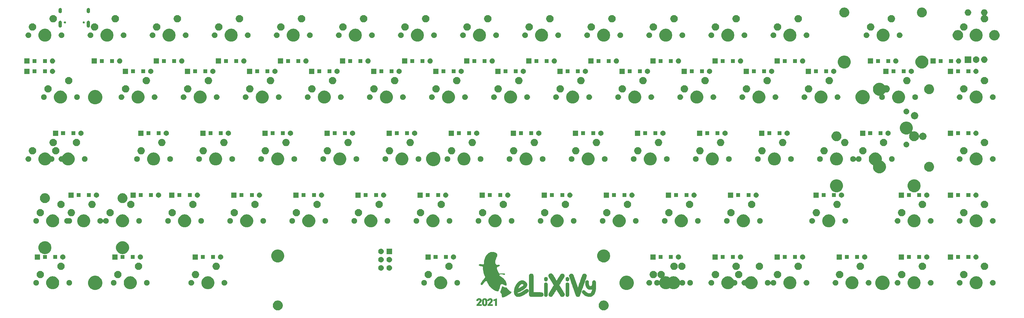
<source format=gts>
G04 #@! TF.GenerationSoftware,KiCad,Pcbnew,(5.1.4)-1*
G04 #@! TF.CreationDate,2021-08-18T21:20:29+02:00*
G04 #@! TF.ProjectId,mini-eLiXiVy,6d696e69-2d65-44c6-9958-6956792e6b69,1a*
G04 #@! TF.SameCoordinates,Original*
G04 #@! TF.FileFunction,Soldermask,Top*
G04 #@! TF.FilePolarity,Negative*
%FSLAX46Y46*%
G04 Gerber Fmt 4.6, Leading zero omitted, Abs format (unit mm)*
G04 Created by KiCad (PCBNEW (5.1.4)-1) date 2021-08-18 21:20:29*
%MOMM*%
%LPD*%
G04 APERTURE LIST*
%ADD10C,0.010000*%
%ADD11C,0.020000*%
G04 APERTURE END LIST*
D10*
G36*
X182644896Y-99059425D02*
G01*
X182764120Y-99108494D01*
X182869283Y-99188198D01*
X182942941Y-99281149D01*
X182968645Y-99324180D01*
X182986351Y-99361639D01*
X182997547Y-99402625D01*
X183003725Y-99456237D01*
X183006376Y-99531574D01*
X183006990Y-99637735D01*
X183007000Y-99672173D01*
X183005768Y-99803531D01*
X183000255Y-99901624D01*
X182987735Y-99975496D01*
X182965484Y-100034187D01*
X182930776Y-100086738D01*
X182880886Y-100142192D01*
X182858527Y-100164763D01*
X182751024Y-100243370D01*
X182622126Y-100291450D01*
X182481868Y-100306838D01*
X182340282Y-100287368D01*
X182319084Y-100281161D01*
X182247767Y-100243924D01*
X182169268Y-100180348D01*
X182094918Y-100102165D01*
X182036045Y-100021107D01*
X182006158Y-99957127D01*
X181990221Y-99872170D01*
X181981982Y-99761378D01*
X181981246Y-99639328D01*
X181987822Y-99520598D01*
X182001517Y-99419765D01*
X182013898Y-99371446D01*
X182075130Y-99250542D01*
X182162974Y-99156320D01*
X182270652Y-99089438D01*
X182391384Y-99050556D01*
X182518391Y-99040332D01*
X182644896Y-99059425D01*
X182644896Y-99059425D01*
G37*
X182644896Y-99059425D02*
X182764120Y-99108494D01*
X182869283Y-99188198D01*
X182942941Y-99281149D01*
X182968645Y-99324180D01*
X182986351Y-99361639D01*
X182997547Y-99402625D01*
X183003725Y-99456237D01*
X183006376Y-99531574D01*
X183006990Y-99637735D01*
X183007000Y-99672173D01*
X183005768Y-99803531D01*
X183000255Y-99901624D01*
X182987735Y-99975496D01*
X182965484Y-100034187D01*
X182930776Y-100086738D01*
X182880886Y-100142192D01*
X182858527Y-100164763D01*
X182751024Y-100243370D01*
X182622126Y-100291450D01*
X182481868Y-100306838D01*
X182340282Y-100287368D01*
X182319084Y-100281161D01*
X182247767Y-100243924D01*
X182169268Y-100180348D01*
X182094918Y-100102165D01*
X182036045Y-100021107D01*
X182006158Y-99957127D01*
X181990221Y-99872170D01*
X181981982Y-99761378D01*
X181981246Y-99639328D01*
X181987822Y-99520598D01*
X182001517Y-99419765D01*
X182013898Y-99371446D01*
X182075130Y-99250542D01*
X182162974Y-99156320D01*
X182270652Y-99089438D01*
X182391384Y-99050556D01*
X182518391Y-99040332D01*
X182644896Y-99059425D01*
G36*
X176085468Y-99064827D02*
G01*
X176206743Y-99123717D01*
X176309144Y-99212158D01*
X176385649Y-99327418D01*
X176405728Y-99375590D01*
X176421493Y-99447471D01*
X176430804Y-99547729D01*
X176433742Y-99662916D01*
X176430387Y-99779586D01*
X176420821Y-99884288D01*
X176405125Y-99963577D01*
X176402124Y-99972797D01*
X176349953Y-100071220D01*
X176270258Y-100164183D01*
X176175910Y-100238785D01*
X176099209Y-100276350D01*
X175967827Y-100302922D01*
X175828548Y-100300683D01*
X175736250Y-100281161D01*
X175664934Y-100243924D01*
X175586435Y-100180348D01*
X175512084Y-100102165D01*
X175453211Y-100021107D01*
X175423325Y-99957127D01*
X175408271Y-99877247D01*
X175399943Y-99771811D01*
X175398215Y-99654709D01*
X175402964Y-99539829D01*
X175414063Y-99441062D01*
X175428514Y-99379824D01*
X175495134Y-99248606D01*
X175592115Y-99146855D01*
X175678629Y-99092784D01*
X175814388Y-99046630D01*
X175952342Y-99038221D01*
X176085468Y-99064827D01*
X176085468Y-99064827D01*
G37*
X176085468Y-99064827D02*
X176206743Y-99123717D01*
X176309144Y-99212158D01*
X176385649Y-99327418D01*
X176405728Y-99375590D01*
X176421493Y-99447471D01*
X176430804Y-99547729D01*
X176433742Y-99662916D01*
X176430387Y-99779586D01*
X176420821Y-99884288D01*
X176405125Y-99963577D01*
X176402124Y-99972797D01*
X176349953Y-100071220D01*
X176270258Y-100164183D01*
X176175910Y-100238785D01*
X176099209Y-100276350D01*
X175967827Y-100302922D01*
X175828548Y-100300683D01*
X175736250Y-100281161D01*
X175664934Y-100243924D01*
X175586435Y-100180348D01*
X175512084Y-100102165D01*
X175453211Y-100021107D01*
X175423325Y-99957127D01*
X175408271Y-99877247D01*
X175399943Y-99771811D01*
X175398215Y-99654709D01*
X175402964Y-99539829D01*
X175414063Y-99441062D01*
X175428514Y-99379824D01*
X175495134Y-99248606D01*
X175592115Y-99146855D01*
X175678629Y-99092784D01*
X175814388Y-99046630D01*
X175952342Y-99038221D01*
X176085468Y-99064827D01*
G36*
X159693646Y-91324630D02*
G01*
X159904802Y-91357602D01*
X160111073Y-91409718D01*
X160306861Y-91478500D01*
X160486568Y-91561472D01*
X160644594Y-91656156D01*
X160775342Y-91760077D01*
X160873213Y-91870756D01*
X160917851Y-91948000D01*
X160948021Y-92034345D01*
X160962648Y-92129663D01*
X160960922Y-92237936D01*
X160942036Y-92363144D01*
X160905179Y-92509270D01*
X160849544Y-92680294D01*
X160774322Y-92880197D01*
X160683517Y-93101583D01*
X160586656Y-93335421D01*
X160507719Y-93537092D01*
X160445160Y-93712021D01*
X160397435Y-93865634D01*
X160363000Y-94003356D01*
X160340309Y-94130610D01*
X160327818Y-94252823D01*
X160324014Y-94364130D01*
X160335759Y-94579914D01*
X160374705Y-94771493D01*
X160425540Y-94911299D01*
X160505415Y-95067610D01*
X160590248Y-95184442D01*
X160679107Y-95260576D01*
X160702717Y-95273535D01*
X160739907Y-95290518D01*
X160774712Y-95301634D01*
X160815520Y-95307268D01*
X160870718Y-95307800D01*
X160948696Y-95303615D01*
X161057841Y-95295094D01*
X161099374Y-95291627D01*
X161280883Y-95278490D01*
X161424727Y-95273685D01*
X161534956Y-95278329D01*
X161615620Y-95293540D01*
X161670768Y-95320434D01*
X161704449Y-95360127D01*
X161720713Y-95413738D01*
X161723917Y-95463879D01*
X161719046Y-95518434D01*
X161698023Y-95557895D01*
X161651230Y-95598617D01*
X161639746Y-95607041D01*
X161542641Y-95665845D01*
X161415941Y-95721934D01*
X161254357Y-95777527D01*
X161180059Y-95799749D01*
X161090585Y-95829199D01*
X161028295Y-95860737D01*
X160978510Y-95902745D01*
X160955916Y-95927716D01*
X160884631Y-96039815D01*
X160844209Y-96174135D01*
X160834805Y-96331451D01*
X160856576Y-96512536D01*
X160909679Y-96718165D01*
X160994271Y-96949112D01*
X161110508Y-97206152D01*
X161258547Y-97490060D01*
X161279624Y-97528064D01*
X161354935Y-97661443D01*
X161414812Y-97762604D01*
X161463418Y-97836856D01*
X161504915Y-97889506D01*
X161543465Y-97925863D01*
X161583231Y-97951234D01*
X161626285Y-97970132D01*
X161668270Y-97984774D01*
X161707474Y-97993131D01*
X161753481Y-97995203D01*
X161815877Y-97990991D01*
X161904245Y-97980497D01*
X161981191Y-97970164D01*
X162094794Y-97957151D01*
X162236350Y-97944733D01*
X162391480Y-97933966D01*
X162545805Y-97925903D01*
X162624639Y-97923017D01*
X162771009Y-97919347D01*
X162882908Y-97918526D01*
X162968127Y-97920913D01*
X163034456Y-97926871D01*
X163089686Y-97936760D01*
X163126050Y-97946255D01*
X163215620Y-97976741D01*
X163271039Y-98010822D01*
X163300111Y-98057704D01*
X163310643Y-98126596D01*
X163311417Y-98164912D01*
X163311417Y-98282800D01*
X163136792Y-98270620D01*
X163047176Y-98260957D01*
X162931258Y-98243575D01*
X162803832Y-98220915D01*
X162679692Y-98195415D01*
X162676417Y-98194686D01*
X162461576Y-98149158D01*
X162282528Y-98117131D01*
X162134914Y-98098694D01*
X162014374Y-98093933D01*
X161916550Y-98102937D01*
X161837083Y-98125792D01*
X161771614Y-98162588D01*
X161715783Y-98213410D01*
X161715239Y-98214011D01*
X161652848Y-98296419D01*
X161623293Y-98375731D01*
X161621406Y-98467496D01*
X161623904Y-98488787D01*
X161641799Y-98561524D01*
X161678048Y-98626218D01*
X161738177Y-98688813D01*
X161827715Y-98755254D01*
X161931259Y-98819301D01*
X162304177Y-99054156D01*
X162635540Y-99296951D01*
X162925383Y-99547724D01*
X163173739Y-99806511D01*
X163380642Y-100073351D01*
X163546128Y-100348281D01*
X163670230Y-100631338D01*
X163714731Y-100768787D01*
X163746248Y-100902853D01*
X163770322Y-101053744D01*
X163785268Y-101205925D01*
X163789401Y-101343862D01*
X163785351Y-101419911D01*
X163771416Y-101555922D01*
X163673862Y-101570552D01*
X163592299Y-101576258D01*
X163504107Y-101568185D01*
X163403472Y-101544616D01*
X163284576Y-101503836D01*
X163141603Y-101444128D01*
X162968737Y-101363778D01*
X162962167Y-101360615D01*
X162602334Y-101187250D01*
X162411834Y-101187250D01*
X162316857Y-101188538D01*
X162251437Y-101194151D01*
X162202830Y-101206714D01*
X162158292Y-101228851D01*
X162133062Y-101244659D01*
X162065112Y-101293565D01*
X162009307Y-101346783D01*
X161962474Y-101410547D01*
X161921443Y-101491089D01*
X161883043Y-101594644D01*
X161844102Y-101727446D01*
X161801450Y-101895729D01*
X161801076Y-101897271D01*
X161760226Y-102054432D01*
X161711791Y-102221660D01*
X161657621Y-102394144D01*
X161599567Y-102567070D01*
X161539478Y-102735626D01*
X161479205Y-102895001D01*
X161420596Y-103040380D01*
X161365503Y-103166954D01*
X161315774Y-103269907D01*
X161273261Y-103344430D01*
X161239813Y-103385708D01*
X161226306Y-103392470D01*
X161186596Y-103389720D01*
X161118698Y-103378958D01*
X161035527Y-103362316D01*
X161012784Y-103357241D01*
X160634058Y-103249227D01*
X160267125Y-103101268D01*
X159913542Y-102914500D01*
X159574866Y-102690055D01*
X159252657Y-102429068D01*
X158948470Y-102132672D01*
X158663865Y-101802000D01*
X158423706Y-101473000D01*
X158185111Y-101092285D01*
X157986449Y-100716657D01*
X157925697Y-100584806D01*
X157883039Y-100491942D01*
X157842721Y-100410387D01*
X157809738Y-100349900D01*
X157791430Y-100322593D01*
X157714227Y-100265049D01*
X157615141Y-100232612D01*
X157507957Y-100227587D01*
X157406460Y-100252279D01*
X157396836Y-100256622D01*
X157356514Y-100285770D01*
X157298132Y-100340792D01*
X157229378Y-100413959D01*
X157160804Y-100494025D01*
X156965894Y-100726498D01*
X156790413Y-100923373D01*
X156633036Y-101085947D01*
X156492441Y-101215522D01*
X156367303Y-101313395D01*
X156258329Y-101379836D01*
X156183688Y-101414777D01*
X156132523Y-101426511D01*
X156092127Y-101413808D01*
X156049794Y-101375439D01*
X156034303Y-101358155D01*
X155980197Y-101281097D01*
X155955894Y-101200796D01*
X155959247Y-101105341D01*
X155975175Y-101029787D01*
X156001031Y-100945281D01*
X156037627Y-100854869D01*
X156086984Y-100755442D01*
X156151119Y-100643885D01*
X156232055Y-100517088D01*
X156331809Y-100371939D01*
X156452402Y-100205324D01*
X156595854Y-100014132D01*
X156764184Y-99795251D01*
X156837426Y-99701181D01*
X156938794Y-99570748D01*
X157032755Y-99448685D01*
X157115820Y-99339615D01*
X157184499Y-99248161D01*
X157235304Y-99178945D01*
X157264747Y-99136591D01*
X157269640Y-99128442D01*
X157298263Y-99028649D01*
X157290341Y-98912349D01*
X157246262Y-98783720D01*
X157235397Y-98761316D01*
X157047341Y-98344237D01*
X156891753Y-97904655D01*
X156770127Y-97448924D01*
X156683958Y-96983399D01*
X156634741Y-96514433D01*
X156622969Y-96158005D01*
X156621854Y-96053954D01*
X156617640Y-95981962D01*
X156608660Y-95931778D01*
X156593250Y-95893152D01*
X156575125Y-95863618D01*
X156531973Y-95807195D01*
X156485198Y-95765109D01*
X156426263Y-95733357D01*
X156346629Y-95707937D01*
X156237757Y-95684844D01*
X156167586Y-95672566D01*
X155942955Y-95629970D01*
X155752348Y-95583521D01*
X155597399Y-95533839D01*
X155479745Y-95481544D01*
X155401021Y-95427255D01*
X155362865Y-95371593D01*
X155361666Y-95367310D01*
X155360733Y-95286221D01*
X155390852Y-95205345D01*
X155444574Y-95141835D01*
X155465638Y-95127923D01*
X155526894Y-95108452D01*
X155621716Y-95095630D01*
X155741882Y-95089346D01*
X155879166Y-95089490D01*
X156025346Y-95095950D01*
X156172197Y-95108616D01*
X156311497Y-95127378D01*
X156381973Y-95140267D01*
X156485239Y-95160794D01*
X156557086Y-95172777D01*
X156607470Y-95176621D01*
X156646348Y-95172735D01*
X156683676Y-95161524D01*
X156704495Y-95153449D01*
X156776571Y-95113361D01*
X156843326Y-95058887D01*
X156853883Y-95047619D01*
X156880969Y-95013656D01*
X156901383Y-94977436D01*
X156916572Y-94931873D01*
X156927981Y-94869883D01*
X156937056Y-94784379D01*
X156945243Y-94668277D01*
X156950794Y-94572667D01*
X156990313Y-94162620D01*
X157061707Y-93767343D01*
X157163749Y-93389928D01*
X157295211Y-93033467D01*
X157454865Y-92701052D01*
X157641484Y-92395777D01*
X157853839Y-92120733D01*
X157977140Y-91987526D01*
X158213666Y-91774153D01*
X158461929Y-91600929D01*
X158721361Y-91468111D01*
X158991392Y-91375952D01*
X159271454Y-91324707D01*
X159483204Y-91313278D01*
X159693646Y-91324630D01*
X159693646Y-91324630D01*
G37*
X159693646Y-91324630D02*
X159904802Y-91357602D01*
X160111073Y-91409718D01*
X160306861Y-91478500D01*
X160486568Y-91561472D01*
X160644594Y-91656156D01*
X160775342Y-91760077D01*
X160873213Y-91870756D01*
X160917851Y-91948000D01*
X160948021Y-92034345D01*
X160962648Y-92129663D01*
X160960922Y-92237936D01*
X160942036Y-92363144D01*
X160905179Y-92509270D01*
X160849544Y-92680294D01*
X160774322Y-92880197D01*
X160683517Y-93101583D01*
X160586656Y-93335421D01*
X160507719Y-93537092D01*
X160445160Y-93712021D01*
X160397435Y-93865634D01*
X160363000Y-94003356D01*
X160340309Y-94130610D01*
X160327818Y-94252823D01*
X160324014Y-94364130D01*
X160335759Y-94579914D01*
X160374705Y-94771493D01*
X160425540Y-94911299D01*
X160505415Y-95067610D01*
X160590248Y-95184442D01*
X160679107Y-95260576D01*
X160702717Y-95273535D01*
X160739907Y-95290518D01*
X160774712Y-95301634D01*
X160815520Y-95307268D01*
X160870718Y-95307800D01*
X160948696Y-95303615D01*
X161057841Y-95295094D01*
X161099374Y-95291627D01*
X161280883Y-95278490D01*
X161424727Y-95273685D01*
X161534956Y-95278329D01*
X161615620Y-95293540D01*
X161670768Y-95320434D01*
X161704449Y-95360127D01*
X161720713Y-95413738D01*
X161723917Y-95463879D01*
X161719046Y-95518434D01*
X161698023Y-95557895D01*
X161651230Y-95598617D01*
X161639746Y-95607041D01*
X161542641Y-95665845D01*
X161415941Y-95721934D01*
X161254357Y-95777527D01*
X161180059Y-95799749D01*
X161090585Y-95829199D01*
X161028295Y-95860737D01*
X160978510Y-95902745D01*
X160955916Y-95927716D01*
X160884631Y-96039815D01*
X160844209Y-96174135D01*
X160834805Y-96331451D01*
X160856576Y-96512536D01*
X160909679Y-96718165D01*
X160994271Y-96949112D01*
X161110508Y-97206152D01*
X161258547Y-97490060D01*
X161279624Y-97528064D01*
X161354935Y-97661443D01*
X161414812Y-97762604D01*
X161463418Y-97836856D01*
X161504915Y-97889506D01*
X161543465Y-97925863D01*
X161583231Y-97951234D01*
X161626285Y-97970132D01*
X161668270Y-97984774D01*
X161707474Y-97993131D01*
X161753481Y-97995203D01*
X161815877Y-97990991D01*
X161904245Y-97980497D01*
X161981191Y-97970164D01*
X162094794Y-97957151D01*
X162236350Y-97944733D01*
X162391480Y-97933966D01*
X162545805Y-97925903D01*
X162624639Y-97923017D01*
X162771009Y-97919347D01*
X162882908Y-97918526D01*
X162968127Y-97920913D01*
X163034456Y-97926871D01*
X163089686Y-97936760D01*
X163126050Y-97946255D01*
X163215620Y-97976741D01*
X163271039Y-98010822D01*
X163300111Y-98057704D01*
X163310643Y-98126596D01*
X163311417Y-98164912D01*
X163311417Y-98282800D01*
X163136792Y-98270620D01*
X163047176Y-98260957D01*
X162931258Y-98243575D01*
X162803832Y-98220915D01*
X162679692Y-98195415D01*
X162676417Y-98194686D01*
X162461576Y-98149158D01*
X162282528Y-98117131D01*
X162134914Y-98098694D01*
X162014374Y-98093933D01*
X161916550Y-98102937D01*
X161837083Y-98125792D01*
X161771614Y-98162588D01*
X161715783Y-98213410D01*
X161715239Y-98214011D01*
X161652848Y-98296419D01*
X161623293Y-98375731D01*
X161621406Y-98467496D01*
X161623904Y-98488787D01*
X161641799Y-98561524D01*
X161678048Y-98626218D01*
X161738177Y-98688813D01*
X161827715Y-98755254D01*
X161931259Y-98819301D01*
X162304177Y-99054156D01*
X162635540Y-99296951D01*
X162925383Y-99547724D01*
X163173739Y-99806511D01*
X163380642Y-100073351D01*
X163546128Y-100348281D01*
X163670230Y-100631338D01*
X163714731Y-100768787D01*
X163746248Y-100902853D01*
X163770322Y-101053744D01*
X163785268Y-101205925D01*
X163789401Y-101343862D01*
X163785351Y-101419911D01*
X163771416Y-101555922D01*
X163673862Y-101570552D01*
X163592299Y-101576258D01*
X163504107Y-101568185D01*
X163403472Y-101544616D01*
X163284576Y-101503836D01*
X163141603Y-101444128D01*
X162968737Y-101363778D01*
X162962167Y-101360615D01*
X162602334Y-101187250D01*
X162411834Y-101187250D01*
X162316857Y-101188538D01*
X162251437Y-101194151D01*
X162202830Y-101206714D01*
X162158292Y-101228851D01*
X162133062Y-101244659D01*
X162065112Y-101293565D01*
X162009307Y-101346783D01*
X161962474Y-101410547D01*
X161921443Y-101491089D01*
X161883043Y-101594644D01*
X161844102Y-101727446D01*
X161801450Y-101895729D01*
X161801076Y-101897271D01*
X161760226Y-102054432D01*
X161711791Y-102221660D01*
X161657621Y-102394144D01*
X161599567Y-102567070D01*
X161539478Y-102735626D01*
X161479205Y-102895001D01*
X161420596Y-103040380D01*
X161365503Y-103166954D01*
X161315774Y-103269907D01*
X161273261Y-103344430D01*
X161239813Y-103385708D01*
X161226306Y-103392470D01*
X161186596Y-103389720D01*
X161118698Y-103378958D01*
X161035527Y-103362316D01*
X161012784Y-103357241D01*
X160634058Y-103249227D01*
X160267125Y-103101268D01*
X159913542Y-102914500D01*
X159574866Y-102690055D01*
X159252657Y-102429068D01*
X158948470Y-102132672D01*
X158663865Y-101802000D01*
X158423706Y-101473000D01*
X158185111Y-101092285D01*
X157986449Y-100716657D01*
X157925697Y-100584806D01*
X157883039Y-100491942D01*
X157842721Y-100410387D01*
X157809738Y-100349900D01*
X157791430Y-100322593D01*
X157714227Y-100265049D01*
X157615141Y-100232612D01*
X157507957Y-100227587D01*
X157406460Y-100252279D01*
X157396836Y-100256622D01*
X157356514Y-100285770D01*
X157298132Y-100340792D01*
X157229378Y-100413959D01*
X157160804Y-100494025D01*
X156965894Y-100726498D01*
X156790413Y-100923373D01*
X156633036Y-101085947D01*
X156492441Y-101215522D01*
X156367303Y-101313395D01*
X156258329Y-101379836D01*
X156183688Y-101414777D01*
X156132523Y-101426511D01*
X156092127Y-101413808D01*
X156049794Y-101375439D01*
X156034303Y-101358155D01*
X155980197Y-101281097D01*
X155955894Y-101200796D01*
X155959247Y-101105341D01*
X155975175Y-101029787D01*
X156001031Y-100945281D01*
X156037627Y-100854869D01*
X156086984Y-100755442D01*
X156151119Y-100643885D01*
X156232055Y-100517088D01*
X156331809Y-100371939D01*
X156452402Y-100205324D01*
X156595854Y-100014132D01*
X156764184Y-99795251D01*
X156837426Y-99701181D01*
X156938794Y-99570748D01*
X157032755Y-99448685D01*
X157115820Y-99339615D01*
X157184499Y-99248161D01*
X157235304Y-99178945D01*
X157264747Y-99136591D01*
X157269640Y-99128442D01*
X157298263Y-99028649D01*
X157290341Y-98912349D01*
X157246262Y-98783720D01*
X157235397Y-98761316D01*
X157047341Y-98344237D01*
X156891753Y-97904655D01*
X156770127Y-97448924D01*
X156683958Y-96983399D01*
X156634741Y-96514433D01*
X156622969Y-96158005D01*
X156621854Y-96053954D01*
X156617640Y-95981962D01*
X156608660Y-95931778D01*
X156593250Y-95893152D01*
X156575125Y-95863618D01*
X156531973Y-95807195D01*
X156485198Y-95765109D01*
X156426263Y-95733357D01*
X156346629Y-95707937D01*
X156237757Y-95684844D01*
X156167586Y-95672566D01*
X155942955Y-95629970D01*
X155752348Y-95583521D01*
X155597399Y-95533839D01*
X155479745Y-95481544D01*
X155401021Y-95427255D01*
X155362865Y-95371593D01*
X155361666Y-95367310D01*
X155360733Y-95286221D01*
X155390852Y-95205345D01*
X155444574Y-95141835D01*
X155465638Y-95127923D01*
X155526894Y-95108452D01*
X155621716Y-95095630D01*
X155741882Y-95089346D01*
X155879166Y-95089490D01*
X156025346Y-95095950D01*
X156172197Y-95108616D01*
X156311497Y-95127378D01*
X156381973Y-95140267D01*
X156485239Y-95160794D01*
X156557086Y-95172777D01*
X156607470Y-95176621D01*
X156646348Y-95172735D01*
X156683676Y-95161524D01*
X156704495Y-95153449D01*
X156776571Y-95113361D01*
X156843326Y-95058887D01*
X156853883Y-95047619D01*
X156880969Y-95013656D01*
X156901383Y-94977436D01*
X156916572Y-94931873D01*
X156927981Y-94869883D01*
X156937056Y-94784379D01*
X156945243Y-94668277D01*
X156950794Y-94572667D01*
X156990313Y-94162620D01*
X157061707Y-93767343D01*
X157163749Y-93389928D01*
X157295211Y-93033467D01*
X157454865Y-92701052D01*
X157641484Y-92395777D01*
X157853839Y-92120733D01*
X157977140Y-91987526D01*
X158213666Y-91774153D01*
X158461929Y-91600929D01*
X158721361Y-91468111D01*
X158991392Y-91375952D01*
X159271454Y-91324707D01*
X159483204Y-91313278D01*
X159693646Y-91324630D01*
G36*
X168894524Y-100096196D02*
G01*
X169120956Y-100156963D01*
X169202292Y-100189732D01*
X169367006Y-100278083D01*
X169530783Y-100394310D01*
X169686807Y-100531314D01*
X169828261Y-100681993D01*
X169948328Y-100839246D01*
X170040191Y-100995974D01*
X170087358Y-101111639D01*
X170122989Y-101278311D01*
X170132099Y-101459571D01*
X170114680Y-101637680D01*
X170087606Y-101748167D01*
X170002900Y-101946870D01*
X169875986Y-102146033D01*
X169706986Y-102345556D01*
X169496023Y-102545342D01*
X169243217Y-102745293D01*
X168948690Y-102945309D01*
X168612566Y-103145294D01*
X168234965Y-103345149D01*
X167910263Y-103501559D01*
X167783834Y-103559283D01*
X167651147Y-103618409D01*
X167525533Y-103673088D01*
X167420319Y-103717470D01*
X167391602Y-103729160D01*
X167306547Y-103765773D01*
X167238509Y-103799731D01*
X167195745Y-103826621D01*
X167185227Y-103839426D01*
X167199236Y-103894398D01*
X167234137Y-103952365D01*
X167277634Y-103995001D01*
X167295591Y-104003953D01*
X167396608Y-104019222D01*
X167527627Y-104012304D01*
X167683308Y-103984315D01*
X167858312Y-103936372D01*
X168047299Y-103869591D01*
X168160041Y-103823175D01*
X168363473Y-103727349D01*
X168589998Y-103606838D01*
X168832095Y-103466199D01*
X169082246Y-103309989D01*
X169332931Y-103142763D01*
X169576631Y-102969078D01*
X169608500Y-102945448D01*
X169700416Y-102878720D01*
X169786547Y-102819356D01*
X169858166Y-102773162D01*
X169906544Y-102745942D01*
X169912122Y-102743501D01*
X169997144Y-102723228D01*
X170102339Y-102717252D01*
X170208118Y-102725339D01*
X170294892Y-102747254D01*
X170296975Y-102748114D01*
X170419563Y-102820750D01*
X170514320Y-102920296D01*
X170578701Y-103039711D01*
X170610161Y-103171951D01*
X170606156Y-103309978D01*
X170564142Y-103446748D01*
X170555709Y-103464163D01*
X170521855Y-103518963D01*
X170472296Y-103578241D01*
X170403853Y-103644586D01*
X170313348Y-103720586D01*
X170197603Y-103808832D01*
X170053438Y-103911912D01*
X169877677Y-104032416D01*
X169767250Y-104106484D01*
X169393143Y-104345261D01*
X169039810Y-104548722D01*
X168705775Y-104717563D01*
X168389560Y-104852482D01*
X168089688Y-104954175D01*
X167836684Y-105017031D01*
X167724240Y-105033528D01*
X167588607Y-105043756D01*
X167442560Y-105047674D01*
X167298878Y-105045243D01*
X167170336Y-105036421D01*
X167069711Y-105021168D01*
X167062510Y-105019490D01*
X166866559Y-104951934D01*
X166682715Y-104849673D01*
X166519318Y-104718597D01*
X166384705Y-104564597D01*
X166353626Y-104518675D01*
X166253368Y-104323318D01*
X166182175Y-104100729D01*
X166139743Y-103854164D01*
X166125768Y-103586876D01*
X166139945Y-103302122D01*
X166181969Y-103003155D01*
X166251536Y-102693233D01*
X166284154Y-102586207D01*
X167384168Y-102586207D01*
X167388855Y-102594833D01*
X167410930Y-102585769D01*
X167464677Y-102560546D01*
X167543994Y-102522122D01*
X167642780Y-102473453D01*
X167754934Y-102417495D01*
X167758270Y-102415821D01*
X168010604Y-102283850D01*
X168244305Y-102151078D01*
X168456218Y-102019743D01*
X168643188Y-101892087D01*
X168802059Y-101770348D01*
X168929678Y-101656767D01*
X169022890Y-101553585D01*
X169067268Y-101486352D01*
X169083122Y-101449712D01*
X169080386Y-101419012D01*
X169055257Y-101379206D01*
X169033117Y-101351199D01*
X168926789Y-101242484D01*
X168811013Y-101164828D01*
X168693142Y-101122783D01*
X168655771Y-101117560D01*
X168588134Y-101115494D01*
X168530347Y-101125086D01*
X168465373Y-101150550D01*
X168409532Y-101178487D01*
X168312767Y-101240518D01*
X168201812Y-101330559D01*
X168084789Y-101440645D01*
X167969822Y-101562812D01*
X167865037Y-101689095D01*
X167805538Y-101770628D01*
X167749114Y-101857531D01*
X167688147Y-101959100D01*
X167625612Y-102069447D01*
X167564487Y-102182687D01*
X167507747Y-102292931D01*
X167458369Y-102394292D01*
X167419328Y-102480883D01*
X167393603Y-102546817D01*
X167384168Y-102586207D01*
X166284154Y-102586207D01*
X166348340Y-102375608D01*
X166472077Y-102053537D01*
X166612891Y-101749214D01*
X166799324Y-101409366D01*
X166999636Y-101104533D01*
X167212695Y-100835989D01*
X167437370Y-100605006D01*
X167672530Y-100412857D01*
X167917043Y-100260812D01*
X167952439Y-100242557D01*
X168183514Y-100147971D01*
X168420853Y-100091910D01*
X168659507Y-100074582D01*
X168894524Y-100096196D01*
X168894524Y-100096196D01*
G37*
X168894524Y-100096196D02*
X169120956Y-100156963D01*
X169202292Y-100189732D01*
X169367006Y-100278083D01*
X169530783Y-100394310D01*
X169686807Y-100531314D01*
X169828261Y-100681993D01*
X169948328Y-100839246D01*
X170040191Y-100995974D01*
X170087358Y-101111639D01*
X170122989Y-101278311D01*
X170132099Y-101459571D01*
X170114680Y-101637680D01*
X170087606Y-101748167D01*
X170002900Y-101946870D01*
X169875986Y-102146033D01*
X169706986Y-102345556D01*
X169496023Y-102545342D01*
X169243217Y-102745293D01*
X168948690Y-102945309D01*
X168612566Y-103145294D01*
X168234965Y-103345149D01*
X167910263Y-103501559D01*
X167783834Y-103559283D01*
X167651147Y-103618409D01*
X167525533Y-103673088D01*
X167420319Y-103717470D01*
X167391602Y-103729160D01*
X167306547Y-103765773D01*
X167238509Y-103799731D01*
X167195745Y-103826621D01*
X167185227Y-103839426D01*
X167199236Y-103894398D01*
X167234137Y-103952365D01*
X167277634Y-103995001D01*
X167295591Y-104003953D01*
X167396608Y-104019222D01*
X167527627Y-104012304D01*
X167683308Y-103984315D01*
X167858312Y-103936372D01*
X168047299Y-103869591D01*
X168160041Y-103823175D01*
X168363473Y-103727349D01*
X168589998Y-103606838D01*
X168832095Y-103466199D01*
X169082246Y-103309989D01*
X169332931Y-103142763D01*
X169576631Y-102969078D01*
X169608500Y-102945448D01*
X169700416Y-102878720D01*
X169786547Y-102819356D01*
X169858166Y-102773162D01*
X169906544Y-102745942D01*
X169912122Y-102743501D01*
X169997144Y-102723228D01*
X170102339Y-102717252D01*
X170208118Y-102725339D01*
X170294892Y-102747254D01*
X170296975Y-102748114D01*
X170419563Y-102820750D01*
X170514320Y-102920296D01*
X170578701Y-103039711D01*
X170610161Y-103171951D01*
X170606156Y-103309978D01*
X170564142Y-103446748D01*
X170555709Y-103464163D01*
X170521855Y-103518963D01*
X170472296Y-103578241D01*
X170403853Y-103644586D01*
X170313348Y-103720586D01*
X170197603Y-103808832D01*
X170053438Y-103911912D01*
X169877677Y-104032416D01*
X169767250Y-104106484D01*
X169393143Y-104345261D01*
X169039810Y-104548722D01*
X168705775Y-104717563D01*
X168389560Y-104852482D01*
X168089688Y-104954175D01*
X167836684Y-105017031D01*
X167724240Y-105033528D01*
X167588607Y-105043756D01*
X167442560Y-105047674D01*
X167298878Y-105045243D01*
X167170336Y-105036421D01*
X167069711Y-105021168D01*
X167062510Y-105019490D01*
X166866559Y-104951934D01*
X166682715Y-104849673D01*
X166519318Y-104718597D01*
X166384705Y-104564597D01*
X166353626Y-104518675D01*
X166253368Y-104323318D01*
X166182175Y-104100729D01*
X166139743Y-103854164D01*
X166125768Y-103586876D01*
X166139945Y-103302122D01*
X166181969Y-103003155D01*
X166251536Y-102693233D01*
X166284154Y-102586207D01*
X167384168Y-102586207D01*
X167388855Y-102594833D01*
X167410930Y-102585769D01*
X167464677Y-102560546D01*
X167543994Y-102522122D01*
X167642780Y-102473453D01*
X167754934Y-102417495D01*
X167758270Y-102415821D01*
X168010604Y-102283850D01*
X168244305Y-102151078D01*
X168456218Y-102019743D01*
X168643188Y-101892087D01*
X168802059Y-101770348D01*
X168929678Y-101656767D01*
X169022890Y-101553585D01*
X169067268Y-101486352D01*
X169083122Y-101449712D01*
X169080386Y-101419012D01*
X169055257Y-101379206D01*
X169033117Y-101351199D01*
X168926789Y-101242484D01*
X168811013Y-101164828D01*
X168693142Y-101122783D01*
X168655771Y-101117560D01*
X168588134Y-101115494D01*
X168530347Y-101125086D01*
X168465373Y-101150550D01*
X168409532Y-101178487D01*
X168312767Y-101240518D01*
X168201812Y-101330559D01*
X168084789Y-101440645D01*
X167969822Y-101562812D01*
X167865037Y-101689095D01*
X167805538Y-101770628D01*
X167749114Y-101857531D01*
X167688147Y-101959100D01*
X167625612Y-102069447D01*
X167564487Y-102182687D01*
X167507747Y-102292931D01*
X167458369Y-102394292D01*
X167419328Y-102480883D01*
X167393603Y-102546817D01*
X167384168Y-102586207D01*
X166284154Y-102586207D01*
X166348340Y-102375608D01*
X166472077Y-102053537D01*
X166612891Y-101749214D01*
X166799324Y-101409366D01*
X166999636Y-101104533D01*
X167212695Y-100835989D01*
X167437370Y-100605006D01*
X167672530Y-100412857D01*
X167917043Y-100260812D01*
X167952439Y-100242557D01*
X168183514Y-100147971D01*
X168420853Y-100091910D01*
X168659507Y-100074582D01*
X168894524Y-100096196D01*
G36*
X187937582Y-98019110D02*
G01*
X188079740Y-98078602D01*
X188204711Y-98169624D01*
X188306542Y-98289750D01*
X188374457Y-98423320D01*
X188386513Y-98454470D01*
X188397372Y-98482955D01*
X188406437Y-98510762D01*
X188413112Y-98539881D01*
X188416801Y-98572301D01*
X188416908Y-98610010D01*
X188412836Y-98654997D01*
X188403990Y-98709251D01*
X188389772Y-98774761D01*
X188369586Y-98853515D01*
X188342837Y-98947502D01*
X188308928Y-99058712D01*
X188267262Y-99189132D01*
X188217244Y-99340751D01*
X188158277Y-99515559D01*
X188089764Y-99715544D01*
X188011111Y-99942694D01*
X187921719Y-100199000D01*
X187820994Y-100486448D01*
X187708338Y-100807029D01*
X187583155Y-101162731D01*
X187444850Y-101555542D01*
X187380764Y-101737583D01*
X187261461Y-102076282D01*
X187145528Y-102404975D01*
X187033789Y-102721353D01*
X186927064Y-103023104D01*
X186826178Y-103307915D01*
X186731952Y-103573477D01*
X186645209Y-103817477D01*
X186566771Y-104037603D01*
X186497462Y-104231546D01*
X186438104Y-104396993D01*
X186389518Y-104531633D01*
X186352529Y-104633154D01*
X186327958Y-104699245D01*
X186316855Y-104727136D01*
X186238137Y-104844283D01*
X186129364Y-104940111D01*
X185998620Y-105011671D01*
X185853986Y-105056015D01*
X185703548Y-105070195D01*
X185555389Y-105051262D01*
X185487574Y-105029593D01*
X185340756Y-104952681D01*
X185223535Y-104847107D01*
X185179892Y-104790240D01*
X185163581Y-104756696D01*
X185134496Y-104685856D01*
X185093603Y-104580466D01*
X185041865Y-104443274D01*
X184980246Y-104277024D01*
X184909712Y-104084464D01*
X184831226Y-103868340D01*
X184745753Y-103631398D01*
X184654257Y-103376385D01*
X184557702Y-103106046D01*
X184457054Y-102823129D01*
X184353275Y-102530380D01*
X184247332Y-102230544D01*
X184140187Y-101926369D01*
X184032806Y-101620601D01*
X183926153Y-101315986D01*
X183821192Y-101015270D01*
X183718888Y-100721200D01*
X183620205Y-100436522D01*
X183526107Y-100163983D01*
X183437558Y-99906328D01*
X183355524Y-99666305D01*
X183280968Y-99446660D01*
X183214855Y-99250138D01*
X183158150Y-99079487D01*
X183111816Y-98937452D01*
X183076818Y-98826780D01*
X183054120Y-98750218D01*
X183044687Y-98710511D01*
X183044552Y-98709221D01*
X183049645Y-98546778D01*
X183090587Y-98399204D01*
X183162554Y-98269637D01*
X183260719Y-98161216D01*
X183380257Y-98077080D01*
X183516341Y-98020367D01*
X183664146Y-97994216D01*
X183818846Y-98001766D01*
X183975616Y-98046155D01*
X184027713Y-98069787D01*
X184136032Y-98143128D01*
X184233805Y-98244964D01*
X184304612Y-98355254D01*
X184317208Y-98386350D01*
X184342760Y-98454550D01*
X184380250Y-98556996D01*
X184428659Y-98690833D01*
X184486967Y-98853205D01*
X184554154Y-99041256D01*
X184629201Y-99252128D01*
X184711088Y-99482968D01*
X184798796Y-99730917D01*
X184891305Y-99993120D01*
X184987596Y-100266721D01*
X185030277Y-100388208D01*
X185127170Y-100663810D01*
X185220222Y-100927826D01*
X185308467Y-101177550D01*
X185390938Y-101410277D01*
X185466668Y-101623301D01*
X185534692Y-101813917D01*
X185594042Y-101979418D01*
X185643751Y-102117098D01*
X185682853Y-102224252D01*
X185710382Y-102298175D01*
X185725371Y-102336159D01*
X185727839Y-102340833D01*
X185736383Y-102321305D01*
X185757913Y-102264540D01*
X185791455Y-102173267D01*
X185836034Y-102050214D01*
X185890678Y-101898110D01*
X185954412Y-101719684D01*
X186026262Y-101517665D01*
X186105255Y-101294781D01*
X186190417Y-101053761D01*
X186280774Y-100797333D01*
X186375352Y-100528226D01*
X186413336Y-100419958D01*
X186510265Y-100143828D01*
X186604004Y-99877345D01*
X186693507Y-99623447D01*
X186777733Y-99385071D01*
X186855635Y-99165155D01*
X186926170Y-98966636D01*
X186988293Y-98792452D01*
X187040961Y-98645539D01*
X187083128Y-98528836D01*
X187113752Y-98445280D01*
X187131787Y-98397807D01*
X187134732Y-98390710D01*
X187219528Y-98246650D01*
X187333490Y-98133222D01*
X187467550Y-98054058D01*
X187625532Y-98004413D01*
X187784195Y-97993572D01*
X187937582Y-98019110D01*
X187937582Y-98019110D01*
G37*
X187937582Y-98019110D02*
X188079740Y-98078602D01*
X188204711Y-98169624D01*
X188306542Y-98289750D01*
X188374457Y-98423320D01*
X188386513Y-98454470D01*
X188397372Y-98482955D01*
X188406437Y-98510762D01*
X188413112Y-98539881D01*
X188416801Y-98572301D01*
X188416908Y-98610010D01*
X188412836Y-98654997D01*
X188403990Y-98709251D01*
X188389772Y-98774761D01*
X188369586Y-98853515D01*
X188342837Y-98947502D01*
X188308928Y-99058712D01*
X188267262Y-99189132D01*
X188217244Y-99340751D01*
X188158277Y-99515559D01*
X188089764Y-99715544D01*
X188011111Y-99942694D01*
X187921719Y-100199000D01*
X187820994Y-100486448D01*
X187708338Y-100807029D01*
X187583155Y-101162731D01*
X187444850Y-101555542D01*
X187380764Y-101737583D01*
X187261461Y-102076282D01*
X187145528Y-102404975D01*
X187033789Y-102721353D01*
X186927064Y-103023104D01*
X186826178Y-103307915D01*
X186731952Y-103573477D01*
X186645209Y-103817477D01*
X186566771Y-104037603D01*
X186497462Y-104231546D01*
X186438104Y-104396993D01*
X186389518Y-104531633D01*
X186352529Y-104633154D01*
X186327958Y-104699245D01*
X186316855Y-104727136D01*
X186238137Y-104844283D01*
X186129364Y-104940111D01*
X185998620Y-105011671D01*
X185853986Y-105056015D01*
X185703548Y-105070195D01*
X185555389Y-105051262D01*
X185487574Y-105029593D01*
X185340756Y-104952681D01*
X185223535Y-104847107D01*
X185179892Y-104790240D01*
X185163581Y-104756696D01*
X185134496Y-104685856D01*
X185093603Y-104580466D01*
X185041865Y-104443274D01*
X184980246Y-104277024D01*
X184909712Y-104084464D01*
X184831226Y-103868340D01*
X184745753Y-103631398D01*
X184654257Y-103376385D01*
X184557702Y-103106046D01*
X184457054Y-102823129D01*
X184353275Y-102530380D01*
X184247332Y-102230544D01*
X184140187Y-101926369D01*
X184032806Y-101620601D01*
X183926153Y-101315986D01*
X183821192Y-101015270D01*
X183718888Y-100721200D01*
X183620205Y-100436522D01*
X183526107Y-100163983D01*
X183437558Y-99906328D01*
X183355524Y-99666305D01*
X183280968Y-99446660D01*
X183214855Y-99250138D01*
X183158150Y-99079487D01*
X183111816Y-98937452D01*
X183076818Y-98826780D01*
X183054120Y-98750218D01*
X183044687Y-98710511D01*
X183044552Y-98709221D01*
X183049645Y-98546778D01*
X183090587Y-98399204D01*
X183162554Y-98269637D01*
X183260719Y-98161216D01*
X183380257Y-98077080D01*
X183516341Y-98020367D01*
X183664146Y-97994216D01*
X183818846Y-98001766D01*
X183975616Y-98046155D01*
X184027713Y-98069787D01*
X184136032Y-98143128D01*
X184233805Y-98244964D01*
X184304612Y-98355254D01*
X184317208Y-98386350D01*
X184342760Y-98454550D01*
X184380250Y-98556996D01*
X184428659Y-98690833D01*
X184486967Y-98853205D01*
X184554154Y-99041256D01*
X184629201Y-99252128D01*
X184711088Y-99482968D01*
X184798796Y-99730917D01*
X184891305Y-99993120D01*
X184987596Y-100266721D01*
X185030277Y-100388208D01*
X185127170Y-100663810D01*
X185220222Y-100927826D01*
X185308467Y-101177550D01*
X185390938Y-101410277D01*
X185466668Y-101623301D01*
X185534692Y-101813917D01*
X185594042Y-101979418D01*
X185643751Y-102117098D01*
X185682853Y-102224252D01*
X185710382Y-102298175D01*
X185725371Y-102336159D01*
X185727839Y-102340833D01*
X185736383Y-102321305D01*
X185757913Y-102264540D01*
X185791455Y-102173267D01*
X185836034Y-102050214D01*
X185890678Y-101898110D01*
X185954412Y-101719684D01*
X186026262Y-101517665D01*
X186105255Y-101294781D01*
X186190417Y-101053761D01*
X186280774Y-100797333D01*
X186375352Y-100528226D01*
X186413336Y-100419958D01*
X186510265Y-100143828D01*
X186604004Y-99877345D01*
X186693507Y-99623447D01*
X186777733Y-99385071D01*
X186855635Y-99165155D01*
X186926170Y-98966636D01*
X186988293Y-98792452D01*
X187040961Y-98645539D01*
X187083128Y-98528836D01*
X187113752Y-98445280D01*
X187131787Y-98397807D01*
X187134732Y-98390710D01*
X187219528Y-98246650D01*
X187333490Y-98133222D01*
X187467550Y-98054058D01*
X187625532Y-98004413D01*
X187784195Y-97993572D01*
X187937582Y-98019110D01*
G36*
X171554097Y-98005979D02*
G01*
X171690629Y-98048612D01*
X171813931Y-98125934D01*
X171885276Y-98190264D01*
X171914130Y-98217889D01*
X171940073Y-98241486D01*
X171963262Y-98263317D01*
X171983856Y-98285647D01*
X172002014Y-98310742D01*
X172017893Y-98340865D01*
X172031653Y-98378280D01*
X172043451Y-98425253D01*
X172053445Y-98484046D01*
X172061795Y-98556926D01*
X172068658Y-98646156D01*
X172074193Y-98754000D01*
X172078559Y-98882724D01*
X172081912Y-99034590D01*
X172084413Y-99211864D01*
X172086219Y-99416811D01*
X172087488Y-99651694D01*
X172088380Y-99918778D01*
X172089051Y-100220327D01*
X172089661Y-100558605D01*
X172090369Y-100935878D01*
X172090783Y-101129042D01*
X172096704Y-103737833D01*
X173344183Y-103737833D01*
X173605753Y-103737880D01*
X173828478Y-103738094D01*
X174015846Y-103738586D01*
X174171345Y-103739464D01*
X174298465Y-103740841D01*
X174400693Y-103742826D01*
X174481518Y-103745529D01*
X174544427Y-103749060D01*
X174592910Y-103753530D01*
X174630455Y-103759048D01*
X174660549Y-103765725D01*
X174686681Y-103773671D01*
X174706695Y-103780872D01*
X174847610Y-103853791D01*
X174960416Y-103952729D01*
X175044823Y-104071801D01*
X175100545Y-104205119D01*
X175127293Y-104346797D01*
X175124779Y-104490947D01*
X175092715Y-104631683D01*
X175030813Y-104763119D01*
X174938785Y-104879366D01*
X174816343Y-104974539D01*
X174766427Y-105001693D01*
X174646167Y-105060750D01*
X172963417Y-105065369D01*
X172643358Y-105066118D01*
X172363130Y-105066475D01*
X172120230Y-105066405D01*
X171912158Y-105065876D01*
X171736412Y-105064856D01*
X171590489Y-105063312D01*
X171471890Y-105061211D01*
X171378112Y-105058520D01*
X171306653Y-105055207D01*
X171255013Y-105051238D01*
X171220689Y-105046582D01*
X171204092Y-105042367D01*
X171049134Y-104964879D01*
X170919491Y-104854933D01*
X170819518Y-104716500D01*
X170796070Y-104670242D01*
X170751500Y-104573917D01*
X170751500Y-98499083D01*
X170806953Y-98380836D01*
X170895845Y-98237086D01*
X171011300Y-98123990D01*
X171148936Y-98044430D01*
X171304372Y-98001291D01*
X171394614Y-97994149D01*
X171554097Y-98005979D01*
X171554097Y-98005979D01*
G37*
X171554097Y-98005979D02*
X171690629Y-98048612D01*
X171813931Y-98125934D01*
X171885276Y-98190264D01*
X171914130Y-98217889D01*
X171940073Y-98241486D01*
X171963262Y-98263317D01*
X171983856Y-98285647D01*
X172002014Y-98310742D01*
X172017893Y-98340865D01*
X172031653Y-98378280D01*
X172043451Y-98425253D01*
X172053445Y-98484046D01*
X172061795Y-98556926D01*
X172068658Y-98646156D01*
X172074193Y-98754000D01*
X172078559Y-98882724D01*
X172081912Y-99034590D01*
X172084413Y-99211864D01*
X172086219Y-99416811D01*
X172087488Y-99651694D01*
X172088380Y-99918778D01*
X172089051Y-100220327D01*
X172089661Y-100558605D01*
X172090369Y-100935878D01*
X172090783Y-101129042D01*
X172096704Y-103737833D01*
X173344183Y-103737833D01*
X173605753Y-103737880D01*
X173828478Y-103738094D01*
X174015846Y-103738586D01*
X174171345Y-103739464D01*
X174298465Y-103740841D01*
X174400693Y-103742826D01*
X174481518Y-103745529D01*
X174544427Y-103749060D01*
X174592910Y-103753530D01*
X174630455Y-103759048D01*
X174660549Y-103765725D01*
X174686681Y-103773671D01*
X174706695Y-103780872D01*
X174847610Y-103853791D01*
X174960416Y-103952729D01*
X175044823Y-104071801D01*
X175100545Y-104205119D01*
X175127293Y-104346797D01*
X175124779Y-104490947D01*
X175092715Y-104631683D01*
X175030813Y-104763119D01*
X174938785Y-104879366D01*
X174816343Y-104974539D01*
X174766427Y-105001693D01*
X174646167Y-105060750D01*
X172963417Y-105065369D01*
X172643358Y-105066118D01*
X172363130Y-105066475D01*
X172120230Y-105066405D01*
X171912158Y-105065876D01*
X171736412Y-105064856D01*
X171590489Y-105063312D01*
X171471890Y-105061211D01*
X171378112Y-105058520D01*
X171306653Y-105055207D01*
X171255013Y-105051238D01*
X171220689Y-105046582D01*
X171204092Y-105042367D01*
X171049134Y-104964879D01*
X170919491Y-104854933D01*
X170819518Y-104716500D01*
X170796070Y-104670242D01*
X170751500Y-104573917D01*
X170751500Y-98499083D01*
X170806953Y-98380836D01*
X170895845Y-98237086D01*
X171011300Y-98123990D01*
X171148936Y-98044430D01*
X171304372Y-98001291D01*
X171394614Y-97994149D01*
X171554097Y-98005979D01*
G36*
X188669254Y-100049394D02*
G01*
X188789852Y-100089312D01*
X188897443Y-100159346D01*
X188985133Y-100259416D01*
X189016736Y-100315197D01*
X189035326Y-100355159D01*
X189048938Y-100391987D01*
X189058274Y-100432905D01*
X189064035Y-100485135D01*
X189066923Y-100555899D01*
X189067638Y-100652419D01*
X189066884Y-100781919D01*
X189066483Y-100827417D01*
X189065980Y-100985903D01*
X189067999Y-101109883D01*
X189072998Y-101207133D01*
X189081435Y-101285430D01*
X189093767Y-101352550D01*
X189098537Y-101372647D01*
X189134862Y-101492546D01*
X189180134Y-101603297D01*
X189229226Y-101693925D01*
X189276112Y-101752651D01*
X189368890Y-101810558D01*
X189486259Y-101844546D01*
X189616655Y-101852715D01*
X189748512Y-101833167D01*
X189755250Y-101831341D01*
X189862123Y-101780030D01*
X189954497Y-101690661D01*
X190031597Y-101565222D01*
X190092645Y-101405702D01*
X190136866Y-101214090D01*
X190163483Y-100992375D01*
X190171757Y-100763917D01*
X190173678Y-100614282D01*
X190180145Y-100499167D01*
X190192890Y-100410853D01*
X190213646Y-100341620D01*
X190244146Y-100283748D01*
X190286121Y-100229517D01*
X190293590Y-100221136D01*
X190393097Y-100129287D01*
X190497982Y-100073476D01*
X190620419Y-100048334D01*
X190691600Y-100045585D01*
X190782288Y-100048969D01*
X190849205Y-100061527D01*
X190910631Y-100087546D01*
X190939591Y-100103754D01*
X191057442Y-100195411D01*
X191141389Y-100311621D01*
X191177146Y-100399940D01*
X191193362Y-100477476D01*
X191207479Y-100591775D01*
X191219444Y-100737315D01*
X191229205Y-100908575D01*
X191236711Y-101100033D01*
X191241910Y-101306168D01*
X191244751Y-101521459D01*
X191245180Y-101740384D01*
X191243148Y-101957423D01*
X191238601Y-102167052D01*
X191231488Y-102363752D01*
X191221757Y-102542001D01*
X191209357Y-102696278D01*
X191199502Y-102783690D01*
X191138142Y-103164275D01*
X191058127Y-103510063D01*
X190959753Y-103820135D01*
X190843319Y-104093569D01*
X190709120Y-104329444D01*
X190694234Y-104351667D01*
X190534114Y-104551326D01*
X190344829Y-104725674D01*
X190132646Y-104870264D01*
X189903830Y-104980648D01*
X189727417Y-105037714D01*
X189629148Y-105056106D01*
X189501169Y-105070190D01*
X189355931Y-105079471D01*
X189205884Y-105083454D01*
X189063479Y-105081644D01*
X188941169Y-105073546D01*
X188912500Y-105070122D01*
X188619848Y-105009304D01*
X188333329Y-104906770D01*
X188053529Y-104762771D01*
X187801223Y-104592887D01*
X187699720Y-104512770D01*
X187588469Y-104418692D01*
X187473469Y-104316366D01*
X187360716Y-104211509D01*
X187256208Y-104109835D01*
X187165942Y-104017059D01*
X187095914Y-103938896D01*
X187052123Y-103881061D01*
X187049208Y-103876258D01*
X186994717Y-103743731D01*
X186979521Y-103605076D01*
X187002859Y-103467862D01*
X187063970Y-103339656D01*
X187109142Y-103280512D01*
X187212179Y-103185360D01*
X187324023Y-103128239D01*
X187454040Y-103104852D01*
X187494334Y-103103763D01*
X187575510Y-103108071D01*
X187648896Y-103123524D01*
X187721069Y-103153916D01*
X187798606Y-103203041D01*
X187888082Y-103274693D01*
X187996076Y-103372665D01*
X188050857Y-103424804D01*
X188207725Y-103571861D01*
X188343668Y-103690683D01*
X188464567Y-103785797D01*
X188576306Y-103861730D01*
X188684766Y-103923010D01*
X188722000Y-103941340D01*
X188877206Y-103999869D01*
X189045396Y-104037097D01*
X189215646Y-104052299D01*
X189377034Y-104044749D01*
X189518635Y-104013723D01*
X189561734Y-103997081D01*
X189684910Y-103919912D01*
X189796902Y-103802921D01*
X189897050Y-103647289D01*
X189984698Y-103454197D01*
X190059186Y-103224825D01*
X190109179Y-103014444D01*
X190125756Y-102929183D01*
X190137315Y-102861083D01*
X190142333Y-102819626D01*
X190141737Y-102811598D01*
X190119160Y-102812969D01*
X190067303Y-102823800D01*
X189999633Y-102841149D01*
X189902285Y-102859823D01*
X189775941Y-102872535D01*
X189633544Y-102879112D01*
X189488033Y-102879377D01*
X189352350Y-102873158D01*
X189239436Y-102860279D01*
X189198250Y-102851959D01*
X189079988Y-102814127D01*
X188945850Y-102757453D01*
X188811714Y-102689697D01*
X188693455Y-102618620D01*
X188636425Y-102577368D01*
X188495003Y-102441882D01*
X188365322Y-102272855D01*
X188252312Y-102078529D01*
X188160900Y-101867145D01*
X188106700Y-101691560D01*
X188068641Y-101511840D01*
X188041336Y-101320093D01*
X188024754Y-101123629D01*
X188018864Y-100929760D01*
X188023635Y-100745798D01*
X188039036Y-100579052D01*
X188065037Y-100436835D01*
X188101607Y-100326458D01*
X188112541Y-100304432D01*
X188194727Y-100192534D01*
X188298387Y-100111163D01*
X188416626Y-100060238D01*
X188542547Y-100039675D01*
X188669254Y-100049394D01*
X188669254Y-100049394D01*
G37*
X188669254Y-100049394D02*
X188789852Y-100089312D01*
X188897443Y-100159346D01*
X188985133Y-100259416D01*
X189016736Y-100315197D01*
X189035326Y-100355159D01*
X189048938Y-100391987D01*
X189058274Y-100432905D01*
X189064035Y-100485135D01*
X189066923Y-100555899D01*
X189067638Y-100652419D01*
X189066884Y-100781919D01*
X189066483Y-100827417D01*
X189065980Y-100985903D01*
X189067999Y-101109883D01*
X189072998Y-101207133D01*
X189081435Y-101285430D01*
X189093767Y-101352550D01*
X189098537Y-101372647D01*
X189134862Y-101492546D01*
X189180134Y-101603297D01*
X189229226Y-101693925D01*
X189276112Y-101752651D01*
X189368890Y-101810558D01*
X189486259Y-101844546D01*
X189616655Y-101852715D01*
X189748512Y-101833167D01*
X189755250Y-101831341D01*
X189862123Y-101780030D01*
X189954497Y-101690661D01*
X190031597Y-101565222D01*
X190092645Y-101405702D01*
X190136866Y-101214090D01*
X190163483Y-100992375D01*
X190171757Y-100763917D01*
X190173678Y-100614282D01*
X190180145Y-100499167D01*
X190192890Y-100410853D01*
X190213646Y-100341620D01*
X190244146Y-100283748D01*
X190286121Y-100229517D01*
X190293590Y-100221136D01*
X190393097Y-100129287D01*
X190497982Y-100073476D01*
X190620419Y-100048334D01*
X190691600Y-100045585D01*
X190782288Y-100048969D01*
X190849205Y-100061527D01*
X190910631Y-100087546D01*
X190939591Y-100103754D01*
X191057442Y-100195411D01*
X191141389Y-100311621D01*
X191177146Y-100399940D01*
X191193362Y-100477476D01*
X191207479Y-100591775D01*
X191219444Y-100737315D01*
X191229205Y-100908575D01*
X191236711Y-101100033D01*
X191241910Y-101306168D01*
X191244751Y-101521459D01*
X191245180Y-101740384D01*
X191243148Y-101957423D01*
X191238601Y-102167052D01*
X191231488Y-102363752D01*
X191221757Y-102542001D01*
X191209357Y-102696278D01*
X191199502Y-102783690D01*
X191138142Y-103164275D01*
X191058127Y-103510063D01*
X190959753Y-103820135D01*
X190843319Y-104093569D01*
X190709120Y-104329444D01*
X190694234Y-104351667D01*
X190534114Y-104551326D01*
X190344829Y-104725674D01*
X190132646Y-104870264D01*
X189903830Y-104980648D01*
X189727417Y-105037714D01*
X189629148Y-105056106D01*
X189501169Y-105070190D01*
X189355931Y-105079471D01*
X189205884Y-105083454D01*
X189063479Y-105081644D01*
X188941169Y-105073546D01*
X188912500Y-105070122D01*
X188619848Y-105009304D01*
X188333329Y-104906770D01*
X188053529Y-104762771D01*
X187801223Y-104592887D01*
X187699720Y-104512770D01*
X187588469Y-104418692D01*
X187473469Y-104316366D01*
X187360716Y-104211509D01*
X187256208Y-104109835D01*
X187165942Y-104017059D01*
X187095914Y-103938896D01*
X187052123Y-103881061D01*
X187049208Y-103876258D01*
X186994717Y-103743731D01*
X186979521Y-103605076D01*
X187002859Y-103467862D01*
X187063970Y-103339656D01*
X187109142Y-103280512D01*
X187212179Y-103185360D01*
X187324023Y-103128239D01*
X187454040Y-103104852D01*
X187494334Y-103103763D01*
X187575510Y-103108071D01*
X187648896Y-103123524D01*
X187721069Y-103153916D01*
X187798606Y-103203041D01*
X187888082Y-103274693D01*
X187996076Y-103372665D01*
X188050857Y-103424804D01*
X188207725Y-103571861D01*
X188343668Y-103690683D01*
X188464567Y-103785797D01*
X188576306Y-103861730D01*
X188684766Y-103923010D01*
X188722000Y-103941340D01*
X188877206Y-103999869D01*
X189045396Y-104037097D01*
X189215646Y-104052299D01*
X189377034Y-104044749D01*
X189518635Y-104013723D01*
X189561734Y-103997081D01*
X189684910Y-103919912D01*
X189796902Y-103802921D01*
X189897050Y-103647289D01*
X189984698Y-103454197D01*
X190059186Y-103224825D01*
X190109179Y-103014444D01*
X190125756Y-102929183D01*
X190137315Y-102861083D01*
X190142333Y-102819626D01*
X190141737Y-102811598D01*
X190119160Y-102812969D01*
X190067303Y-102823800D01*
X189999633Y-102841149D01*
X189902285Y-102859823D01*
X189775941Y-102872535D01*
X189633544Y-102879112D01*
X189488033Y-102879377D01*
X189352350Y-102873158D01*
X189239436Y-102860279D01*
X189198250Y-102851959D01*
X189079988Y-102814127D01*
X188945850Y-102757453D01*
X188811714Y-102689697D01*
X188693455Y-102618620D01*
X188636425Y-102577368D01*
X188495003Y-102441882D01*
X188365322Y-102272855D01*
X188252312Y-102078529D01*
X188160900Y-101867145D01*
X188106700Y-101691560D01*
X188068641Y-101511840D01*
X188041336Y-101320093D01*
X188024754Y-101123629D01*
X188018864Y-100929760D01*
X188023635Y-100745798D01*
X188039036Y-100579052D01*
X188065037Y-100436835D01*
X188101607Y-100326458D01*
X188112541Y-100304432D01*
X188194727Y-100192534D01*
X188298387Y-100111163D01*
X188416626Y-100060238D01*
X188542547Y-100039675D01*
X188669254Y-100049394D01*
G36*
X182607594Y-100750526D02*
G01*
X182714595Y-100780582D01*
X182734851Y-100790273D01*
X182827917Y-100855603D01*
X182911365Y-100943233D01*
X182973110Y-101039179D01*
X182993018Y-101089004D01*
X182997865Y-101118907D01*
X183002120Y-101175360D01*
X183005805Y-101260049D01*
X183008943Y-101374662D01*
X183011557Y-101520884D01*
X183013669Y-101700404D01*
X183015303Y-101914908D01*
X183016481Y-102166083D01*
X183017225Y-102455616D01*
X183017559Y-102785194D01*
X183017584Y-102912333D01*
X183017390Y-103256554D01*
X183016794Y-103560131D01*
X183015773Y-103824750D01*
X183014304Y-104052098D01*
X183012364Y-104243862D01*
X183009931Y-104401729D01*
X183006982Y-104527386D01*
X183003494Y-104622520D01*
X182999444Y-104688818D01*
X182994811Y-104727967D01*
X182993018Y-104735663D01*
X182947858Y-104830287D01*
X182874868Y-104923665D01*
X182786473Y-105001447D01*
X182736383Y-105032078D01*
X182654160Y-105061665D01*
X182554127Y-105080357D01*
X182454122Y-105086161D01*
X182371983Y-105077083D01*
X182361280Y-105073983D01*
X182220735Y-105007918D01*
X182108326Y-104910444D01*
X182030458Y-104796167D01*
X182023503Y-104781575D01*
X182017416Y-104763784D01*
X182012138Y-104740043D01*
X182007612Y-104707604D01*
X182003781Y-104663717D01*
X182000587Y-104605632D01*
X181997972Y-104530600D01*
X181995879Y-104435871D01*
X181994250Y-104318696D01*
X181993028Y-104176325D01*
X181992155Y-104006008D01*
X181991574Y-103804997D01*
X181991226Y-103570541D01*
X181991054Y-103299891D01*
X181991002Y-102990297D01*
X181991000Y-102912333D01*
X181991034Y-102593278D01*
X181991172Y-102313806D01*
X181991474Y-102071169D01*
X181991996Y-101862616D01*
X181992796Y-101685399D01*
X181993932Y-101536767D01*
X181995460Y-101413971D01*
X181997440Y-101314261D01*
X181999928Y-101234889D01*
X182002982Y-101173104D01*
X182006660Y-101126157D01*
X182011019Y-101091298D01*
X182016117Y-101065778D01*
X182022011Y-101046847D01*
X182028758Y-101031756D01*
X182030458Y-101028500D01*
X182120385Y-100901675D01*
X182237199Y-100805648D01*
X182266167Y-100789065D01*
X182366306Y-100754723D01*
X182485806Y-100741892D01*
X182607594Y-100750526D01*
X182607594Y-100750526D01*
G37*
X182607594Y-100750526D02*
X182714595Y-100780582D01*
X182734851Y-100790273D01*
X182827917Y-100855603D01*
X182911365Y-100943233D01*
X182973110Y-101039179D01*
X182993018Y-101089004D01*
X182997865Y-101118907D01*
X183002120Y-101175360D01*
X183005805Y-101260049D01*
X183008943Y-101374662D01*
X183011557Y-101520884D01*
X183013669Y-101700404D01*
X183015303Y-101914908D01*
X183016481Y-102166083D01*
X183017225Y-102455616D01*
X183017559Y-102785194D01*
X183017584Y-102912333D01*
X183017390Y-103256554D01*
X183016794Y-103560131D01*
X183015773Y-103824750D01*
X183014304Y-104052098D01*
X183012364Y-104243862D01*
X183009931Y-104401729D01*
X183006982Y-104527386D01*
X183003494Y-104622520D01*
X182999444Y-104688818D01*
X182994811Y-104727967D01*
X182993018Y-104735663D01*
X182947858Y-104830287D01*
X182874868Y-104923665D01*
X182786473Y-105001447D01*
X182736383Y-105032078D01*
X182654160Y-105061665D01*
X182554127Y-105080357D01*
X182454122Y-105086161D01*
X182371983Y-105077083D01*
X182361280Y-105073983D01*
X182220735Y-105007918D01*
X182108326Y-104910444D01*
X182030458Y-104796167D01*
X182023503Y-104781575D01*
X182017416Y-104763784D01*
X182012138Y-104740043D01*
X182007612Y-104707604D01*
X182003781Y-104663717D01*
X182000587Y-104605632D01*
X181997972Y-104530600D01*
X181995879Y-104435871D01*
X181994250Y-104318696D01*
X181993028Y-104176325D01*
X181992155Y-104006008D01*
X181991574Y-103804997D01*
X181991226Y-103570541D01*
X181991054Y-103299891D01*
X181991002Y-102990297D01*
X181991000Y-102912333D01*
X181991034Y-102593278D01*
X181991172Y-102313806D01*
X181991474Y-102071169D01*
X181991996Y-101862616D01*
X181992796Y-101685399D01*
X181993932Y-101536767D01*
X181995460Y-101413971D01*
X181997440Y-101314261D01*
X181999928Y-101234889D01*
X182002982Y-101173104D01*
X182006660Y-101126157D01*
X182011019Y-101091298D01*
X182016117Y-101065778D01*
X182022011Y-101046847D01*
X182028758Y-101031756D01*
X182030458Y-101028500D01*
X182120385Y-100901675D01*
X182237199Y-100805648D01*
X182266167Y-100789065D01*
X182366306Y-100754723D01*
X182485806Y-100741892D01*
X182607594Y-100750526D01*
G36*
X177524838Y-97939018D02*
G01*
X177643502Y-97963221D01*
X177660964Y-97968749D01*
X177709391Y-97986888D01*
X177754826Y-98008929D01*
X177799386Y-98037662D01*
X177845189Y-98075876D01*
X177894353Y-98126360D01*
X177948995Y-98191905D01*
X178011232Y-98275298D01*
X178083183Y-98379331D01*
X178166964Y-98506792D01*
X178264694Y-98660471D01*
X178378490Y-98843158D01*
X178510470Y-99057641D01*
X178605568Y-99213067D01*
X178717758Y-99396372D01*
X178823376Y-99568331D01*
X178920364Y-99725637D01*
X179006664Y-99864981D01*
X179080218Y-99983054D01*
X179138970Y-100076547D01*
X179180860Y-100142153D01*
X179203832Y-100176562D01*
X179207584Y-100181034D01*
X179220317Y-100163512D01*
X179253033Y-100113158D01*
X179303669Y-100033279D01*
X179370164Y-99927184D01*
X179450454Y-99798181D01*
X179542478Y-99649579D01*
X179644174Y-99484684D01*
X179753480Y-99306807D01*
X179810002Y-99214588D01*
X179924510Y-99028458D01*
X180034450Y-98851387D01*
X180137480Y-98687035D01*
X180231261Y-98539062D01*
X180313450Y-98411129D01*
X180381706Y-98306895D01*
X180433689Y-98230021D01*
X180467057Y-98184166D01*
X180474921Y-98175073D01*
X180594270Y-98083973D01*
X180733724Y-98023788D01*
X180884441Y-97995152D01*
X181037578Y-97998699D01*
X181184290Y-98035061D01*
X181315734Y-98104872D01*
X181328041Y-98113979D01*
X181430673Y-98207766D01*
X181515138Y-98315134D01*
X181572038Y-98423550D01*
X181581740Y-98452348D01*
X181599839Y-98550658D01*
X181605275Y-98664725D01*
X181598462Y-98777603D01*
X181579812Y-98872347D01*
X181570914Y-98897259D01*
X181554272Y-98928642D01*
X181517300Y-98992888D01*
X181461905Y-99086839D01*
X181389989Y-99207332D01*
X181303457Y-99351208D01*
X181204214Y-99515307D01*
X181094163Y-99696466D01*
X180975209Y-99891526D01*
X180849257Y-100097325D01*
X180773864Y-100220176D01*
X180645876Y-100428727D01*
X180524576Y-100626783D01*
X180411761Y-100811384D01*
X180309229Y-100979571D01*
X180218777Y-101128382D01*
X180142202Y-101254859D01*
X180081302Y-101356041D01*
X180037872Y-101428967D01*
X180013712Y-101470679D01*
X180009193Y-101479601D01*
X180019741Y-101500034D01*
X180050730Y-101553602D01*
X180100403Y-101637394D01*
X180167000Y-101748502D01*
X180248762Y-101884016D01*
X180343931Y-102041026D01*
X180450746Y-102216621D01*
X180567449Y-102407893D01*
X180692281Y-102611932D01*
X180795868Y-102780855D01*
X180927119Y-102995241D01*
X181052407Y-103200988D01*
X181169866Y-103394963D01*
X181277630Y-103574031D01*
X181373832Y-103735060D01*
X181456607Y-103874916D01*
X181524088Y-103990466D01*
X181574409Y-104078575D01*
X181605704Y-104136111D01*
X181615484Y-104157068D01*
X181635835Y-104256793D01*
X181640534Y-104377569D01*
X181630662Y-104503054D01*
X181607302Y-104616907D01*
X181580401Y-104687146D01*
X181486321Y-104826760D01*
X181365512Y-104939211D01*
X181224570Y-105021520D01*
X181070094Y-105070709D01*
X180908682Y-105083800D01*
X180754472Y-105059963D01*
X180628712Y-105014790D01*
X180525048Y-104951400D01*
X180432104Y-104866291D01*
X180406192Y-104832763D01*
X180360763Y-104766774D01*
X180298217Y-104672079D01*
X180220956Y-104552437D01*
X180131380Y-104411602D01*
X180031890Y-104253332D01*
X179924886Y-104081383D01*
X179812770Y-103899511D01*
X179778552Y-103843667D01*
X179667228Y-103661988D01*
X179562083Y-103490905D01*
X179465271Y-103333887D01*
X179378947Y-103194402D01*
X179305263Y-103075920D01*
X179246374Y-102981912D01*
X179204434Y-102915845D01*
X179181596Y-102881190D01*
X179178448Y-102877053D01*
X179167157Y-102880714D01*
X179144365Y-102905371D01*
X179108803Y-102952960D01*
X179059206Y-103025419D01*
X178994305Y-103124685D01*
X178912834Y-103252695D01*
X178813525Y-103411384D01*
X178695111Y-103602691D01*
X178562198Y-103818970D01*
X178447520Y-104005364D01*
X178337429Y-104182962D01*
X178234269Y-104348070D01*
X178140387Y-104496994D01*
X178058130Y-104626040D01*
X177989842Y-104731515D01*
X177937871Y-104809725D01*
X177904562Y-104856976D01*
X177896791Y-104866602D01*
X177779969Y-104967044D01*
X177646028Y-105033374D01*
X177501554Y-105066552D01*
X177353137Y-105067538D01*
X177207366Y-105037292D01*
X177070829Y-104976773D01*
X176950115Y-104886942D01*
X176851812Y-104768758D01*
X176818074Y-104709464D01*
X176783371Y-104634178D01*
X176763459Y-104570037D01*
X176754452Y-104499094D01*
X176752457Y-104406494D01*
X176755824Y-104303249D01*
X176767666Y-104225214D01*
X176791032Y-104155616D01*
X176802844Y-104129417D01*
X176822368Y-104093560D01*
X176862178Y-104024963D01*
X176920298Y-103926895D01*
X176994756Y-103802623D01*
X177083575Y-103655416D01*
X177184781Y-103488542D01*
X177296399Y-103305269D01*
X177416456Y-103108865D01*
X177542975Y-102902599D01*
X177606970Y-102798529D01*
X177734234Y-102591476D01*
X177854747Y-102394890D01*
X177966700Y-102211752D01*
X178068285Y-102045045D01*
X178157694Y-101897753D01*
X178233118Y-101772858D01*
X178292750Y-101673343D01*
X178334780Y-101602191D01*
X178357401Y-101562385D01*
X178360917Y-101554875D01*
X178350114Y-101534173D01*
X178318895Y-101480375D01*
X178269045Y-101396433D01*
X178202348Y-101285295D01*
X178120589Y-101149913D01*
X178025552Y-100993237D01*
X177919022Y-100818216D01*
X177802783Y-100627800D01*
X177678620Y-100424940D01*
X177591107Y-100282263D01*
X177461034Y-100070149D01*
X177336474Y-99866592D01*
X177219365Y-99674785D01*
X177111645Y-99497922D01*
X177015251Y-99339196D01*
X176932120Y-99201801D01*
X176864190Y-99088929D01*
X176813398Y-99003775D01*
X176781681Y-98949532D01*
X176772536Y-98933000D01*
X176732182Y-98818049D01*
X176712992Y-98681972D01*
X176715587Y-98540660D01*
X176740588Y-98410002D01*
X176750904Y-98379553D01*
X176828812Y-98231672D01*
X176940794Y-98107013D01*
X177083289Y-98009420D01*
X177103664Y-97999022D01*
X177191069Y-97960038D01*
X177265757Y-97939250D01*
X177350220Y-97931350D01*
X177393592Y-97930600D01*
X177524838Y-97939018D01*
X177524838Y-97939018D01*
G37*
X177524838Y-97939018D02*
X177643502Y-97963221D01*
X177660964Y-97968749D01*
X177709391Y-97986888D01*
X177754826Y-98008929D01*
X177799386Y-98037662D01*
X177845189Y-98075876D01*
X177894353Y-98126360D01*
X177948995Y-98191905D01*
X178011232Y-98275298D01*
X178083183Y-98379331D01*
X178166964Y-98506792D01*
X178264694Y-98660471D01*
X178378490Y-98843158D01*
X178510470Y-99057641D01*
X178605568Y-99213067D01*
X178717758Y-99396372D01*
X178823376Y-99568331D01*
X178920364Y-99725637D01*
X179006664Y-99864981D01*
X179080218Y-99983054D01*
X179138970Y-100076547D01*
X179180860Y-100142153D01*
X179203832Y-100176562D01*
X179207584Y-100181034D01*
X179220317Y-100163512D01*
X179253033Y-100113158D01*
X179303669Y-100033279D01*
X179370164Y-99927184D01*
X179450454Y-99798181D01*
X179542478Y-99649579D01*
X179644174Y-99484684D01*
X179753480Y-99306807D01*
X179810002Y-99214588D01*
X179924510Y-99028458D01*
X180034450Y-98851387D01*
X180137480Y-98687035D01*
X180231261Y-98539062D01*
X180313450Y-98411129D01*
X180381706Y-98306895D01*
X180433689Y-98230021D01*
X180467057Y-98184166D01*
X180474921Y-98175073D01*
X180594270Y-98083973D01*
X180733724Y-98023788D01*
X180884441Y-97995152D01*
X181037578Y-97998699D01*
X181184290Y-98035061D01*
X181315734Y-98104872D01*
X181328041Y-98113979D01*
X181430673Y-98207766D01*
X181515138Y-98315134D01*
X181572038Y-98423550D01*
X181581740Y-98452348D01*
X181599839Y-98550658D01*
X181605275Y-98664725D01*
X181598462Y-98777603D01*
X181579812Y-98872347D01*
X181570914Y-98897259D01*
X181554272Y-98928642D01*
X181517300Y-98992888D01*
X181461905Y-99086839D01*
X181389989Y-99207332D01*
X181303457Y-99351208D01*
X181204214Y-99515307D01*
X181094163Y-99696466D01*
X180975209Y-99891526D01*
X180849257Y-100097325D01*
X180773864Y-100220176D01*
X180645876Y-100428727D01*
X180524576Y-100626783D01*
X180411761Y-100811384D01*
X180309229Y-100979571D01*
X180218777Y-101128382D01*
X180142202Y-101254859D01*
X180081302Y-101356041D01*
X180037872Y-101428967D01*
X180013712Y-101470679D01*
X180009193Y-101479601D01*
X180019741Y-101500034D01*
X180050730Y-101553602D01*
X180100403Y-101637394D01*
X180167000Y-101748502D01*
X180248762Y-101884016D01*
X180343931Y-102041026D01*
X180450746Y-102216621D01*
X180567449Y-102407893D01*
X180692281Y-102611932D01*
X180795868Y-102780855D01*
X180927119Y-102995241D01*
X181052407Y-103200988D01*
X181169866Y-103394963D01*
X181277630Y-103574031D01*
X181373832Y-103735060D01*
X181456607Y-103874916D01*
X181524088Y-103990466D01*
X181574409Y-104078575D01*
X181605704Y-104136111D01*
X181615484Y-104157068D01*
X181635835Y-104256793D01*
X181640534Y-104377569D01*
X181630662Y-104503054D01*
X181607302Y-104616907D01*
X181580401Y-104687146D01*
X181486321Y-104826760D01*
X181365512Y-104939211D01*
X181224570Y-105021520D01*
X181070094Y-105070709D01*
X180908682Y-105083800D01*
X180754472Y-105059963D01*
X180628712Y-105014790D01*
X180525048Y-104951400D01*
X180432104Y-104866291D01*
X180406192Y-104832763D01*
X180360763Y-104766774D01*
X180298217Y-104672079D01*
X180220956Y-104552437D01*
X180131380Y-104411602D01*
X180031890Y-104253332D01*
X179924886Y-104081383D01*
X179812770Y-103899511D01*
X179778552Y-103843667D01*
X179667228Y-103661988D01*
X179562083Y-103490905D01*
X179465271Y-103333887D01*
X179378947Y-103194402D01*
X179305263Y-103075920D01*
X179246374Y-102981912D01*
X179204434Y-102915845D01*
X179181596Y-102881190D01*
X179178448Y-102877053D01*
X179167157Y-102880714D01*
X179144365Y-102905371D01*
X179108803Y-102952960D01*
X179059206Y-103025419D01*
X178994305Y-103124685D01*
X178912834Y-103252695D01*
X178813525Y-103411384D01*
X178695111Y-103602691D01*
X178562198Y-103818970D01*
X178447520Y-104005364D01*
X178337429Y-104182962D01*
X178234269Y-104348070D01*
X178140387Y-104496994D01*
X178058130Y-104626040D01*
X177989842Y-104731515D01*
X177937871Y-104809725D01*
X177904562Y-104856976D01*
X177896791Y-104866602D01*
X177779969Y-104967044D01*
X177646028Y-105033374D01*
X177501554Y-105066552D01*
X177353137Y-105067538D01*
X177207366Y-105037292D01*
X177070829Y-104976773D01*
X176950115Y-104886942D01*
X176851812Y-104768758D01*
X176818074Y-104709464D01*
X176783371Y-104634178D01*
X176763459Y-104570037D01*
X176754452Y-104499094D01*
X176752457Y-104406494D01*
X176755824Y-104303249D01*
X176767666Y-104225214D01*
X176791032Y-104155616D01*
X176802844Y-104129417D01*
X176822368Y-104093560D01*
X176862178Y-104024963D01*
X176920298Y-103926895D01*
X176994756Y-103802623D01*
X177083575Y-103655416D01*
X177184781Y-103488542D01*
X177296399Y-103305269D01*
X177416456Y-103108865D01*
X177542975Y-102902599D01*
X177606970Y-102798529D01*
X177734234Y-102591476D01*
X177854747Y-102394890D01*
X177966700Y-102211752D01*
X178068285Y-102045045D01*
X178157694Y-101897753D01*
X178233118Y-101772858D01*
X178292750Y-101673343D01*
X178334780Y-101602191D01*
X178357401Y-101562385D01*
X178360917Y-101554875D01*
X178350114Y-101534173D01*
X178318895Y-101480375D01*
X178269045Y-101396433D01*
X178202348Y-101285295D01*
X178120589Y-101149913D01*
X178025552Y-100993237D01*
X177919022Y-100818216D01*
X177802783Y-100627800D01*
X177678620Y-100424940D01*
X177591107Y-100282263D01*
X177461034Y-100070149D01*
X177336474Y-99866592D01*
X177219365Y-99674785D01*
X177111645Y-99497922D01*
X177015251Y-99339196D01*
X176932120Y-99201801D01*
X176864190Y-99088929D01*
X176813398Y-99003775D01*
X176781681Y-98949532D01*
X176772536Y-98933000D01*
X176732182Y-98818049D01*
X176712992Y-98681972D01*
X176715587Y-98540660D01*
X176740588Y-98410002D01*
X176750904Y-98379553D01*
X176828812Y-98231672D01*
X176940794Y-98107013D01*
X177083289Y-98009420D01*
X177103664Y-97999022D01*
X177191069Y-97960038D01*
X177265757Y-97939250D01*
X177350220Y-97931350D01*
X177393592Y-97930600D01*
X177524838Y-97939018D01*
G36*
X176066811Y-100761201D02*
G01*
X176193444Y-100813198D01*
X176297032Y-100900619D01*
X176378538Y-101024085D01*
X176390704Y-101049667D01*
X176398404Y-101067566D01*
X176405129Y-101086884D01*
X176410946Y-101110453D01*
X176415923Y-101141106D01*
X176420124Y-101181677D01*
X176423619Y-101235000D01*
X176426472Y-101303907D01*
X176428752Y-101391233D01*
X176430524Y-101499810D01*
X176431856Y-101632472D01*
X176432814Y-101792052D01*
X176433465Y-101981384D01*
X176433876Y-102203301D01*
X176434114Y-102460636D01*
X176434244Y-102756223D01*
X176434285Y-102899294D01*
X176434186Y-103244503D01*
X176433679Y-103549076D01*
X176432742Y-103814709D01*
X176431353Y-104043100D01*
X176429490Y-104235943D01*
X176427129Y-104394935D01*
X176424250Y-104521773D01*
X176420830Y-104618152D01*
X176416847Y-104685768D01*
X176412277Y-104726318D01*
X176410185Y-104735663D01*
X176365025Y-104830287D01*
X176292035Y-104923665D01*
X176203640Y-105001447D01*
X176153550Y-105032078D01*
X176071327Y-105061665D01*
X175971294Y-105080357D01*
X175871289Y-105086161D01*
X175789150Y-105077083D01*
X175778446Y-105073983D01*
X175638631Y-105007905D01*
X175527263Y-104911834D01*
X175447165Y-104788399D01*
X175431283Y-104750767D01*
X175425033Y-104731390D01*
X175419595Y-104706542D01*
X175414925Y-104673444D01*
X175410981Y-104629320D01*
X175407718Y-104571390D01*
X175405094Y-104496878D01*
X175403067Y-104403005D01*
X175401591Y-104286994D01*
X175400626Y-104146066D01*
X175400126Y-103977445D01*
X175400050Y-103778351D01*
X175400353Y-103546008D01*
X175400994Y-103277637D01*
X175401928Y-102970460D01*
X175402224Y-102880583D01*
X175403317Y-102564400D01*
X175404390Y-102287775D01*
X175405509Y-102047934D01*
X175406744Y-101842101D01*
X175408163Y-101667503D01*
X175409833Y-101521363D01*
X175411823Y-101400908D01*
X175414199Y-101303362D01*
X175417032Y-101225951D01*
X175420388Y-101165899D01*
X175424336Y-101120433D01*
X175428943Y-101086777D01*
X175434277Y-101062156D01*
X175440408Y-101043795D01*
X175447402Y-101028920D01*
X175447625Y-101028500D01*
X175533818Y-100902337D01*
X175638964Y-100813730D01*
X175765190Y-100761384D01*
X175914624Y-100744009D01*
X175916167Y-100744007D01*
X176066811Y-100761201D01*
X176066811Y-100761201D01*
G37*
X176066811Y-100761201D02*
X176193444Y-100813198D01*
X176297032Y-100900619D01*
X176378538Y-101024085D01*
X176390704Y-101049667D01*
X176398404Y-101067566D01*
X176405129Y-101086884D01*
X176410946Y-101110453D01*
X176415923Y-101141106D01*
X176420124Y-101181677D01*
X176423619Y-101235000D01*
X176426472Y-101303907D01*
X176428752Y-101391233D01*
X176430524Y-101499810D01*
X176431856Y-101632472D01*
X176432814Y-101792052D01*
X176433465Y-101981384D01*
X176433876Y-102203301D01*
X176434114Y-102460636D01*
X176434244Y-102756223D01*
X176434285Y-102899294D01*
X176434186Y-103244503D01*
X176433679Y-103549076D01*
X176432742Y-103814709D01*
X176431353Y-104043100D01*
X176429490Y-104235943D01*
X176427129Y-104394935D01*
X176424250Y-104521773D01*
X176420830Y-104618152D01*
X176416847Y-104685768D01*
X176412277Y-104726318D01*
X176410185Y-104735663D01*
X176365025Y-104830287D01*
X176292035Y-104923665D01*
X176203640Y-105001447D01*
X176153550Y-105032078D01*
X176071327Y-105061665D01*
X175971294Y-105080357D01*
X175871289Y-105086161D01*
X175789150Y-105077083D01*
X175778446Y-105073983D01*
X175638631Y-105007905D01*
X175527263Y-104911834D01*
X175447165Y-104788399D01*
X175431283Y-104750767D01*
X175425033Y-104731390D01*
X175419595Y-104706542D01*
X175414925Y-104673444D01*
X175410981Y-104629320D01*
X175407718Y-104571390D01*
X175405094Y-104496878D01*
X175403067Y-104403005D01*
X175401591Y-104286994D01*
X175400626Y-104146066D01*
X175400126Y-103977445D01*
X175400050Y-103778351D01*
X175400353Y-103546008D01*
X175400994Y-103277637D01*
X175401928Y-102970460D01*
X175402224Y-102880583D01*
X175403317Y-102564400D01*
X175404390Y-102287775D01*
X175405509Y-102047934D01*
X175406744Y-101842101D01*
X175408163Y-101667503D01*
X175409833Y-101521363D01*
X175411823Y-101400908D01*
X175414199Y-101303362D01*
X175417032Y-101225951D01*
X175420388Y-101165899D01*
X175424336Y-101120433D01*
X175428943Y-101086777D01*
X175434277Y-101062156D01*
X175440408Y-101043795D01*
X175447402Y-101028920D01*
X175447625Y-101028500D01*
X175533818Y-100902337D01*
X175638964Y-100813730D01*
X175765190Y-100761384D01*
X175914624Y-100744009D01*
X175916167Y-100744007D01*
X176066811Y-100761201D01*
G36*
X162783726Y-102033062D02*
G01*
X162968130Y-102118130D01*
X163128203Y-102180598D01*
X163273611Y-102223092D01*
X163414016Y-102248239D01*
X163559084Y-102258668D01*
X163615933Y-102259322D01*
X163830000Y-102258839D01*
X164084000Y-102579680D01*
X164183974Y-102702825D01*
X164295790Y-102835402D01*
X164409133Y-102965498D01*
X164513689Y-103081202D01*
X164570001Y-103140926D01*
X164658669Y-103232193D01*
X164727691Y-103299921D01*
X164786693Y-103351148D01*
X164845303Y-103392914D01*
X164913148Y-103432260D01*
X164999855Y-103476226D01*
X165084533Y-103517177D01*
X165367062Y-103653022D01*
X165328781Y-103718696D01*
X165264897Y-103804211D01*
X165166707Y-103903752D01*
X165038758Y-104014531D01*
X164885596Y-104133759D01*
X164711767Y-104258648D01*
X164521816Y-104386409D01*
X164320290Y-104514254D01*
X164111734Y-104639395D01*
X163900695Y-104759042D01*
X163691717Y-104870408D01*
X163489348Y-104970705D01*
X163298132Y-105057143D01*
X163122616Y-105126935D01*
X162967346Y-105177291D01*
X162938320Y-105184989D01*
X162831120Y-105207684D01*
X162721238Y-105223465D01*
X162622038Y-105230960D01*
X162546882Y-105228798D01*
X162533308Y-105226565D01*
X162492106Y-105209670D01*
X162460743Y-105175308D01*
X162437897Y-105118567D01*
X162422243Y-105034537D01*
X162412459Y-104918307D01*
X162407222Y-104764965D01*
X162407091Y-104758129D01*
X162403342Y-104619234D01*
X162397338Y-104513242D01*
X162388041Y-104430738D01*
X162374414Y-104362309D01*
X162356945Y-104303046D01*
X162269888Y-104106193D01*
X162143444Y-103914197D01*
X162038388Y-103790880D01*
X161982154Y-103728718D01*
X161939235Y-103677373D01*
X161916411Y-103645118D01*
X161914417Y-103639644D01*
X161922408Y-103613750D01*
X161944089Y-103557743D01*
X161976021Y-103480220D01*
X162009616Y-103401615D01*
X162107125Y-103166069D01*
X162202445Y-102915319D01*
X162292092Y-102659751D01*
X162372581Y-102409749D01*
X162440427Y-102175699D01*
X162492144Y-101967986D01*
X162494865Y-101955641D01*
X162507338Y-101898533D01*
X162783726Y-102033062D01*
X162783726Y-102033062D01*
G37*
X162783726Y-102033062D02*
X162968130Y-102118130D01*
X163128203Y-102180598D01*
X163273611Y-102223092D01*
X163414016Y-102248239D01*
X163559084Y-102258668D01*
X163615933Y-102259322D01*
X163830000Y-102258839D01*
X164084000Y-102579680D01*
X164183974Y-102702825D01*
X164295790Y-102835402D01*
X164409133Y-102965498D01*
X164513689Y-103081202D01*
X164570001Y-103140926D01*
X164658669Y-103232193D01*
X164727691Y-103299921D01*
X164786693Y-103351148D01*
X164845303Y-103392914D01*
X164913148Y-103432260D01*
X164999855Y-103476226D01*
X165084533Y-103517177D01*
X165367062Y-103653022D01*
X165328781Y-103718696D01*
X165264897Y-103804211D01*
X165166707Y-103903752D01*
X165038758Y-104014531D01*
X164885596Y-104133759D01*
X164711767Y-104258648D01*
X164521816Y-104386409D01*
X164320290Y-104514254D01*
X164111734Y-104639395D01*
X163900695Y-104759042D01*
X163691717Y-104870408D01*
X163489348Y-104970705D01*
X163298132Y-105057143D01*
X163122616Y-105126935D01*
X162967346Y-105177291D01*
X162938320Y-105184989D01*
X162831120Y-105207684D01*
X162721238Y-105223465D01*
X162622038Y-105230960D01*
X162546882Y-105228798D01*
X162533308Y-105226565D01*
X162492106Y-105209670D01*
X162460743Y-105175308D01*
X162437897Y-105118567D01*
X162422243Y-105034537D01*
X162412459Y-104918307D01*
X162407222Y-104764965D01*
X162407091Y-104758129D01*
X162403342Y-104619234D01*
X162397338Y-104513242D01*
X162388041Y-104430738D01*
X162374414Y-104362309D01*
X162356945Y-104303046D01*
X162269888Y-104106193D01*
X162143444Y-103914197D01*
X162038388Y-103790880D01*
X161982154Y-103728718D01*
X161939235Y-103677373D01*
X161916411Y-103645118D01*
X161914417Y-103639644D01*
X161922408Y-103613750D01*
X161944089Y-103557743D01*
X161976021Y-103480220D01*
X162009616Y-103401615D01*
X162107125Y-103166069D01*
X162202445Y-102915319D01*
X162292092Y-102659751D01*
X162372581Y-102409749D01*
X162440427Y-102175699D01*
X162492144Y-101967986D01*
X162494865Y-101955641D01*
X162507338Y-101898533D01*
X162783726Y-102033062D01*
G36*
X160877250Y-107865333D02*
G01*
X160348084Y-107865333D01*
X160348084Y-106220143D01*
X160109959Y-106291122D01*
X160013854Y-106319123D01*
X159931383Y-106341953D01*
X159871696Y-106357156D01*
X159844609Y-106362300D01*
X159831651Y-106351820D01*
X159824273Y-106316226D01*
X159821865Y-106249639D01*
X159823442Y-106158357D01*
X159829500Y-105954214D01*
X160305750Y-105788257D01*
X160442171Y-105741384D01*
X160567392Y-105699615D01*
X160675200Y-105664921D01*
X160759380Y-105639276D01*
X160813718Y-105624651D01*
X160829625Y-105621984D01*
X160877250Y-105621667D01*
X160877250Y-107865333D01*
X160877250Y-107865333D01*
G37*
X160877250Y-107865333D02*
X160348084Y-107865333D01*
X160348084Y-106220143D01*
X160109959Y-106291122D01*
X160013854Y-106319123D01*
X159931383Y-106341953D01*
X159871696Y-106357156D01*
X159844609Y-106362300D01*
X159831651Y-106351820D01*
X159824273Y-106316226D01*
X159821865Y-106249639D01*
X159823442Y-106158357D01*
X159829500Y-105954214D01*
X160305750Y-105788257D01*
X160442171Y-105741384D01*
X160567392Y-105699615D01*
X160675200Y-105664921D01*
X160759380Y-105639276D01*
X160813718Y-105624651D01*
X160829625Y-105621984D01*
X160877250Y-105621667D01*
X160877250Y-107865333D01*
G36*
X158982524Y-105598893D02*
G01*
X159156856Y-105646256D01*
X159299991Y-105721622D01*
X159411041Y-105823978D01*
X159489118Y-105952310D01*
X159533335Y-106105605D01*
X159543750Y-106239870D01*
X159537122Y-106342613D01*
X159515390Y-106442358D01*
X159475781Y-106543881D01*
X159415524Y-106651958D01*
X159331845Y-106771365D01*
X159221972Y-106906879D01*
X159083134Y-107063276D01*
X159036409Y-107113917D01*
X158955379Y-107202003D01*
X158883731Y-107281538D01*
X158826860Y-107346403D01*
X158790161Y-107390482D01*
X158779751Y-107404958D01*
X158775138Y-107417535D01*
X158780715Y-107426897D01*
X158801610Y-107433517D01*
X158842954Y-107437865D01*
X158909876Y-107440413D01*
X159007507Y-107441630D01*
X159140975Y-107441989D01*
X159183172Y-107442000D01*
X159607250Y-107442000D01*
X159607250Y-107865333D01*
X158019750Y-107865333D01*
X158019750Y-107510837D01*
X158289854Y-107227710D01*
X158454180Y-107054656D01*
X158591073Y-106908205D01*
X158702985Y-106784974D01*
X158792366Y-106681584D01*
X158861667Y-106594650D01*
X158913339Y-106520793D01*
X158949832Y-106456629D01*
X158973598Y-106398777D01*
X158987087Y-106343855D01*
X158992750Y-106288481D01*
X158993417Y-106256879D01*
X158989730Y-106185782D01*
X158973431Y-106136850D01*
X158936662Y-106090182D01*
X158921450Y-106074633D01*
X158842740Y-106019253D01*
X158761617Y-106002750D01*
X158683397Y-106022376D01*
X158613391Y-106075387D01*
X158556914Y-106159035D01*
X158519280Y-106270575D01*
X158516626Y-106283856D01*
X158501872Y-106362500D01*
X157971537Y-106362500D01*
X157982896Y-106237231D01*
X158009529Y-106112742D01*
X158062852Y-105984064D01*
X158134841Y-105867296D01*
X158207302Y-105787135D01*
X158347252Y-105691266D01*
X158511674Y-105624568D01*
X158692642Y-105588965D01*
X158882230Y-105586384D01*
X158982524Y-105598893D01*
X158982524Y-105598893D01*
G37*
X158982524Y-105598893D02*
X159156856Y-105646256D01*
X159299991Y-105721622D01*
X159411041Y-105823978D01*
X159489118Y-105952310D01*
X159533335Y-106105605D01*
X159543750Y-106239870D01*
X159537122Y-106342613D01*
X159515390Y-106442358D01*
X159475781Y-106543881D01*
X159415524Y-106651958D01*
X159331845Y-106771365D01*
X159221972Y-106906879D01*
X159083134Y-107063276D01*
X159036409Y-107113917D01*
X158955379Y-107202003D01*
X158883731Y-107281538D01*
X158826860Y-107346403D01*
X158790161Y-107390482D01*
X158779751Y-107404958D01*
X158775138Y-107417535D01*
X158780715Y-107426897D01*
X158801610Y-107433517D01*
X158842954Y-107437865D01*
X158909876Y-107440413D01*
X159007507Y-107441630D01*
X159140975Y-107441989D01*
X159183172Y-107442000D01*
X159607250Y-107442000D01*
X159607250Y-107865333D01*
X158019750Y-107865333D01*
X158019750Y-107510837D01*
X158289854Y-107227710D01*
X158454180Y-107054656D01*
X158591073Y-106908205D01*
X158702985Y-106784974D01*
X158792366Y-106681584D01*
X158861667Y-106594650D01*
X158913339Y-106520793D01*
X158949832Y-106456629D01*
X158973598Y-106398777D01*
X158987087Y-106343855D01*
X158992750Y-106288481D01*
X158993417Y-106256879D01*
X158989730Y-106185782D01*
X158973431Y-106136850D01*
X158936662Y-106090182D01*
X158921450Y-106074633D01*
X158842740Y-106019253D01*
X158761617Y-106002750D01*
X158683397Y-106022376D01*
X158613391Y-106075387D01*
X158556914Y-106159035D01*
X158519280Y-106270575D01*
X158516626Y-106283856D01*
X158501872Y-106362500D01*
X157971537Y-106362500D01*
X157982896Y-106237231D01*
X158009529Y-106112742D01*
X158062852Y-105984064D01*
X158134841Y-105867296D01*
X158207302Y-105787135D01*
X158347252Y-105691266D01*
X158511674Y-105624568D01*
X158692642Y-105588965D01*
X158882230Y-105586384D01*
X158982524Y-105598893D01*
G36*
X155491201Y-105586643D02*
G01*
X155682223Y-105617940D01*
X155841962Y-105676804D01*
X155969949Y-105762940D01*
X156065715Y-105876057D01*
X156115616Y-105977104D01*
X156151823Y-106128539D01*
X156154491Y-106292176D01*
X156124424Y-106455456D01*
X156077312Y-106577437D01*
X156055238Y-106619728D01*
X156029967Y-106662033D01*
X155998195Y-106708428D01*
X155956617Y-106762988D01*
X155901930Y-106829790D01*
X155830830Y-106912909D01*
X155740011Y-107016419D01*
X155626169Y-107144398D01*
X155535538Y-107245674D01*
X155369077Y-107431417D01*
X155794830Y-107437146D01*
X156220584Y-107442876D01*
X156220584Y-107865333D01*
X154633084Y-107865333D01*
X154633208Y-107516083D01*
X154995599Y-107135083D01*
X155152838Y-106968176D01*
X155281996Y-106827010D01*
X155385580Y-106708058D01*
X155466094Y-106607792D01*
X155526045Y-106522687D01*
X155567939Y-106449214D01*
X155594280Y-106383848D01*
X155607574Y-106323061D01*
X155610459Y-106269610D01*
X155594906Y-106160124D01*
X155553093Y-106077985D01*
X155498987Y-106033418D01*
X155405291Y-106004740D01*
X155317933Y-106015282D01*
X155241428Y-106061968D01*
X155180288Y-106141725D01*
X155139028Y-106251477D01*
X155132370Y-106283125D01*
X155117999Y-106362500D01*
X154584828Y-106362500D01*
X154596849Y-106246020D01*
X154633795Y-106080104D01*
X154705960Y-105933026D01*
X154809314Y-105807756D01*
X154939829Y-105707266D01*
X155093477Y-105634524D01*
X155266230Y-105592501D01*
X155454059Y-105584166D01*
X155491201Y-105586643D01*
X155491201Y-105586643D01*
G37*
X155491201Y-105586643D02*
X155682223Y-105617940D01*
X155841962Y-105676804D01*
X155969949Y-105762940D01*
X156065715Y-105876057D01*
X156115616Y-105977104D01*
X156151823Y-106128539D01*
X156154491Y-106292176D01*
X156124424Y-106455456D01*
X156077312Y-106577437D01*
X156055238Y-106619728D01*
X156029967Y-106662033D01*
X155998195Y-106708428D01*
X155956617Y-106762988D01*
X155901930Y-106829790D01*
X155830830Y-106912909D01*
X155740011Y-107016419D01*
X155626169Y-107144398D01*
X155535538Y-107245674D01*
X155369077Y-107431417D01*
X155794830Y-107437146D01*
X156220584Y-107442876D01*
X156220584Y-107865333D01*
X154633084Y-107865333D01*
X154633208Y-107516083D01*
X154995599Y-107135083D01*
X155152838Y-106968176D01*
X155281996Y-106827010D01*
X155385580Y-106708058D01*
X155466094Y-106607792D01*
X155526045Y-106522687D01*
X155567939Y-106449214D01*
X155594280Y-106383848D01*
X155607574Y-106323061D01*
X155610459Y-106269610D01*
X155594906Y-106160124D01*
X155553093Y-106077985D01*
X155498987Y-106033418D01*
X155405291Y-106004740D01*
X155317933Y-106015282D01*
X155241428Y-106061968D01*
X155180288Y-106141725D01*
X155139028Y-106251477D01*
X155132370Y-106283125D01*
X155117999Y-106362500D01*
X154584828Y-106362500D01*
X154596849Y-106246020D01*
X154633795Y-106080104D01*
X154705960Y-105933026D01*
X154809314Y-105807756D01*
X154939829Y-105707266D01*
X155093477Y-105634524D01*
X155266230Y-105592501D01*
X155454059Y-105584166D01*
X155491201Y-105586643D01*
G36*
X157257926Y-105598765D02*
G01*
X157388418Y-105625849D01*
X157501113Y-105676283D01*
X157606650Y-105753597D01*
X157618124Y-105763756D01*
X157697061Y-105842594D01*
X157760050Y-105925665D01*
X157808685Y-106018661D01*
X157844563Y-106127274D01*
X157869278Y-106257194D01*
X157884427Y-106414114D01*
X157891604Y-106603724D01*
X157892750Y-106743500D01*
X157891492Y-106923618D01*
X157887011Y-107068672D01*
X157878250Y-107185878D01*
X157864150Y-107282450D01*
X157843654Y-107365603D01*
X157815703Y-107442550D01*
X157779240Y-107520508D01*
X157778618Y-107521730D01*
X157685993Y-107659270D01*
X157565095Y-107768279D01*
X157420661Y-107846730D01*
X157257428Y-107892596D01*
X157080134Y-107903850D01*
X156927692Y-107885851D01*
X156764175Y-107833343D01*
X156623905Y-107745925D01*
X156508070Y-107624817D01*
X156417857Y-107471238D01*
X156357990Y-107300325D01*
X156344894Y-107224230D01*
X156335040Y-107115081D01*
X156328420Y-106982028D01*
X156325024Y-106834226D01*
X156324919Y-106743500D01*
X156866167Y-106743500D01*
X156866904Y-106919771D01*
X156869752Y-107059214D01*
X156875665Y-107167317D01*
X156885596Y-107249570D01*
X156900501Y-107311462D01*
X156921332Y-107358481D01*
X156949045Y-107396116D01*
X156984593Y-107429857D01*
X156985620Y-107430724D01*
X157062842Y-107475355D01*
X157143447Y-107479104D01*
X157214545Y-107453034D01*
X157273275Y-107399337D01*
X157314036Y-107320742D01*
X157326860Y-107282662D01*
X157336576Y-107239514D01*
X157343598Y-107185070D01*
X157348339Y-107113102D01*
X157351211Y-107017381D01*
X157352627Y-106891680D01*
X157353000Y-106732917D01*
X157352801Y-106576037D01*
X157351867Y-106455301D01*
X157349688Y-106364520D01*
X157345758Y-106297506D01*
X157339568Y-106248069D01*
X157330610Y-106210021D01*
X157318377Y-106177173D01*
X157305063Y-106148797D01*
X157244874Y-106063277D01*
X157171778Y-106014462D01*
X157093270Y-106002024D01*
X157016844Y-106025638D01*
X156949996Y-106084974D01*
X156905131Y-106166257D01*
X156892167Y-106204815D01*
X156882380Y-106248522D01*
X156875344Y-106303704D01*
X156870632Y-106376684D01*
X156867817Y-106473789D01*
X156866473Y-106601342D01*
X156866167Y-106743500D01*
X156324919Y-106743500D01*
X156324845Y-106680827D01*
X156327872Y-106530984D01*
X156334097Y-106393851D01*
X156343512Y-106278579D01*
X156356107Y-106194322D01*
X156359074Y-106181739D01*
X156422365Y-105998007D01*
X156508575Y-105849662D01*
X156618874Y-105735769D01*
X156754434Y-105655394D01*
X156916425Y-105607603D01*
X157099000Y-105591502D01*
X157257926Y-105598765D01*
X157257926Y-105598765D01*
G37*
X157257926Y-105598765D02*
X157388418Y-105625849D01*
X157501113Y-105676283D01*
X157606650Y-105753597D01*
X157618124Y-105763756D01*
X157697061Y-105842594D01*
X157760050Y-105925665D01*
X157808685Y-106018661D01*
X157844563Y-106127274D01*
X157869278Y-106257194D01*
X157884427Y-106414114D01*
X157891604Y-106603724D01*
X157892750Y-106743500D01*
X157891492Y-106923618D01*
X157887011Y-107068672D01*
X157878250Y-107185878D01*
X157864150Y-107282450D01*
X157843654Y-107365603D01*
X157815703Y-107442550D01*
X157779240Y-107520508D01*
X157778618Y-107521730D01*
X157685993Y-107659270D01*
X157565095Y-107768279D01*
X157420661Y-107846730D01*
X157257428Y-107892596D01*
X157080134Y-107903850D01*
X156927692Y-107885851D01*
X156764175Y-107833343D01*
X156623905Y-107745925D01*
X156508070Y-107624817D01*
X156417857Y-107471238D01*
X156357990Y-107300325D01*
X156344894Y-107224230D01*
X156335040Y-107115081D01*
X156328420Y-106982028D01*
X156325024Y-106834226D01*
X156324919Y-106743500D01*
X156866167Y-106743500D01*
X156866904Y-106919771D01*
X156869752Y-107059214D01*
X156875665Y-107167317D01*
X156885596Y-107249570D01*
X156900501Y-107311462D01*
X156921332Y-107358481D01*
X156949045Y-107396116D01*
X156984593Y-107429857D01*
X156985620Y-107430724D01*
X157062842Y-107475355D01*
X157143447Y-107479104D01*
X157214545Y-107453034D01*
X157273275Y-107399337D01*
X157314036Y-107320742D01*
X157326860Y-107282662D01*
X157336576Y-107239514D01*
X157343598Y-107185070D01*
X157348339Y-107113102D01*
X157351211Y-107017381D01*
X157352627Y-106891680D01*
X157353000Y-106732917D01*
X157352801Y-106576037D01*
X157351867Y-106455301D01*
X157349688Y-106364520D01*
X157345758Y-106297506D01*
X157339568Y-106248069D01*
X157330610Y-106210021D01*
X157318377Y-106177173D01*
X157305063Y-106148797D01*
X157244874Y-106063277D01*
X157171778Y-106014462D01*
X157093270Y-106002024D01*
X157016844Y-106025638D01*
X156949996Y-106084974D01*
X156905131Y-106166257D01*
X156892167Y-106204815D01*
X156882380Y-106248522D01*
X156875344Y-106303704D01*
X156870632Y-106376684D01*
X156867817Y-106473789D01*
X156866473Y-106601342D01*
X156866167Y-106743500D01*
X156324919Y-106743500D01*
X156324845Y-106680827D01*
X156327872Y-106530984D01*
X156334097Y-106393851D01*
X156343512Y-106278579D01*
X156356107Y-106194322D01*
X156359074Y-106181739D01*
X156422365Y-105998007D01*
X156508575Y-105849662D01*
X156618874Y-105735769D01*
X156754434Y-105655394D01*
X156916425Y-105607603D01*
X157099000Y-105591502D01*
X157257926Y-105598765D01*
D11*
G36*
X193916895Y-106286772D02*
G01*
X194113184Y-106325816D01*
X194390535Y-106440699D01*
X194640143Y-106607482D01*
X194852418Y-106819757D01*
X195019201Y-107069365D01*
X195134084Y-107346716D01*
X195192650Y-107641149D01*
X195192650Y-107941351D01*
X195134084Y-108235784D01*
X195019201Y-108513135D01*
X194852418Y-108762743D01*
X194640143Y-108975018D01*
X194390535Y-109141801D01*
X194113184Y-109256684D01*
X193916895Y-109295728D01*
X193818752Y-109315250D01*
X193518548Y-109315250D01*
X193420405Y-109295728D01*
X193224116Y-109256684D01*
X192946765Y-109141801D01*
X192697157Y-108975018D01*
X192484882Y-108762743D01*
X192318099Y-108513135D01*
X192203216Y-108235784D01*
X192144650Y-107941351D01*
X192144650Y-107641149D01*
X192203216Y-107346716D01*
X192318099Y-107069365D01*
X192484882Y-106819757D01*
X192697157Y-106607482D01*
X192946765Y-106440699D01*
X193224116Y-106325816D01*
X193420405Y-106286772D01*
X193518548Y-106267250D01*
X193818752Y-106267250D01*
X193916895Y-106286772D01*
X193916895Y-106286772D01*
G37*
G36*
X93917095Y-106286772D02*
G01*
X94113384Y-106325816D01*
X94390735Y-106440699D01*
X94640343Y-106607482D01*
X94852618Y-106819757D01*
X95019401Y-107069365D01*
X95134284Y-107346716D01*
X95192850Y-107641149D01*
X95192850Y-107941351D01*
X95134284Y-108235784D01*
X95019401Y-108513135D01*
X94852618Y-108762743D01*
X94640343Y-108975018D01*
X94390735Y-109141801D01*
X94113384Y-109256684D01*
X93917095Y-109295728D01*
X93818952Y-109315250D01*
X93518748Y-109315250D01*
X93420605Y-109295728D01*
X93224316Y-109256684D01*
X92946965Y-109141801D01*
X92697357Y-108975018D01*
X92485082Y-108762743D01*
X92318299Y-108513135D01*
X92203416Y-108235784D01*
X92144850Y-107941351D01*
X92144850Y-107641149D01*
X92203416Y-107346716D01*
X92318299Y-107069365D01*
X92485082Y-106819757D01*
X92697357Y-106607482D01*
X92946965Y-106440699D01*
X93224316Y-106325816D01*
X93420605Y-106286772D01*
X93518748Y-106267250D01*
X93818952Y-106267250D01*
X93917095Y-106286772D01*
X93917095Y-106286772D01*
G37*
G36*
X279851216Y-98741595D02*
G01*
X280251591Y-98907435D01*
X280251593Y-98907436D01*
X280365272Y-98983394D01*
X280611918Y-99148198D01*
X280918352Y-99454632D01*
X281159115Y-99814959D01*
X281324955Y-100215334D01*
X281409500Y-100640369D01*
X281409500Y-101073731D01*
X281324955Y-101498766D01*
X281159115Y-101899141D01*
X280918352Y-102259468D01*
X280611918Y-102565902D01*
X280431755Y-102686283D01*
X280251593Y-102806664D01*
X280251592Y-102806665D01*
X280251591Y-102806665D01*
X279851216Y-102972505D01*
X279426181Y-103057050D01*
X278992819Y-103057050D01*
X278567784Y-102972505D01*
X278167409Y-102806665D01*
X278167408Y-102806665D01*
X278167407Y-102806664D01*
X277987246Y-102686284D01*
X277807082Y-102565902D01*
X277500648Y-102259468D01*
X277259885Y-101899141D01*
X277094045Y-101498766D01*
X277009500Y-101073731D01*
X277009500Y-100640369D01*
X277094045Y-100215334D01*
X277259885Y-99814959D01*
X277500648Y-99454632D01*
X277807082Y-99148198D01*
X278053728Y-98983394D01*
X278167407Y-98907436D01*
X278167409Y-98907435D01*
X278567784Y-98741595D01*
X278992819Y-98657050D01*
X279426181Y-98657050D01*
X279851216Y-98741595D01*
X279851216Y-98741595D01*
G37*
G36*
X201346166Y-98741595D02*
G01*
X201746541Y-98907435D01*
X201746543Y-98907436D01*
X201860222Y-98983394D01*
X202106868Y-99148198D01*
X202413302Y-99454632D01*
X202654065Y-99814959D01*
X202819905Y-100215334D01*
X202904450Y-100640369D01*
X202904450Y-101073731D01*
X202819905Y-101498766D01*
X202654065Y-101899141D01*
X202413302Y-102259468D01*
X202106868Y-102565902D01*
X201926705Y-102686283D01*
X201746543Y-102806664D01*
X201746542Y-102806665D01*
X201746541Y-102806665D01*
X201346166Y-102972505D01*
X200921131Y-103057050D01*
X200487769Y-103057050D01*
X200062734Y-102972505D01*
X199662359Y-102806665D01*
X199662358Y-102806665D01*
X199662357Y-102806664D01*
X199482196Y-102686284D01*
X199302032Y-102565902D01*
X198995598Y-102259468D01*
X198754835Y-101899141D01*
X198588995Y-101498766D01*
X198504450Y-101073731D01*
X198504450Y-100640369D01*
X198588995Y-100215334D01*
X198754835Y-99814959D01*
X198995598Y-99454632D01*
X199302032Y-99148198D01*
X199548678Y-98983394D01*
X199662357Y-98907436D01*
X199662359Y-98907435D01*
X200062734Y-98741595D01*
X200487769Y-98657050D01*
X200921131Y-98657050D01*
X201346166Y-98741595D01*
X201346166Y-98741595D01*
G37*
G36*
X38284516Y-98728895D02*
G01*
X38684891Y-98894735D01*
X38684893Y-98894736D01*
X38817580Y-98983395D01*
X39045218Y-99135498D01*
X39351652Y-99441932D01*
X39592415Y-99802259D01*
X39758255Y-100202634D01*
X39842800Y-100627669D01*
X39842800Y-101061031D01*
X39758255Y-101486066D01*
X39592415Y-101886441D01*
X39351652Y-102246768D01*
X39045218Y-102553202D01*
X39015257Y-102573221D01*
X38684893Y-102793964D01*
X38684892Y-102793965D01*
X38684891Y-102793965D01*
X38284516Y-102959805D01*
X37859481Y-103044350D01*
X37426119Y-103044350D01*
X37001084Y-102959805D01*
X36600709Y-102793965D01*
X36600708Y-102793965D01*
X36600707Y-102793964D01*
X36270343Y-102573221D01*
X36240382Y-102553202D01*
X35933948Y-102246768D01*
X35693185Y-101886441D01*
X35527345Y-101486066D01*
X35442800Y-101061031D01*
X35442800Y-100627669D01*
X35527345Y-100202634D01*
X35693185Y-99802259D01*
X35933948Y-99441932D01*
X36240382Y-99135498D01*
X36468020Y-98983395D01*
X36600707Y-98894736D01*
X36600709Y-98894735D01*
X37001084Y-98728895D01*
X37426119Y-98644350D01*
X37859481Y-98644350D01*
X38284516Y-98728895D01*
X38284516Y-98728895D01*
G37*
G36*
X232078757Y-98833708D02*
G01*
X232356599Y-98888974D01*
X232719466Y-99039278D01*
X232719468Y-99039279D01*
X232863468Y-99135497D01*
X233046037Y-99257486D01*
X233323764Y-99535213D01*
X233541972Y-99861784D01*
X233565743Y-99919173D01*
X233571288Y-99929546D01*
X233578750Y-99938638D01*
X233587842Y-99946100D01*
X233598215Y-99951644D01*
X233609470Y-99955058D01*
X233621175Y-99956211D01*
X233632880Y-99955058D01*
X233752570Y-99931250D01*
X233924930Y-99931250D01*
X234093978Y-99964876D01*
X234253218Y-100030835D01*
X234253220Y-100030836D01*
X234324874Y-100078714D01*
X234396530Y-100126593D01*
X234518407Y-100248470D01*
X234614165Y-100391782D01*
X234680124Y-100551022D01*
X234713750Y-100720070D01*
X234713750Y-100892430D01*
X234680124Y-101061478D01*
X234614165Y-101220718D01*
X234518407Y-101364030D01*
X234396530Y-101485907D01*
X234396295Y-101486064D01*
X234253220Y-101581664D01*
X234253219Y-101581665D01*
X234253218Y-101581665D01*
X234093978Y-101647624D01*
X233924930Y-101681250D01*
X233752570Y-101681250D01*
X233632880Y-101657442D01*
X233621175Y-101656289D01*
X233609470Y-101657442D01*
X233598214Y-101660856D01*
X233587841Y-101666401D01*
X233578749Y-101673862D01*
X233571288Y-101682954D01*
X233565744Y-101693325D01*
X233541972Y-101750716D01*
X233323764Y-102077287D01*
X233046037Y-102355014D01*
X232947426Y-102420904D01*
X232719468Y-102573221D01*
X232719467Y-102573222D01*
X232719466Y-102573222D01*
X232356599Y-102723526D01*
X232099788Y-102774609D01*
X231971383Y-102800150D01*
X231578617Y-102800150D01*
X231450212Y-102774609D01*
X231193401Y-102723526D01*
X230830534Y-102573222D01*
X230830533Y-102573222D01*
X230830532Y-102573221D01*
X230602574Y-102420904D01*
X230503963Y-102355014D01*
X230226236Y-102077287D01*
X230107204Y-101899143D01*
X230008029Y-101750718D01*
X229979960Y-101682954D01*
X229857724Y-101387849D01*
X229781100Y-101002632D01*
X229781100Y-100609868D01*
X229857724Y-100224651D01*
X230008028Y-99861784D01*
X230047803Y-99802257D01*
X230226235Y-99535215D01*
X230226236Y-99535213D01*
X230503963Y-99257486D01*
X230686532Y-99135497D01*
X230830532Y-99039279D01*
X230830534Y-99039278D01*
X231193401Y-98888974D01*
X231471243Y-98833708D01*
X231578617Y-98812350D01*
X231971383Y-98812350D01*
X232078757Y-98833708D01*
X232078757Y-98833708D01*
G37*
G36*
X308278757Y-98833708D02*
G01*
X308556599Y-98888974D01*
X308919466Y-99039278D01*
X308919468Y-99039279D01*
X309063468Y-99135497D01*
X309246037Y-99257486D01*
X309523764Y-99535213D01*
X309523765Y-99535215D01*
X309702198Y-99802257D01*
X309741972Y-99861784D01*
X309892276Y-100224651D01*
X309968900Y-100609868D01*
X309968900Y-101002632D01*
X309892276Y-101387849D01*
X309770040Y-101682954D01*
X309741971Y-101750718D01*
X309642796Y-101899143D01*
X309523764Y-102077287D01*
X309246037Y-102355014D01*
X309147426Y-102420904D01*
X308919468Y-102573221D01*
X308919467Y-102573222D01*
X308919466Y-102573222D01*
X308556599Y-102723526D01*
X308299788Y-102774609D01*
X308171383Y-102800150D01*
X307778617Y-102800150D01*
X307650212Y-102774609D01*
X307393401Y-102723526D01*
X307030534Y-102573222D01*
X307030533Y-102573222D01*
X307030532Y-102573221D01*
X306802574Y-102420904D01*
X306703963Y-102355014D01*
X306426236Y-102077287D01*
X306307204Y-101899143D01*
X306208029Y-101750718D01*
X306179960Y-101682954D01*
X306057724Y-101387849D01*
X305981100Y-101002632D01*
X305981100Y-100609868D01*
X306057724Y-100224651D01*
X306208028Y-99861784D01*
X306247803Y-99802257D01*
X306426235Y-99535215D01*
X306426236Y-99535213D01*
X306703963Y-99257486D01*
X306886532Y-99135497D01*
X307030532Y-99039279D01*
X307030534Y-99039278D01*
X307393401Y-98888974D01*
X307671243Y-98833708D01*
X307778617Y-98812350D01*
X308171383Y-98812350D01*
X308278757Y-98833708D01*
X308278757Y-98833708D01*
G37*
G36*
X289228757Y-98833708D02*
G01*
X289506599Y-98888974D01*
X289869466Y-99039278D01*
X289869468Y-99039279D01*
X290013468Y-99135497D01*
X290196037Y-99257486D01*
X290473764Y-99535213D01*
X290473765Y-99535215D01*
X290652198Y-99802257D01*
X290691972Y-99861784D01*
X290842276Y-100224651D01*
X290918900Y-100609868D01*
X290918900Y-101002632D01*
X290842276Y-101387849D01*
X290720040Y-101682954D01*
X290691971Y-101750718D01*
X290592796Y-101899143D01*
X290473764Y-102077287D01*
X290196037Y-102355014D01*
X290097426Y-102420904D01*
X289869468Y-102573221D01*
X289869467Y-102573222D01*
X289869466Y-102573222D01*
X289506599Y-102723526D01*
X289249788Y-102774609D01*
X289121383Y-102800150D01*
X288728617Y-102800150D01*
X288600212Y-102774609D01*
X288343401Y-102723526D01*
X287980534Y-102573222D01*
X287980533Y-102573222D01*
X287980532Y-102573221D01*
X287752574Y-102420904D01*
X287653963Y-102355014D01*
X287376236Y-102077287D01*
X287257204Y-101899143D01*
X287158029Y-101750718D01*
X287129960Y-101682954D01*
X287007724Y-101387849D01*
X286931100Y-101002632D01*
X286931100Y-100609868D01*
X287007724Y-100224651D01*
X287158028Y-99861784D01*
X287197803Y-99802257D01*
X287376235Y-99535215D01*
X287376236Y-99535213D01*
X287653963Y-99257486D01*
X287836532Y-99135497D01*
X287980532Y-99039279D01*
X287980534Y-99039278D01*
X288343401Y-98888974D01*
X288621243Y-98833708D01*
X288728617Y-98812350D01*
X289121383Y-98812350D01*
X289228757Y-98833708D01*
X289228757Y-98833708D01*
G37*
G36*
X143972507Y-98833708D02*
G01*
X144250349Y-98888974D01*
X144613216Y-99039278D01*
X144613218Y-99039279D01*
X144757218Y-99135497D01*
X144939787Y-99257486D01*
X145217514Y-99535213D01*
X145217515Y-99535215D01*
X145395948Y-99802257D01*
X145435722Y-99861784D01*
X145586026Y-100224651D01*
X145662650Y-100609868D01*
X145662650Y-101002632D01*
X145586026Y-101387849D01*
X145463790Y-101682954D01*
X145435721Y-101750718D01*
X145336546Y-101899143D01*
X145217514Y-102077287D01*
X144939787Y-102355014D01*
X144841176Y-102420904D01*
X144613218Y-102573221D01*
X144613217Y-102573222D01*
X144613216Y-102573222D01*
X144250349Y-102723526D01*
X143993538Y-102774609D01*
X143865133Y-102800150D01*
X143472367Y-102800150D01*
X143343962Y-102774609D01*
X143087151Y-102723526D01*
X142724284Y-102573222D01*
X142724283Y-102573222D01*
X142724282Y-102573221D01*
X142496324Y-102420904D01*
X142397713Y-102355014D01*
X142119986Y-102077287D01*
X142000954Y-101899143D01*
X141901779Y-101750718D01*
X141873710Y-101682954D01*
X141751474Y-101387849D01*
X141674850Y-101002632D01*
X141674850Y-100609868D01*
X141751474Y-100224651D01*
X141901778Y-99861784D01*
X141941553Y-99802257D01*
X142119985Y-99535215D01*
X142119986Y-99535213D01*
X142397713Y-99257486D01*
X142580282Y-99135497D01*
X142724282Y-99039279D01*
X142724284Y-99039278D01*
X143087151Y-98888974D01*
X143364993Y-98833708D01*
X143472367Y-98812350D01*
X143865133Y-98812350D01*
X143972507Y-98833708D01*
X143972507Y-98833708D01*
G37*
G36*
X251128757Y-98833708D02*
G01*
X251406599Y-98888974D01*
X251769466Y-99039278D01*
X251769468Y-99039279D01*
X251913468Y-99135497D01*
X252096037Y-99257486D01*
X252373764Y-99535213D01*
X252373765Y-99535215D01*
X252552198Y-99802257D01*
X252591972Y-99861784D01*
X252742276Y-100224651D01*
X252818900Y-100609868D01*
X252818900Y-101002632D01*
X252742276Y-101387849D01*
X252620040Y-101682954D01*
X252591971Y-101750718D01*
X252492796Y-101899143D01*
X252373764Y-102077287D01*
X252096037Y-102355014D01*
X251997426Y-102420904D01*
X251769468Y-102573221D01*
X251769467Y-102573222D01*
X251769466Y-102573222D01*
X251406599Y-102723526D01*
X251149788Y-102774609D01*
X251021383Y-102800150D01*
X250628617Y-102800150D01*
X250500212Y-102774609D01*
X250243401Y-102723526D01*
X249880534Y-102573222D01*
X249880533Y-102573222D01*
X249880532Y-102573221D01*
X249652574Y-102420904D01*
X249553963Y-102355014D01*
X249276236Y-102077287D01*
X249157204Y-101899143D01*
X249058029Y-101750718D01*
X249029960Y-101682954D01*
X248907724Y-101387849D01*
X248831100Y-101002632D01*
X248831100Y-100609868D01*
X248907724Y-100224651D01*
X249058028Y-99861784D01*
X249097803Y-99802257D01*
X249276235Y-99535215D01*
X249276236Y-99535213D01*
X249553963Y-99257486D01*
X249736532Y-99135497D01*
X249880532Y-99039279D01*
X249880534Y-99039278D01*
X250243401Y-98888974D01*
X250521243Y-98833708D01*
X250628617Y-98812350D01*
X251021383Y-98812350D01*
X251128757Y-98833708D01*
X251128757Y-98833708D01*
G37*
G36*
X270178757Y-98833708D02*
G01*
X270456599Y-98888974D01*
X270819466Y-99039278D01*
X270819468Y-99039279D01*
X270963468Y-99135497D01*
X271146037Y-99257486D01*
X271423764Y-99535213D01*
X271423765Y-99535215D01*
X271602198Y-99802257D01*
X271641972Y-99861784D01*
X271792276Y-100224651D01*
X271868900Y-100609868D01*
X271868900Y-101002632D01*
X271792276Y-101387849D01*
X271670040Y-101682954D01*
X271641971Y-101750718D01*
X271542796Y-101899143D01*
X271423764Y-102077287D01*
X271146037Y-102355014D01*
X271047426Y-102420904D01*
X270819468Y-102573221D01*
X270819467Y-102573222D01*
X270819466Y-102573222D01*
X270456599Y-102723526D01*
X270199788Y-102774609D01*
X270071383Y-102800150D01*
X269678617Y-102800150D01*
X269550212Y-102774609D01*
X269293401Y-102723526D01*
X268930534Y-102573222D01*
X268930533Y-102573222D01*
X268930532Y-102573221D01*
X268702574Y-102420904D01*
X268603963Y-102355014D01*
X268326236Y-102077287D01*
X268207204Y-101899143D01*
X268108029Y-101750718D01*
X268079960Y-101682954D01*
X267957724Y-101387849D01*
X267881100Y-101002632D01*
X267881100Y-100609868D01*
X267957724Y-100224651D01*
X268108028Y-99861784D01*
X268147803Y-99802257D01*
X268326235Y-99535215D01*
X268326236Y-99535213D01*
X268603963Y-99257486D01*
X268786532Y-99135497D01*
X268930532Y-99039279D01*
X268930534Y-99039278D01*
X269293401Y-98888974D01*
X269571243Y-98833708D01*
X269678617Y-98812350D01*
X270071383Y-98812350D01*
X270178757Y-98833708D01*
X270178757Y-98833708D01*
G37*
G36*
X211624401Y-97184483D02*
G01*
X211829138Y-97269287D01*
X212013394Y-97392404D01*
X212170096Y-97549106D01*
X212293213Y-97733362D01*
X212378017Y-97938099D01*
X212378017Y-97938100D01*
X212421250Y-98155447D01*
X212421250Y-98377053D01*
X212378017Y-98594400D01*
X212357327Y-98644350D01*
X212309067Y-98760860D01*
X212305653Y-98772116D01*
X212304500Y-98783821D01*
X212305653Y-98795526D01*
X212309067Y-98806782D01*
X212314612Y-98817155D01*
X212322073Y-98826247D01*
X212331165Y-98833708D01*
X212341538Y-98839253D01*
X212352794Y-98842667D01*
X212364499Y-98843820D01*
X212376203Y-98842667D01*
X212438836Y-98830209D01*
X212528617Y-98812350D01*
X212921383Y-98812350D01*
X213028757Y-98833708D01*
X213306599Y-98888974D01*
X213669466Y-99039278D01*
X213882296Y-99181487D01*
X213892664Y-99187029D01*
X213903920Y-99190443D01*
X213915625Y-99191596D01*
X213927330Y-99190443D01*
X213938586Y-99187029D01*
X213948954Y-99181487D01*
X214161784Y-99039278D01*
X214524651Y-98888974D01*
X214802493Y-98833708D01*
X214909867Y-98812350D01*
X215302633Y-98812350D01*
X215410007Y-98833708D01*
X215687849Y-98888974D01*
X216050716Y-99039278D01*
X216050718Y-99039279D01*
X216194718Y-99135497D01*
X216377287Y-99257486D01*
X216655014Y-99535213D01*
X216655015Y-99535215D01*
X216833448Y-99802257D01*
X216873222Y-99861784D01*
X217023526Y-100224651D01*
X217023526Y-100224653D01*
X217025577Y-100229605D01*
X217025865Y-100230556D01*
X217031400Y-100240934D01*
X217038853Y-100250033D01*
X217047939Y-100257502D01*
X217058307Y-100263056D01*
X217069559Y-100266481D01*
X217081263Y-100267644D01*
X217092969Y-100266502D01*
X217104228Y-100263097D01*
X217114606Y-100257562D01*
X217123743Y-100250071D01*
X217125342Y-100248472D01*
X217125343Y-100248470D01*
X217247220Y-100126593D01*
X217318876Y-100078714D01*
X217390530Y-100030836D01*
X217390532Y-100030835D01*
X217549772Y-99964876D01*
X217718820Y-99931250D01*
X217891180Y-99931250D01*
X218060228Y-99964876D01*
X218219468Y-100030835D01*
X218219470Y-100030836D01*
X218291124Y-100078714D01*
X218362780Y-100126593D01*
X218484657Y-100248470D01*
X218580415Y-100391782D01*
X218646374Y-100551022D01*
X218680000Y-100720070D01*
X218680000Y-100892430D01*
X218646374Y-101061478D01*
X218580415Y-101220718D01*
X218484657Y-101364030D01*
X218362780Y-101485907D01*
X218362545Y-101486064D01*
X218219470Y-101581664D01*
X218219469Y-101581665D01*
X218219468Y-101581665D01*
X218060228Y-101647624D01*
X217891180Y-101681250D01*
X217718820Y-101681250D01*
X217549772Y-101647624D01*
X217390532Y-101581665D01*
X217390531Y-101581665D01*
X217390530Y-101581664D01*
X217247455Y-101486064D01*
X217247220Y-101485907D01*
X217125343Y-101364030D01*
X217125341Y-101364027D01*
X217123743Y-101362429D01*
X217114651Y-101354968D01*
X217104278Y-101349423D01*
X217093022Y-101346009D01*
X217081317Y-101344856D01*
X217069612Y-101346009D01*
X217058356Y-101349423D01*
X217047983Y-101354968D01*
X217038891Y-101362429D01*
X217031430Y-101371521D01*
X217025885Y-101381894D01*
X217025594Y-101382855D01*
X217023527Y-101387846D01*
X217023526Y-101387849D01*
X216901290Y-101682954D01*
X216873221Y-101750718D01*
X216774046Y-101899143D01*
X216655014Y-102077287D01*
X216377287Y-102355014D01*
X216278676Y-102420904D01*
X216050718Y-102573221D01*
X216050717Y-102573222D01*
X216050716Y-102573222D01*
X215687849Y-102723526D01*
X215431038Y-102774609D01*
X215302633Y-102800150D01*
X214909867Y-102800150D01*
X214781462Y-102774609D01*
X214524651Y-102723526D01*
X214161784Y-102573222D01*
X213948954Y-102431013D01*
X213938586Y-102425471D01*
X213927330Y-102422057D01*
X213915625Y-102420904D01*
X213903920Y-102422057D01*
X213892664Y-102425471D01*
X213882296Y-102431013D01*
X213669466Y-102573222D01*
X213306599Y-102723526D01*
X213049788Y-102774609D01*
X212921383Y-102800150D01*
X212528617Y-102800150D01*
X212400212Y-102774609D01*
X212143401Y-102723526D01*
X211780534Y-102573222D01*
X211780533Y-102573222D01*
X211780532Y-102573221D01*
X211552574Y-102420904D01*
X211453963Y-102355014D01*
X211176236Y-102077287D01*
X211057204Y-101899143D01*
X210958029Y-101750718D01*
X210929960Y-101682954D01*
X210807724Y-101387849D01*
X210807723Y-101387844D01*
X210805673Y-101382895D01*
X210805385Y-101381944D01*
X210799850Y-101371566D01*
X210792397Y-101362467D01*
X210783311Y-101354998D01*
X210772943Y-101349444D01*
X210761691Y-101346019D01*
X210749987Y-101344856D01*
X210738281Y-101345998D01*
X210727022Y-101349403D01*
X210716644Y-101354938D01*
X210707507Y-101362429D01*
X210705909Y-101364027D01*
X210705907Y-101364030D01*
X210584030Y-101485907D01*
X210583795Y-101486064D01*
X210440720Y-101581664D01*
X210440719Y-101581665D01*
X210440718Y-101581665D01*
X210281478Y-101647624D01*
X210112430Y-101681250D01*
X209940070Y-101681250D01*
X209771022Y-101647624D01*
X209611782Y-101581665D01*
X209611781Y-101581665D01*
X209611780Y-101581664D01*
X209468705Y-101486064D01*
X209468470Y-101485907D01*
X209346593Y-101364030D01*
X209250835Y-101220718D01*
X209184876Y-101061478D01*
X209151250Y-100892430D01*
X209151250Y-100720070D01*
X209184876Y-100551022D01*
X209250835Y-100391782D01*
X209346593Y-100248470D01*
X209468470Y-100126593D01*
X209540126Y-100078714D01*
X209611780Y-100030836D01*
X209611782Y-100030835D01*
X209771022Y-99964876D01*
X209940070Y-99931250D01*
X210112430Y-99931250D01*
X210281478Y-99964876D01*
X210440718Y-100030835D01*
X210440720Y-100030836D01*
X210512374Y-100078714D01*
X210584030Y-100126593D01*
X210705907Y-100248470D01*
X210705908Y-100248472D01*
X210707507Y-100250071D01*
X210716599Y-100257532D01*
X210726972Y-100263077D01*
X210738228Y-100266491D01*
X210749933Y-100267644D01*
X210761638Y-100266491D01*
X210772894Y-100263077D01*
X210783267Y-100257532D01*
X210792359Y-100250071D01*
X210799820Y-100240979D01*
X210805365Y-100230606D01*
X210805656Y-100229645D01*
X210807724Y-100224653D01*
X210807724Y-100224651D01*
X210958028Y-99861784D01*
X210997803Y-99802257D01*
X211176235Y-99535215D01*
X211176236Y-99535213D01*
X211218475Y-99492974D01*
X211225931Y-99483888D01*
X211231476Y-99473515D01*
X211234890Y-99462259D01*
X211236043Y-99450554D01*
X211234890Y-99438849D01*
X211231476Y-99427593D01*
X211225931Y-99417220D01*
X211218470Y-99408128D01*
X211209378Y-99400667D01*
X211199005Y-99395122D01*
X211187749Y-99391708D01*
X210968099Y-99348017D01*
X210763362Y-99263213D01*
X210579106Y-99140096D01*
X210422404Y-98983394D01*
X210299287Y-98799138D01*
X210214483Y-98594401D01*
X210171250Y-98377054D01*
X210171250Y-98155446D01*
X210214483Y-97938099D01*
X210299287Y-97733362D01*
X210422404Y-97549106D01*
X210579106Y-97392404D01*
X210763362Y-97269287D01*
X210968099Y-97184483D01*
X211185446Y-97141250D01*
X211407054Y-97141250D01*
X211624401Y-97184483D01*
X211624401Y-97184483D01*
G37*
G36*
X72535007Y-98833708D02*
G01*
X72812849Y-98888974D01*
X73175716Y-99039278D01*
X73175718Y-99039279D01*
X73319718Y-99135497D01*
X73502287Y-99257486D01*
X73780014Y-99535213D01*
X73780015Y-99535215D01*
X73958448Y-99802257D01*
X73998222Y-99861784D01*
X74148526Y-100224651D01*
X74225150Y-100609868D01*
X74225150Y-101002632D01*
X74148526Y-101387849D01*
X74026290Y-101682954D01*
X73998221Y-101750718D01*
X73899046Y-101899143D01*
X73780014Y-102077287D01*
X73502287Y-102355014D01*
X73403676Y-102420904D01*
X73175718Y-102573221D01*
X73175717Y-102573222D01*
X73175716Y-102573222D01*
X72812849Y-102723526D01*
X72556038Y-102774609D01*
X72427633Y-102800150D01*
X72034867Y-102800150D01*
X71906462Y-102774609D01*
X71649651Y-102723526D01*
X71286784Y-102573222D01*
X71286783Y-102573222D01*
X71286782Y-102573221D01*
X71058824Y-102420904D01*
X70960213Y-102355014D01*
X70682486Y-102077287D01*
X70563454Y-101899143D01*
X70464279Y-101750718D01*
X70436210Y-101682954D01*
X70313974Y-101387849D01*
X70237350Y-101002632D01*
X70237350Y-100609868D01*
X70313974Y-100224651D01*
X70464278Y-99861784D01*
X70504053Y-99802257D01*
X70682485Y-99535215D01*
X70682486Y-99535213D01*
X70960213Y-99257486D01*
X71142782Y-99135497D01*
X71286782Y-99039279D01*
X71286784Y-99039278D01*
X71649651Y-98888974D01*
X71927493Y-98833708D01*
X72034867Y-98812350D01*
X72427633Y-98812350D01*
X72535007Y-98833708D01*
X72535007Y-98833708D01*
G37*
G36*
X48722507Y-98833708D02*
G01*
X49000349Y-98888974D01*
X49363216Y-99039278D01*
X49363218Y-99039279D01*
X49507218Y-99135497D01*
X49689787Y-99257486D01*
X49967514Y-99535213D01*
X49967515Y-99535215D01*
X50145948Y-99802257D01*
X50185722Y-99861784D01*
X50336026Y-100224651D01*
X50412650Y-100609868D01*
X50412650Y-101002632D01*
X50336026Y-101387849D01*
X50213790Y-101682954D01*
X50185721Y-101750718D01*
X50086546Y-101899143D01*
X49967514Y-102077287D01*
X49689787Y-102355014D01*
X49591176Y-102420904D01*
X49363218Y-102573221D01*
X49363217Y-102573222D01*
X49363216Y-102573222D01*
X49000349Y-102723526D01*
X48743538Y-102774609D01*
X48615133Y-102800150D01*
X48222367Y-102800150D01*
X48093962Y-102774609D01*
X47837151Y-102723526D01*
X47474284Y-102573222D01*
X47474283Y-102573222D01*
X47474282Y-102573221D01*
X47246324Y-102420904D01*
X47147713Y-102355014D01*
X46869986Y-102077287D01*
X46750954Y-101899143D01*
X46651779Y-101750718D01*
X46623710Y-101682954D01*
X46501474Y-101387849D01*
X46424850Y-101002632D01*
X46424850Y-100609868D01*
X46501474Y-100224651D01*
X46651778Y-99861784D01*
X46691553Y-99802257D01*
X46869985Y-99535215D01*
X46869986Y-99535213D01*
X47147713Y-99257486D01*
X47330282Y-99135497D01*
X47474282Y-99039279D01*
X47474284Y-99039278D01*
X47837151Y-98888974D01*
X48114993Y-98833708D01*
X48222367Y-98812350D01*
X48615133Y-98812350D01*
X48722507Y-98833708D01*
X48722507Y-98833708D01*
G37*
G36*
X239222507Y-98833708D02*
G01*
X239500349Y-98888974D01*
X239863216Y-99039278D01*
X239863218Y-99039279D01*
X240007218Y-99135497D01*
X240189787Y-99257486D01*
X240467514Y-99535213D01*
X240467515Y-99535215D01*
X240645948Y-99802257D01*
X240685722Y-99861784D01*
X240836026Y-100224651D01*
X240912650Y-100609868D01*
X240912650Y-101002632D01*
X240836026Y-101387849D01*
X240713790Y-101682954D01*
X240685721Y-101750718D01*
X240586546Y-101899143D01*
X240467514Y-102077287D01*
X240189787Y-102355014D01*
X240091176Y-102420904D01*
X239863218Y-102573221D01*
X239863217Y-102573222D01*
X239863216Y-102573222D01*
X239500349Y-102723526D01*
X239243538Y-102774609D01*
X239115133Y-102800150D01*
X238722367Y-102800150D01*
X238593962Y-102774609D01*
X238337151Y-102723526D01*
X237974284Y-102573222D01*
X237974283Y-102573222D01*
X237974282Y-102573221D01*
X237746324Y-102420904D01*
X237647713Y-102355014D01*
X237369986Y-102077287D01*
X237151778Y-101750716D01*
X237128006Y-101693325D01*
X237122462Y-101682954D01*
X237115000Y-101673862D01*
X237105908Y-101666400D01*
X237095535Y-101660856D01*
X237084280Y-101657442D01*
X237072575Y-101656289D01*
X237060870Y-101657442D01*
X236941180Y-101681250D01*
X236768820Y-101681250D01*
X236599772Y-101647624D01*
X236440532Y-101581665D01*
X236440531Y-101581665D01*
X236440530Y-101581664D01*
X236297455Y-101486064D01*
X236297220Y-101485907D01*
X236175343Y-101364030D01*
X236079585Y-101220718D01*
X236013626Y-101061478D01*
X235980000Y-100892430D01*
X235980000Y-100720070D01*
X236013626Y-100551022D01*
X236079585Y-100391782D01*
X236175343Y-100248470D01*
X236297220Y-100126593D01*
X236368876Y-100078714D01*
X236440530Y-100030836D01*
X236440532Y-100030835D01*
X236599772Y-99964876D01*
X236768820Y-99931250D01*
X236941180Y-99931250D01*
X237060870Y-99955058D01*
X237072575Y-99956211D01*
X237084280Y-99955058D01*
X237095536Y-99951644D01*
X237105909Y-99946099D01*
X237115001Y-99938638D01*
X237122462Y-99929546D01*
X237128007Y-99919173D01*
X237151778Y-99861784D01*
X237369986Y-99535213D01*
X237647713Y-99257486D01*
X237830282Y-99135497D01*
X237974282Y-99039279D01*
X237974284Y-99039278D01*
X238337151Y-98888974D01*
X238614993Y-98833708D01*
X238722367Y-98812350D01*
X239115133Y-98812350D01*
X239222507Y-98833708D01*
X239222507Y-98833708D01*
G37*
G36*
X24910007Y-98833708D02*
G01*
X25187849Y-98888974D01*
X25550716Y-99039278D01*
X25550718Y-99039279D01*
X25694718Y-99135497D01*
X25877287Y-99257486D01*
X26155014Y-99535213D01*
X26155015Y-99535215D01*
X26333448Y-99802257D01*
X26373222Y-99861784D01*
X26523526Y-100224651D01*
X26600150Y-100609868D01*
X26600150Y-101002632D01*
X26523526Y-101387849D01*
X26401290Y-101682954D01*
X26373221Y-101750718D01*
X26274046Y-101899143D01*
X26155014Y-102077287D01*
X25877287Y-102355014D01*
X25778676Y-102420904D01*
X25550718Y-102573221D01*
X25550717Y-102573222D01*
X25550716Y-102573222D01*
X25187849Y-102723526D01*
X24931038Y-102774609D01*
X24802633Y-102800150D01*
X24409867Y-102800150D01*
X24281462Y-102774609D01*
X24024651Y-102723526D01*
X23661784Y-102573222D01*
X23661783Y-102573222D01*
X23661782Y-102573221D01*
X23433824Y-102420904D01*
X23335213Y-102355014D01*
X23057486Y-102077287D01*
X22938454Y-101899143D01*
X22839279Y-101750718D01*
X22811210Y-101682954D01*
X22688974Y-101387849D01*
X22612350Y-101002632D01*
X22612350Y-100609868D01*
X22688974Y-100224651D01*
X22839278Y-99861784D01*
X22879053Y-99802257D01*
X23057485Y-99535215D01*
X23057486Y-99535213D01*
X23335213Y-99257486D01*
X23517782Y-99135497D01*
X23661782Y-99039279D01*
X23661784Y-99039278D01*
X24024651Y-98888974D01*
X24302493Y-98833708D01*
X24409867Y-98812350D01*
X24802633Y-98812350D01*
X24910007Y-98833708D01*
X24910007Y-98833708D01*
G37*
G36*
X244253978Y-99964876D02*
G01*
X244413218Y-100030835D01*
X244413220Y-100030836D01*
X244484874Y-100078714D01*
X244556530Y-100126593D01*
X244678407Y-100248470D01*
X244774165Y-100391782D01*
X244816445Y-100493857D01*
X244821988Y-100504225D01*
X244829449Y-100513317D01*
X244838541Y-100520778D01*
X244848914Y-100526323D01*
X244860170Y-100529737D01*
X244871875Y-100530890D01*
X244883580Y-100529737D01*
X244894836Y-100526323D01*
X244905209Y-100520778D01*
X244914301Y-100513317D01*
X244921762Y-100504225D01*
X244927305Y-100493857D01*
X244969585Y-100391782D01*
X245065343Y-100248470D01*
X245187220Y-100126593D01*
X245258876Y-100078714D01*
X245330530Y-100030836D01*
X245330532Y-100030835D01*
X245489772Y-99964876D01*
X245658820Y-99931250D01*
X245831180Y-99931250D01*
X246000228Y-99964876D01*
X246159468Y-100030835D01*
X246159470Y-100030836D01*
X246231124Y-100078714D01*
X246302780Y-100126593D01*
X246424657Y-100248470D01*
X246520415Y-100391782D01*
X246586374Y-100551022D01*
X246620000Y-100720070D01*
X246620000Y-100892430D01*
X246586374Y-101061478D01*
X246520415Y-101220718D01*
X246424657Y-101364030D01*
X246302780Y-101485907D01*
X246302545Y-101486064D01*
X246159470Y-101581664D01*
X246159469Y-101581665D01*
X246159468Y-101581665D01*
X246000228Y-101647624D01*
X245831180Y-101681250D01*
X245658820Y-101681250D01*
X245489772Y-101647624D01*
X245330532Y-101581665D01*
X245330531Y-101581665D01*
X245330530Y-101581664D01*
X245187455Y-101486064D01*
X245187220Y-101485907D01*
X245065343Y-101364030D01*
X244969585Y-101220718D01*
X244927305Y-101118643D01*
X244921762Y-101108275D01*
X244914301Y-101099183D01*
X244905209Y-101091722D01*
X244894836Y-101086177D01*
X244883580Y-101082763D01*
X244871875Y-101081610D01*
X244860170Y-101082763D01*
X244848914Y-101086177D01*
X244838541Y-101091722D01*
X244829449Y-101099183D01*
X244821988Y-101108275D01*
X244816445Y-101118643D01*
X244774165Y-101220718D01*
X244678407Y-101364030D01*
X244556530Y-101485907D01*
X244556295Y-101486064D01*
X244413220Y-101581664D01*
X244413219Y-101581665D01*
X244413218Y-101581665D01*
X244253978Y-101647624D01*
X244084930Y-101681250D01*
X243912570Y-101681250D01*
X243743522Y-101647624D01*
X243584282Y-101581665D01*
X243584281Y-101581665D01*
X243584280Y-101581664D01*
X243441205Y-101486064D01*
X243440970Y-101485907D01*
X243319093Y-101364030D01*
X243223335Y-101220718D01*
X243157376Y-101061478D01*
X243123750Y-100892430D01*
X243123750Y-100720070D01*
X243157376Y-100551022D01*
X243223335Y-100391782D01*
X243319093Y-100248470D01*
X243440970Y-100126593D01*
X243512626Y-100078714D01*
X243584280Y-100030836D01*
X243584282Y-100030835D01*
X243743522Y-99964876D01*
X243912570Y-99931250D01*
X244084930Y-99931250D01*
X244253978Y-99964876D01*
X244253978Y-99964876D01*
G37*
G36*
X284100228Y-99964876D02*
G01*
X284259468Y-100030835D01*
X284259470Y-100030836D01*
X284331124Y-100078714D01*
X284402780Y-100126593D01*
X284524657Y-100248470D01*
X284620415Y-100391782D01*
X284686374Y-100551022D01*
X284720000Y-100720070D01*
X284720000Y-100892430D01*
X284686374Y-101061478D01*
X284620415Y-101220718D01*
X284524657Y-101364030D01*
X284402780Y-101485907D01*
X284402545Y-101486064D01*
X284259470Y-101581664D01*
X284259469Y-101581665D01*
X284259468Y-101581665D01*
X284100228Y-101647624D01*
X283931180Y-101681250D01*
X283758820Y-101681250D01*
X283589772Y-101647624D01*
X283430532Y-101581665D01*
X283430531Y-101581665D01*
X283430530Y-101581664D01*
X283287455Y-101486064D01*
X283287220Y-101485907D01*
X283165343Y-101364030D01*
X283069585Y-101220718D01*
X283003626Y-101061478D01*
X282970000Y-100892430D01*
X282970000Y-100720070D01*
X283003626Y-100551022D01*
X283069585Y-100391782D01*
X283165343Y-100248470D01*
X283287220Y-100126593D01*
X283358876Y-100078714D01*
X283430530Y-100030836D01*
X283430532Y-100030835D01*
X283589772Y-99964876D01*
X283758820Y-99931250D01*
X283931180Y-99931250D01*
X284100228Y-99964876D01*
X284100228Y-99964876D01*
G37*
G36*
X265050228Y-99964876D02*
G01*
X265209468Y-100030835D01*
X265209470Y-100030836D01*
X265281124Y-100078714D01*
X265352780Y-100126593D01*
X265474657Y-100248470D01*
X265570415Y-100391782D01*
X265636374Y-100551022D01*
X265670000Y-100720070D01*
X265670000Y-100892430D01*
X265636374Y-101061478D01*
X265570415Y-101220718D01*
X265474657Y-101364030D01*
X265352780Y-101485907D01*
X265352545Y-101486064D01*
X265209470Y-101581664D01*
X265209469Y-101581665D01*
X265209468Y-101581665D01*
X265050228Y-101647624D01*
X264881180Y-101681250D01*
X264708820Y-101681250D01*
X264539772Y-101647624D01*
X264380532Y-101581665D01*
X264380531Y-101581665D01*
X264380530Y-101581664D01*
X264237455Y-101486064D01*
X264237220Y-101485907D01*
X264115343Y-101364030D01*
X264019585Y-101220718D01*
X263953626Y-101061478D01*
X263920000Y-100892430D01*
X263920000Y-100720070D01*
X263953626Y-100551022D01*
X264019585Y-100391782D01*
X264115343Y-100248470D01*
X264237220Y-100126593D01*
X264308876Y-100078714D01*
X264380530Y-100030836D01*
X264380532Y-100030835D01*
X264539772Y-99964876D01*
X264708820Y-99931250D01*
X264881180Y-99931250D01*
X265050228Y-99964876D01*
X265050228Y-99964876D01*
G37*
G36*
X43593978Y-99964876D02*
G01*
X43753218Y-100030835D01*
X43753220Y-100030836D01*
X43824874Y-100078714D01*
X43896530Y-100126593D01*
X44018407Y-100248470D01*
X44114165Y-100391782D01*
X44180124Y-100551022D01*
X44213750Y-100720070D01*
X44213750Y-100892430D01*
X44180124Y-101061478D01*
X44114165Y-101220718D01*
X44018407Y-101364030D01*
X43896530Y-101485907D01*
X43896295Y-101486064D01*
X43753220Y-101581664D01*
X43753219Y-101581665D01*
X43753218Y-101581665D01*
X43593978Y-101647624D01*
X43424930Y-101681250D01*
X43252570Y-101681250D01*
X43083522Y-101647624D01*
X42924282Y-101581665D01*
X42924281Y-101581665D01*
X42924280Y-101581664D01*
X42781205Y-101486064D01*
X42780970Y-101485907D01*
X42659093Y-101364030D01*
X42563335Y-101220718D01*
X42497376Y-101061478D01*
X42463750Y-100892430D01*
X42463750Y-100720070D01*
X42497376Y-100551022D01*
X42563335Y-100391782D01*
X42659093Y-100248470D01*
X42780970Y-100126593D01*
X42852626Y-100078714D01*
X42924280Y-100030836D01*
X42924282Y-100030835D01*
X43083522Y-99964876D01*
X43252570Y-99931250D01*
X43424930Y-99931250D01*
X43593978Y-99964876D01*
X43593978Y-99964876D01*
G37*
G36*
X19781478Y-99964876D02*
G01*
X19940718Y-100030835D01*
X19940720Y-100030836D01*
X20012374Y-100078714D01*
X20084030Y-100126593D01*
X20205907Y-100248470D01*
X20301665Y-100391782D01*
X20367624Y-100551022D01*
X20401250Y-100720070D01*
X20401250Y-100892430D01*
X20367624Y-101061478D01*
X20301665Y-101220718D01*
X20205907Y-101364030D01*
X20084030Y-101485907D01*
X20083795Y-101486064D01*
X19940720Y-101581664D01*
X19940719Y-101581665D01*
X19940718Y-101581665D01*
X19781478Y-101647624D01*
X19612430Y-101681250D01*
X19440070Y-101681250D01*
X19271022Y-101647624D01*
X19111782Y-101581665D01*
X19111781Y-101581665D01*
X19111780Y-101581664D01*
X18968705Y-101486064D01*
X18968470Y-101485907D01*
X18846593Y-101364030D01*
X18750835Y-101220718D01*
X18684876Y-101061478D01*
X18651250Y-100892430D01*
X18651250Y-100720070D01*
X18684876Y-100551022D01*
X18750835Y-100391782D01*
X18846593Y-100248470D01*
X18968470Y-100126593D01*
X19040126Y-100078714D01*
X19111780Y-100030836D01*
X19111782Y-100030835D01*
X19271022Y-99964876D01*
X19440070Y-99931250D01*
X19612430Y-99931250D01*
X19781478Y-99964876D01*
X19781478Y-99964876D01*
G37*
G36*
X294260228Y-99964876D02*
G01*
X294419468Y-100030835D01*
X294419470Y-100030836D01*
X294491124Y-100078714D01*
X294562780Y-100126593D01*
X294684657Y-100248470D01*
X294780415Y-100391782D01*
X294846374Y-100551022D01*
X294880000Y-100720070D01*
X294880000Y-100892430D01*
X294846374Y-101061478D01*
X294780415Y-101220718D01*
X294684657Y-101364030D01*
X294562780Y-101485907D01*
X294562545Y-101486064D01*
X294419470Y-101581664D01*
X294419469Y-101581665D01*
X294419468Y-101581665D01*
X294260228Y-101647624D01*
X294091180Y-101681250D01*
X293918820Y-101681250D01*
X293749772Y-101647624D01*
X293590532Y-101581665D01*
X293590531Y-101581665D01*
X293590530Y-101581664D01*
X293447455Y-101486064D01*
X293447220Y-101485907D01*
X293325343Y-101364030D01*
X293229585Y-101220718D01*
X293163626Y-101061478D01*
X293130000Y-100892430D01*
X293130000Y-100720070D01*
X293163626Y-100551022D01*
X293229585Y-100391782D01*
X293325343Y-100248470D01*
X293447220Y-100126593D01*
X293518876Y-100078714D01*
X293590530Y-100030836D01*
X293590532Y-100030835D01*
X293749772Y-99964876D01*
X293918820Y-99931250D01*
X294091180Y-99931250D01*
X294260228Y-99964876D01*
X294260228Y-99964876D01*
G37*
G36*
X29941478Y-99964876D02*
G01*
X30100718Y-100030835D01*
X30100720Y-100030836D01*
X30172374Y-100078714D01*
X30244030Y-100126593D01*
X30365907Y-100248470D01*
X30461665Y-100391782D01*
X30527624Y-100551022D01*
X30561250Y-100720070D01*
X30561250Y-100892430D01*
X30527624Y-101061478D01*
X30461665Y-101220718D01*
X30365907Y-101364030D01*
X30244030Y-101485907D01*
X30243795Y-101486064D01*
X30100720Y-101581664D01*
X30100719Y-101581665D01*
X30100718Y-101581665D01*
X29941478Y-101647624D01*
X29772430Y-101681250D01*
X29600070Y-101681250D01*
X29431022Y-101647624D01*
X29271782Y-101581665D01*
X29271781Y-101581665D01*
X29271780Y-101581664D01*
X29128705Y-101486064D01*
X29128470Y-101485907D01*
X29006593Y-101364030D01*
X28910835Y-101220718D01*
X28844876Y-101061478D01*
X28811250Y-100892430D01*
X28811250Y-100720070D01*
X28844876Y-100551022D01*
X28910835Y-100391782D01*
X29006593Y-100248470D01*
X29128470Y-100126593D01*
X29200126Y-100078714D01*
X29271780Y-100030836D01*
X29271782Y-100030835D01*
X29431022Y-99964876D01*
X29600070Y-99931250D01*
X29772430Y-99931250D01*
X29941478Y-99964876D01*
X29941478Y-99964876D01*
G37*
G36*
X149003978Y-99964876D02*
G01*
X149163218Y-100030835D01*
X149163220Y-100030836D01*
X149234874Y-100078714D01*
X149306530Y-100126593D01*
X149428407Y-100248470D01*
X149524165Y-100391782D01*
X149590124Y-100551022D01*
X149623750Y-100720070D01*
X149623750Y-100892430D01*
X149590124Y-101061478D01*
X149524165Y-101220718D01*
X149428407Y-101364030D01*
X149306530Y-101485907D01*
X149306295Y-101486064D01*
X149163220Y-101581664D01*
X149163219Y-101581665D01*
X149163218Y-101581665D01*
X149003978Y-101647624D01*
X148834930Y-101681250D01*
X148662570Y-101681250D01*
X148493522Y-101647624D01*
X148334282Y-101581665D01*
X148334281Y-101581665D01*
X148334280Y-101581664D01*
X148191205Y-101486064D01*
X148190970Y-101485907D01*
X148069093Y-101364030D01*
X147973335Y-101220718D01*
X147907376Y-101061478D01*
X147873750Y-100892430D01*
X147873750Y-100720070D01*
X147907376Y-100551022D01*
X147973335Y-100391782D01*
X148069093Y-100248470D01*
X148190970Y-100126593D01*
X148262626Y-100078714D01*
X148334280Y-100030836D01*
X148334282Y-100030835D01*
X148493522Y-99964876D01*
X148662570Y-99931250D01*
X148834930Y-99931250D01*
X149003978Y-99964876D01*
X149003978Y-99964876D01*
G37*
G36*
X275210228Y-99964876D02*
G01*
X275369468Y-100030835D01*
X275369470Y-100030836D01*
X275441124Y-100078714D01*
X275512780Y-100126593D01*
X275634657Y-100248470D01*
X275730415Y-100391782D01*
X275796374Y-100551022D01*
X275830000Y-100720070D01*
X275830000Y-100892430D01*
X275796374Y-101061478D01*
X275730415Y-101220718D01*
X275634657Y-101364030D01*
X275512780Y-101485907D01*
X275512545Y-101486064D01*
X275369470Y-101581664D01*
X275369469Y-101581665D01*
X275369468Y-101581665D01*
X275210228Y-101647624D01*
X275041180Y-101681250D01*
X274868820Y-101681250D01*
X274699772Y-101647624D01*
X274540532Y-101581665D01*
X274540531Y-101581665D01*
X274540530Y-101581664D01*
X274397455Y-101486064D01*
X274397220Y-101485907D01*
X274275343Y-101364030D01*
X274179585Y-101220718D01*
X274113626Y-101061478D01*
X274080000Y-100892430D01*
X274080000Y-100720070D01*
X274113626Y-100551022D01*
X274179585Y-100391782D01*
X274275343Y-100248470D01*
X274397220Y-100126593D01*
X274468876Y-100078714D01*
X274540530Y-100030836D01*
X274540532Y-100030835D01*
X274699772Y-99964876D01*
X274868820Y-99931250D01*
X275041180Y-99931250D01*
X275210228Y-99964876D01*
X275210228Y-99964876D01*
G37*
G36*
X138843978Y-99964876D02*
G01*
X139003218Y-100030835D01*
X139003220Y-100030836D01*
X139074874Y-100078714D01*
X139146530Y-100126593D01*
X139268407Y-100248470D01*
X139364165Y-100391782D01*
X139430124Y-100551022D01*
X139463750Y-100720070D01*
X139463750Y-100892430D01*
X139430124Y-101061478D01*
X139364165Y-101220718D01*
X139268407Y-101364030D01*
X139146530Y-101485907D01*
X139146295Y-101486064D01*
X139003220Y-101581664D01*
X139003219Y-101581665D01*
X139003218Y-101581665D01*
X138843978Y-101647624D01*
X138674930Y-101681250D01*
X138502570Y-101681250D01*
X138333522Y-101647624D01*
X138174282Y-101581665D01*
X138174281Y-101581665D01*
X138174280Y-101581664D01*
X138031205Y-101486064D01*
X138030970Y-101485907D01*
X137909093Y-101364030D01*
X137813335Y-101220718D01*
X137747376Y-101061478D01*
X137713750Y-100892430D01*
X137713750Y-100720070D01*
X137747376Y-100551022D01*
X137813335Y-100391782D01*
X137909093Y-100248470D01*
X138030970Y-100126593D01*
X138102626Y-100078714D01*
X138174280Y-100030836D01*
X138174282Y-100030835D01*
X138333522Y-99964876D01*
X138502570Y-99931250D01*
X138674930Y-99931250D01*
X138843978Y-99964876D01*
X138843978Y-99964876D01*
G37*
G36*
X53753978Y-99964876D02*
G01*
X53913218Y-100030835D01*
X53913220Y-100030836D01*
X53984874Y-100078714D01*
X54056530Y-100126593D01*
X54178407Y-100248470D01*
X54274165Y-100391782D01*
X54340124Y-100551022D01*
X54373750Y-100720070D01*
X54373750Y-100892430D01*
X54340124Y-101061478D01*
X54274165Y-101220718D01*
X54178407Y-101364030D01*
X54056530Y-101485907D01*
X54056295Y-101486064D01*
X53913220Y-101581664D01*
X53913219Y-101581665D01*
X53913218Y-101581665D01*
X53753978Y-101647624D01*
X53584930Y-101681250D01*
X53412570Y-101681250D01*
X53243522Y-101647624D01*
X53084282Y-101581665D01*
X53084281Y-101581665D01*
X53084280Y-101581664D01*
X52941205Y-101486064D01*
X52940970Y-101485907D01*
X52819093Y-101364030D01*
X52723335Y-101220718D01*
X52657376Y-101061478D01*
X52623750Y-100892430D01*
X52623750Y-100720070D01*
X52657376Y-100551022D01*
X52723335Y-100391782D01*
X52819093Y-100248470D01*
X52940970Y-100126593D01*
X53012626Y-100078714D01*
X53084280Y-100030836D01*
X53084282Y-100030835D01*
X53243522Y-99964876D01*
X53412570Y-99931250D01*
X53584930Y-99931250D01*
X53753978Y-99964876D01*
X53753978Y-99964876D01*
G37*
G36*
X220441478Y-99964876D02*
G01*
X220600718Y-100030835D01*
X220600720Y-100030836D01*
X220672374Y-100078714D01*
X220744030Y-100126593D01*
X220865907Y-100248470D01*
X220961665Y-100391782D01*
X221027624Y-100551022D01*
X221061250Y-100720070D01*
X221061250Y-100892430D01*
X221027624Y-101061478D01*
X220961665Y-101220718D01*
X220865907Y-101364030D01*
X220744030Y-101485907D01*
X220743795Y-101486064D01*
X220600720Y-101581664D01*
X220600719Y-101581665D01*
X220600718Y-101581665D01*
X220441478Y-101647624D01*
X220272430Y-101681250D01*
X220100070Y-101681250D01*
X219931022Y-101647624D01*
X219771782Y-101581665D01*
X219771781Y-101581665D01*
X219771780Y-101581664D01*
X219628705Y-101486064D01*
X219628470Y-101485907D01*
X219506593Y-101364030D01*
X219410835Y-101220718D01*
X219344876Y-101061478D01*
X219311250Y-100892430D01*
X219311250Y-100720070D01*
X219344876Y-100551022D01*
X219410835Y-100391782D01*
X219506593Y-100248470D01*
X219628470Y-100126593D01*
X219700126Y-100078714D01*
X219771780Y-100030836D01*
X219771782Y-100030835D01*
X219931022Y-99964876D01*
X220100070Y-99931250D01*
X220272430Y-99931250D01*
X220441478Y-99964876D01*
X220441478Y-99964876D01*
G37*
G36*
X256160228Y-99964876D02*
G01*
X256319468Y-100030835D01*
X256319470Y-100030836D01*
X256391124Y-100078714D01*
X256462780Y-100126593D01*
X256584657Y-100248470D01*
X256680415Y-100391782D01*
X256746374Y-100551022D01*
X256780000Y-100720070D01*
X256780000Y-100892430D01*
X256746374Y-101061478D01*
X256680415Y-101220718D01*
X256584657Y-101364030D01*
X256462780Y-101485907D01*
X256462545Y-101486064D01*
X256319470Y-101581664D01*
X256319469Y-101581665D01*
X256319468Y-101581665D01*
X256160228Y-101647624D01*
X255991180Y-101681250D01*
X255818820Y-101681250D01*
X255649772Y-101647624D01*
X255490532Y-101581665D01*
X255490531Y-101581665D01*
X255490530Y-101581664D01*
X255347455Y-101486064D01*
X255347220Y-101485907D01*
X255225343Y-101364030D01*
X255129585Y-101220718D01*
X255063626Y-101061478D01*
X255030000Y-100892430D01*
X255030000Y-100720070D01*
X255063626Y-100551022D01*
X255129585Y-100391782D01*
X255225343Y-100248470D01*
X255347220Y-100126593D01*
X255418876Y-100078714D01*
X255490530Y-100030836D01*
X255490532Y-100030835D01*
X255649772Y-99964876D01*
X255818820Y-99931250D01*
X255991180Y-99931250D01*
X256160228Y-99964876D01*
X256160228Y-99964876D01*
G37*
G36*
X207900228Y-99964876D02*
G01*
X208059468Y-100030835D01*
X208059470Y-100030836D01*
X208131124Y-100078714D01*
X208202780Y-100126593D01*
X208324657Y-100248470D01*
X208420415Y-100391782D01*
X208486374Y-100551022D01*
X208520000Y-100720070D01*
X208520000Y-100892430D01*
X208486374Y-101061478D01*
X208420415Y-101220718D01*
X208324657Y-101364030D01*
X208202780Y-101485907D01*
X208202545Y-101486064D01*
X208059470Y-101581664D01*
X208059469Y-101581665D01*
X208059468Y-101581665D01*
X207900228Y-101647624D01*
X207731180Y-101681250D01*
X207558820Y-101681250D01*
X207389772Y-101647624D01*
X207230532Y-101581665D01*
X207230531Y-101581665D01*
X207230530Y-101581664D01*
X207087455Y-101486064D01*
X207087220Y-101485907D01*
X206965343Y-101364030D01*
X206869585Y-101220718D01*
X206803626Y-101061478D01*
X206770000Y-100892430D01*
X206770000Y-100720070D01*
X206803626Y-100551022D01*
X206869585Y-100391782D01*
X206965343Y-100248470D01*
X207087220Y-100126593D01*
X207158876Y-100078714D01*
X207230530Y-100030836D01*
X207230532Y-100030835D01*
X207389772Y-99964876D01*
X207558820Y-99931250D01*
X207731180Y-99931250D01*
X207900228Y-99964876D01*
X207900228Y-99964876D01*
G37*
G36*
X303150228Y-99964876D02*
G01*
X303309468Y-100030835D01*
X303309470Y-100030836D01*
X303381124Y-100078714D01*
X303452780Y-100126593D01*
X303574657Y-100248470D01*
X303670415Y-100391782D01*
X303736374Y-100551022D01*
X303770000Y-100720070D01*
X303770000Y-100892430D01*
X303736374Y-101061478D01*
X303670415Y-101220718D01*
X303574657Y-101364030D01*
X303452780Y-101485907D01*
X303452545Y-101486064D01*
X303309470Y-101581664D01*
X303309469Y-101581665D01*
X303309468Y-101581665D01*
X303150228Y-101647624D01*
X302981180Y-101681250D01*
X302808820Y-101681250D01*
X302639772Y-101647624D01*
X302480532Y-101581665D01*
X302480531Y-101581665D01*
X302480530Y-101581664D01*
X302337455Y-101486064D01*
X302337220Y-101485907D01*
X302215343Y-101364030D01*
X302119585Y-101220718D01*
X302053626Y-101061478D01*
X302020000Y-100892430D01*
X302020000Y-100720070D01*
X302053626Y-100551022D01*
X302119585Y-100391782D01*
X302215343Y-100248470D01*
X302337220Y-100126593D01*
X302408876Y-100078714D01*
X302480530Y-100030836D01*
X302480532Y-100030835D01*
X302639772Y-99964876D01*
X302808820Y-99931250D01*
X302981180Y-99931250D01*
X303150228Y-99964876D01*
X303150228Y-99964876D01*
G37*
G36*
X226950228Y-99964876D02*
G01*
X227109468Y-100030835D01*
X227109470Y-100030836D01*
X227181124Y-100078714D01*
X227252780Y-100126593D01*
X227374657Y-100248470D01*
X227470415Y-100391782D01*
X227536374Y-100551022D01*
X227570000Y-100720070D01*
X227570000Y-100892430D01*
X227536374Y-101061478D01*
X227470415Y-101220718D01*
X227374657Y-101364030D01*
X227252780Y-101485907D01*
X227252545Y-101486064D01*
X227109470Y-101581664D01*
X227109469Y-101581665D01*
X227109468Y-101581665D01*
X226950228Y-101647624D01*
X226781180Y-101681250D01*
X226608820Y-101681250D01*
X226439772Y-101647624D01*
X226280532Y-101581665D01*
X226280531Y-101581665D01*
X226280530Y-101581664D01*
X226137455Y-101486064D01*
X226137220Y-101485907D01*
X226015343Y-101364030D01*
X225919585Y-101220718D01*
X225853626Y-101061478D01*
X225820000Y-100892430D01*
X225820000Y-100720070D01*
X225853626Y-100551022D01*
X225919585Y-100391782D01*
X226015343Y-100248470D01*
X226137220Y-100126593D01*
X226208876Y-100078714D01*
X226280530Y-100030836D01*
X226280532Y-100030835D01*
X226439772Y-99964876D01*
X226608820Y-99931250D01*
X226781180Y-99931250D01*
X226950228Y-99964876D01*
X226950228Y-99964876D01*
G37*
G36*
X77566478Y-99964876D02*
G01*
X77725718Y-100030835D01*
X77725720Y-100030836D01*
X77797374Y-100078714D01*
X77869030Y-100126593D01*
X77990907Y-100248470D01*
X78086665Y-100391782D01*
X78152624Y-100551022D01*
X78186250Y-100720070D01*
X78186250Y-100892430D01*
X78152624Y-101061478D01*
X78086665Y-101220718D01*
X77990907Y-101364030D01*
X77869030Y-101485907D01*
X77868795Y-101486064D01*
X77725720Y-101581664D01*
X77725719Y-101581665D01*
X77725718Y-101581665D01*
X77566478Y-101647624D01*
X77397430Y-101681250D01*
X77225070Y-101681250D01*
X77056022Y-101647624D01*
X76896782Y-101581665D01*
X76896781Y-101581665D01*
X76896780Y-101581664D01*
X76753705Y-101486064D01*
X76753470Y-101485907D01*
X76631593Y-101364030D01*
X76535835Y-101220718D01*
X76469876Y-101061478D01*
X76436250Y-100892430D01*
X76436250Y-100720070D01*
X76469876Y-100551022D01*
X76535835Y-100391782D01*
X76631593Y-100248470D01*
X76753470Y-100126593D01*
X76825126Y-100078714D01*
X76896780Y-100030836D01*
X76896782Y-100030835D01*
X77056022Y-99964876D01*
X77225070Y-99931250D01*
X77397430Y-99931250D01*
X77566478Y-99964876D01*
X77566478Y-99964876D01*
G37*
G36*
X67406478Y-99964876D02*
G01*
X67565718Y-100030835D01*
X67565720Y-100030836D01*
X67637374Y-100078714D01*
X67709030Y-100126593D01*
X67830907Y-100248470D01*
X67926665Y-100391782D01*
X67992624Y-100551022D01*
X68026250Y-100720070D01*
X68026250Y-100892430D01*
X67992624Y-101061478D01*
X67926665Y-101220718D01*
X67830907Y-101364030D01*
X67709030Y-101485907D01*
X67708795Y-101486064D01*
X67565720Y-101581664D01*
X67565719Y-101581665D01*
X67565718Y-101581665D01*
X67406478Y-101647624D01*
X67237430Y-101681250D01*
X67065070Y-101681250D01*
X66896022Y-101647624D01*
X66736782Y-101581665D01*
X66736781Y-101581665D01*
X66736780Y-101581664D01*
X66593705Y-101486064D01*
X66593470Y-101485907D01*
X66471593Y-101364030D01*
X66375835Y-101220718D01*
X66309876Y-101061478D01*
X66276250Y-100892430D01*
X66276250Y-100720070D01*
X66309876Y-100551022D01*
X66375835Y-100391782D01*
X66471593Y-100248470D01*
X66593470Y-100126593D01*
X66665126Y-100078714D01*
X66736780Y-100030836D01*
X66736782Y-100030835D01*
X66896022Y-99964876D01*
X67065070Y-99931250D01*
X67237430Y-99931250D01*
X67406478Y-99964876D01*
X67406478Y-99964876D01*
G37*
G36*
X313310228Y-99964876D02*
G01*
X313469468Y-100030835D01*
X313469470Y-100030836D01*
X313541124Y-100078714D01*
X313612780Y-100126593D01*
X313734657Y-100248470D01*
X313830415Y-100391782D01*
X313896374Y-100551022D01*
X313930000Y-100720070D01*
X313930000Y-100892430D01*
X313896374Y-101061478D01*
X313830415Y-101220718D01*
X313734657Y-101364030D01*
X313612780Y-101485907D01*
X313612545Y-101486064D01*
X313469470Y-101581664D01*
X313469469Y-101581665D01*
X313469468Y-101581665D01*
X313310228Y-101647624D01*
X313141180Y-101681250D01*
X312968820Y-101681250D01*
X312799772Y-101647624D01*
X312640532Y-101581665D01*
X312640531Y-101581665D01*
X312640530Y-101581664D01*
X312497455Y-101486064D01*
X312497220Y-101485907D01*
X312375343Y-101364030D01*
X312279585Y-101220718D01*
X312213626Y-101061478D01*
X312180000Y-100892430D01*
X312180000Y-100720070D01*
X312213626Y-100551022D01*
X312279585Y-100391782D01*
X312375343Y-100248470D01*
X312497220Y-100126593D01*
X312568876Y-100078714D01*
X312640530Y-100030836D01*
X312640532Y-100030835D01*
X312799772Y-99964876D01*
X312968820Y-99931250D01*
X313141180Y-99931250D01*
X313310228Y-99964876D01*
X313310228Y-99964876D01*
G37*
G36*
X266393151Y-97184483D02*
G01*
X266597888Y-97269287D01*
X266782144Y-97392404D01*
X266938846Y-97549106D01*
X267061963Y-97733362D01*
X267146767Y-97938099D01*
X267190000Y-98155446D01*
X267190000Y-98377054D01*
X267146767Y-98594401D01*
X267061963Y-98799138D01*
X266938846Y-98983394D01*
X266782144Y-99140096D01*
X266597888Y-99263213D01*
X266393151Y-99348017D01*
X266175804Y-99391250D01*
X265954196Y-99391250D01*
X265736849Y-99348017D01*
X265532112Y-99263213D01*
X265347856Y-99140096D01*
X265191154Y-98983394D01*
X265068037Y-98799138D01*
X264983233Y-98594401D01*
X264940000Y-98377054D01*
X264940000Y-98155446D01*
X264983233Y-97938099D01*
X265068037Y-97733362D01*
X265191154Y-97549106D01*
X265347856Y-97392404D01*
X265532112Y-97269287D01*
X265736849Y-97184483D01*
X265954196Y-97141250D01*
X266175804Y-97141250D01*
X266393151Y-97184483D01*
X266393151Y-97184483D01*
G37*
G36*
X285443151Y-97184483D02*
G01*
X285647888Y-97269287D01*
X285832144Y-97392404D01*
X285988846Y-97549106D01*
X286111963Y-97733362D01*
X286196767Y-97938099D01*
X286240000Y-98155446D01*
X286240000Y-98377054D01*
X286196767Y-98594401D01*
X286111963Y-98799138D01*
X285988846Y-98983394D01*
X285832144Y-99140096D01*
X285647888Y-99263213D01*
X285443151Y-99348017D01*
X285225804Y-99391250D01*
X285004196Y-99391250D01*
X284786849Y-99348017D01*
X284582112Y-99263213D01*
X284397856Y-99140096D01*
X284241154Y-98983394D01*
X284118037Y-98799138D01*
X284033233Y-98594401D01*
X283990000Y-98377054D01*
X283990000Y-98155446D01*
X284033233Y-97938099D01*
X284118037Y-97733362D01*
X284241154Y-97549106D01*
X284397856Y-97392404D01*
X284582112Y-97269287D01*
X284786849Y-97184483D01*
X285004196Y-97141250D01*
X285225804Y-97141250D01*
X285443151Y-97184483D01*
X285443151Y-97184483D01*
G37*
G36*
X247343151Y-97184483D02*
G01*
X247547888Y-97269287D01*
X247732144Y-97392404D01*
X247888846Y-97549106D01*
X248011963Y-97733362D01*
X248096767Y-97938099D01*
X248140000Y-98155446D01*
X248140000Y-98377054D01*
X248096767Y-98594401D01*
X248011963Y-98799138D01*
X247888846Y-98983394D01*
X247732144Y-99140096D01*
X247547888Y-99263213D01*
X247343151Y-99348017D01*
X247125804Y-99391250D01*
X246904196Y-99391250D01*
X246686849Y-99348017D01*
X246482112Y-99263213D01*
X246297856Y-99140096D01*
X246141154Y-98983394D01*
X246018037Y-98799138D01*
X245933233Y-98594401D01*
X245890000Y-98377054D01*
X245890000Y-98155446D01*
X245933233Y-97938099D01*
X246018037Y-97733362D01*
X246141154Y-97549106D01*
X246297856Y-97392404D01*
X246482112Y-97269287D01*
X246686849Y-97184483D01*
X246904196Y-97141250D01*
X247125804Y-97141250D01*
X247343151Y-97184483D01*
X247343151Y-97184483D01*
G37*
G36*
X235436901Y-97184483D02*
G01*
X235641638Y-97269287D01*
X235825894Y-97392404D01*
X235982596Y-97549106D01*
X236105713Y-97733362D01*
X236190517Y-97938099D01*
X236233750Y-98155446D01*
X236233750Y-98377054D01*
X236190517Y-98594401D01*
X236105713Y-98799138D01*
X235982596Y-98983394D01*
X235825894Y-99140096D01*
X235641638Y-99263213D01*
X235436901Y-99348017D01*
X235219554Y-99391250D01*
X234997946Y-99391250D01*
X234780599Y-99348017D01*
X234575862Y-99263213D01*
X234391606Y-99140096D01*
X234234904Y-98983394D01*
X234111787Y-98799138D01*
X234026983Y-98594401D01*
X233983750Y-98377054D01*
X233983750Y-98155446D01*
X234026983Y-97938099D01*
X234111787Y-97733362D01*
X234234904Y-97549106D01*
X234391606Y-97392404D01*
X234575862Y-97269287D01*
X234780599Y-97184483D01*
X234997946Y-97141250D01*
X235219554Y-97141250D01*
X235436901Y-97184483D01*
X235436901Y-97184483D01*
G37*
G36*
X228293151Y-97184483D02*
G01*
X228497888Y-97269287D01*
X228682144Y-97392404D01*
X228838846Y-97549106D01*
X228961963Y-97733362D01*
X229046767Y-97938099D01*
X229090000Y-98155446D01*
X229090000Y-98377054D01*
X229046767Y-98594401D01*
X228961963Y-98799138D01*
X228838846Y-98983394D01*
X228682144Y-99140096D01*
X228497888Y-99263213D01*
X228293151Y-99348017D01*
X228075804Y-99391250D01*
X227854196Y-99391250D01*
X227636849Y-99348017D01*
X227432112Y-99263213D01*
X227247856Y-99140096D01*
X227091154Y-98983394D01*
X226968037Y-98799138D01*
X226883233Y-98594401D01*
X226840000Y-98377054D01*
X226840000Y-98155446D01*
X226883233Y-97938099D01*
X226968037Y-97733362D01*
X227091154Y-97549106D01*
X227247856Y-97392404D01*
X227432112Y-97269287D01*
X227636849Y-97184483D01*
X227854196Y-97141250D01*
X228075804Y-97141250D01*
X228293151Y-97184483D01*
X228293151Y-97184483D01*
G37*
G36*
X209243151Y-97184483D02*
G01*
X209447888Y-97269287D01*
X209632144Y-97392404D01*
X209788846Y-97549106D01*
X209911963Y-97733362D01*
X209996767Y-97938099D01*
X210040000Y-98155446D01*
X210040000Y-98377054D01*
X209996767Y-98594401D01*
X209911963Y-98799138D01*
X209788846Y-98983394D01*
X209632144Y-99140096D01*
X209447888Y-99263213D01*
X209243151Y-99348017D01*
X209025804Y-99391250D01*
X208804196Y-99391250D01*
X208586849Y-99348017D01*
X208382112Y-99263213D01*
X208197856Y-99140096D01*
X208041154Y-98983394D01*
X207918037Y-98799138D01*
X207833233Y-98594401D01*
X207790000Y-98377054D01*
X207790000Y-98155446D01*
X207833233Y-97938099D01*
X207918037Y-97733362D01*
X208041154Y-97549106D01*
X208197856Y-97392404D01*
X208382112Y-97269287D01*
X208586849Y-97184483D01*
X208804196Y-97141250D01*
X209025804Y-97141250D01*
X209243151Y-97184483D01*
X209243151Y-97184483D01*
G37*
G36*
X140186901Y-97184483D02*
G01*
X140391638Y-97269287D01*
X140575894Y-97392404D01*
X140732596Y-97549106D01*
X140855713Y-97733362D01*
X140940517Y-97938099D01*
X140983750Y-98155446D01*
X140983750Y-98377054D01*
X140940517Y-98594401D01*
X140855713Y-98799138D01*
X140732596Y-98983394D01*
X140575894Y-99140096D01*
X140391638Y-99263213D01*
X140186901Y-99348017D01*
X139969554Y-99391250D01*
X139747946Y-99391250D01*
X139530599Y-99348017D01*
X139325862Y-99263213D01*
X139141606Y-99140096D01*
X138984904Y-98983394D01*
X138861787Y-98799138D01*
X138776983Y-98594401D01*
X138733750Y-98377054D01*
X138733750Y-98155446D01*
X138776983Y-97938099D01*
X138861787Y-97733362D01*
X138984904Y-97549106D01*
X139141606Y-97392404D01*
X139325862Y-97269287D01*
X139530599Y-97184483D01*
X139747946Y-97141250D01*
X139969554Y-97141250D01*
X140186901Y-97184483D01*
X140186901Y-97184483D01*
G37*
G36*
X68749401Y-97184483D02*
G01*
X68954138Y-97269287D01*
X69138394Y-97392404D01*
X69295096Y-97549106D01*
X69418213Y-97733362D01*
X69503017Y-97938099D01*
X69546250Y-98155446D01*
X69546250Y-98377054D01*
X69503017Y-98594401D01*
X69418213Y-98799138D01*
X69295096Y-98983394D01*
X69138394Y-99140096D01*
X68954138Y-99263213D01*
X68749401Y-99348017D01*
X68532054Y-99391250D01*
X68310446Y-99391250D01*
X68093099Y-99348017D01*
X67888362Y-99263213D01*
X67704106Y-99140096D01*
X67547404Y-98983394D01*
X67424287Y-98799138D01*
X67339483Y-98594401D01*
X67296250Y-98377054D01*
X67296250Y-98155446D01*
X67339483Y-97938099D01*
X67424287Y-97733362D01*
X67547404Y-97549106D01*
X67704106Y-97392404D01*
X67888362Y-97269287D01*
X68093099Y-97184483D01*
X68310446Y-97141250D01*
X68532054Y-97141250D01*
X68749401Y-97184483D01*
X68749401Y-97184483D01*
G37*
G36*
X44936901Y-97184483D02*
G01*
X45141638Y-97269287D01*
X45325894Y-97392404D01*
X45482596Y-97549106D01*
X45605713Y-97733362D01*
X45690517Y-97938099D01*
X45733750Y-98155446D01*
X45733750Y-98377054D01*
X45690517Y-98594401D01*
X45605713Y-98799138D01*
X45482596Y-98983394D01*
X45325894Y-99140096D01*
X45141638Y-99263213D01*
X44936901Y-99348017D01*
X44719554Y-99391250D01*
X44497946Y-99391250D01*
X44280599Y-99348017D01*
X44075862Y-99263213D01*
X43891606Y-99140096D01*
X43734904Y-98983394D01*
X43611787Y-98799138D01*
X43526983Y-98594401D01*
X43483750Y-98377054D01*
X43483750Y-98155446D01*
X43526983Y-97938099D01*
X43611787Y-97733362D01*
X43734904Y-97549106D01*
X43891606Y-97392404D01*
X44075862Y-97269287D01*
X44280599Y-97184483D01*
X44497946Y-97141250D01*
X44719554Y-97141250D01*
X44936901Y-97184483D01*
X44936901Y-97184483D01*
G37*
G36*
X304493151Y-97184483D02*
G01*
X304697888Y-97269287D01*
X304882144Y-97392404D01*
X305038846Y-97549106D01*
X305161963Y-97733362D01*
X305246767Y-97938099D01*
X305290000Y-98155446D01*
X305290000Y-98377054D01*
X305246767Y-98594401D01*
X305161963Y-98799138D01*
X305038846Y-98983394D01*
X304882144Y-99140096D01*
X304697888Y-99263213D01*
X304493151Y-99348017D01*
X304275804Y-99391250D01*
X304054196Y-99391250D01*
X303836849Y-99348017D01*
X303632112Y-99263213D01*
X303447856Y-99140096D01*
X303291154Y-98983394D01*
X303168037Y-98799138D01*
X303083233Y-98594401D01*
X303040000Y-98377054D01*
X303040000Y-98155446D01*
X303083233Y-97938099D01*
X303168037Y-97733362D01*
X303291154Y-97549106D01*
X303447856Y-97392404D01*
X303632112Y-97269287D01*
X303836849Y-97184483D01*
X304054196Y-97141250D01*
X304275804Y-97141250D01*
X304493151Y-97184483D01*
X304493151Y-97184483D01*
G37*
G36*
X21124401Y-97184483D02*
G01*
X21329138Y-97269287D01*
X21513394Y-97392404D01*
X21670096Y-97549106D01*
X21793213Y-97733362D01*
X21878017Y-97938099D01*
X21921250Y-98155446D01*
X21921250Y-98377054D01*
X21878017Y-98594401D01*
X21793213Y-98799138D01*
X21670096Y-98983394D01*
X21513394Y-99140096D01*
X21329138Y-99263213D01*
X21124401Y-99348017D01*
X20907054Y-99391250D01*
X20685446Y-99391250D01*
X20468099Y-99348017D01*
X20263362Y-99263213D01*
X20079106Y-99140096D01*
X19922404Y-98983394D01*
X19799287Y-98799138D01*
X19714483Y-98594401D01*
X19671250Y-98377054D01*
X19671250Y-98155446D01*
X19714483Y-97938099D01*
X19799287Y-97733362D01*
X19922404Y-97549106D01*
X20079106Y-97392404D01*
X20263362Y-97269287D01*
X20468099Y-97184483D01*
X20685446Y-97141250D01*
X20907054Y-97141250D01*
X21124401Y-97184483D01*
X21124401Y-97184483D01*
G37*
G36*
X128055631Y-95396549D02*
G01*
X128215855Y-95445153D01*
X128363518Y-95524080D01*
X128492949Y-95630301D01*
X128599170Y-95759732D01*
X128678097Y-95907395D01*
X128726701Y-96067619D01*
X128743113Y-96234250D01*
X128726701Y-96400881D01*
X128678097Y-96561105D01*
X128599170Y-96708768D01*
X128492949Y-96838199D01*
X128363518Y-96944420D01*
X128215855Y-97023347D01*
X128055631Y-97071951D01*
X127930757Y-97084250D01*
X127847243Y-97084250D01*
X127722369Y-97071951D01*
X127562145Y-97023347D01*
X127414482Y-96944420D01*
X127285051Y-96838199D01*
X127178830Y-96708768D01*
X127099903Y-96561105D01*
X127051299Y-96400881D01*
X127034887Y-96234250D01*
X127051299Y-96067619D01*
X127099903Y-95907395D01*
X127178830Y-95759732D01*
X127285051Y-95630301D01*
X127414482Y-95524080D01*
X127562145Y-95445153D01*
X127722369Y-95396549D01*
X127847243Y-95384250D01*
X127930757Y-95384250D01*
X128055631Y-95396549D01*
X128055631Y-95396549D01*
G37*
G36*
X125515631Y-95396549D02*
G01*
X125675855Y-95445153D01*
X125823518Y-95524080D01*
X125952949Y-95630301D01*
X126059170Y-95759732D01*
X126138097Y-95907395D01*
X126186701Y-96067619D01*
X126203113Y-96234250D01*
X126186701Y-96400881D01*
X126138097Y-96561105D01*
X126059170Y-96708768D01*
X125952949Y-96838199D01*
X125823518Y-96944420D01*
X125675855Y-97023347D01*
X125515631Y-97071951D01*
X125390757Y-97084250D01*
X125307243Y-97084250D01*
X125182369Y-97071951D01*
X125022145Y-97023347D01*
X124874482Y-96944420D01*
X124745051Y-96838199D01*
X124638830Y-96708768D01*
X124559903Y-96561105D01*
X124511299Y-96400881D01*
X124494887Y-96234250D01*
X124511299Y-96067619D01*
X124559903Y-95907395D01*
X124638830Y-95759732D01*
X124745051Y-95630301D01*
X124874482Y-95524080D01*
X125022145Y-95445153D01*
X125182369Y-95396549D01*
X125307243Y-95384250D01*
X125390757Y-95384250D01*
X125515631Y-95396549D01*
X125515631Y-95396549D01*
G37*
G36*
X253693151Y-94644483D02*
G01*
X253897888Y-94729287D01*
X254082144Y-94852404D01*
X254238846Y-95009106D01*
X254361963Y-95193362D01*
X254446767Y-95398099D01*
X254490000Y-95615446D01*
X254490000Y-95837054D01*
X254446767Y-96054401D01*
X254361963Y-96259138D01*
X254238846Y-96443394D01*
X254082144Y-96600096D01*
X253897888Y-96723213D01*
X253693151Y-96808017D01*
X253475804Y-96851250D01*
X253254196Y-96851250D01*
X253036849Y-96808017D01*
X252832112Y-96723213D01*
X252647856Y-96600096D01*
X252491154Y-96443394D01*
X252368037Y-96259138D01*
X252283233Y-96054401D01*
X252240000Y-95837054D01*
X252240000Y-95615446D01*
X252283233Y-95398099D01*
X252368037Y-95193362D01*
X252491154Y-95009106D01*
X252647856Y-94852404D01*
X252832112Y-94729287D01*
X253036849Y-94644483D01*
X253254196Y-94601250D01*
X253475804Y-94601250D01*
X253693151Y-94644483D01*
X253693151Y-94644483D01*
G37*
G36*
X241786901Y-94644483D02*
G01*
X241991638Y-94729287D01*
X242175894Y-94852404D01*
X242332596Y-95009106D01*
X242455713Y-95193362D01*
X242540517Y-95398099D01*
X242583750Y-95615446D01*
X242583750Y-95837054D01*
X242540517Y-96054401D01*
X242455713Y-96259138D01*
X242332596Y-96443394D01*
X242175894Y-96600096D01*
X241991638Y-96723213D01*
X241786901Y-96808017D01*
X241569554Y-96851250D01*
X241347946Y-96851250D01*
X241130599Y-96808017D01*
X240925862Y-96723213D01*
X240741606Y-96600096D01*
X240584904Y-96443394D01*
X240461787Y-96259138D01*
X240376983Y-96054401D01*
X240333750Y-95837054D01*
X240333750Y-95615446D01*
X240376983Y-95398099D01*
X240461787Y-95193362D01*
X240584904Y-95009106D01*
X240741606Y-94852404D01*
X240925862Y-94729287D01*
X241130599Y-94644483D01*
X241347946Y-94601250D01*
X241569554Y-94601250D01*
X241786901Y-94644483D01*
X241786901Y-94644483D01*
G37*
G36*
X291793151Y-94644483D02*
G01*
X291997888Y-94729287D01*
X292182144Y-94852404D01*
X292338846Y-95009106D01*
X292461963Y-95193362D01*
X292546767Y-95398099D01*
X292590000Y-95615446D01*
X292590000Y-95837054D01*
X292546767Y-96054401D01*
X292461963Y-96259138D01*
X292338846Y-96443394D01*
X292182144Y-96600096D01*
X291997888Y-96723213D01*
X291793151Y-96808017D01*
X291575804Y-96851250D01*
X291354196Y-96851250D01*
X291136849Y-96808017D01*
X290932112Y-96723213D01*
X290747856Y-96600096D01*
X290591154Y-96443394D01*
X290468037Y-96259138D01*
X290383233Y-96054401D01*
X290340000Y-95837054D01*
X290340000Y-95615446D01*
X290383233Y-95398099D01*
X290468037Y-95193362D01*
X290591154Y-95009106D01*
X290747856Y-94852404D01*
X290932112Y-94729287D01*
X291136849Y-94644483D01*
X291354196Y-94601250D01*
X291575804Y-94601250D01*
X291793151Y-94644483D01*
X291793151Y-94644483D01*
G37*
G36*
X75099401Y-94644483D02*
G01*
X75304138Y-94729287D01*
X75488394Y-94852404D01*
X75645096Y-95009106D01*
X75768213Y-95193362D01*
X75853017Y-95398099D01*
X75896250Y-95615446D01*
X75896250Y-95837054D01*
X75853017Y-96054401D01*
X75768213Y-96259138D01*
X75645096Y-96443394D01*
X75488394Y-96600096D01*
X75304138Y-96723213D01*
X75099401Y-96808017D01*
X74882054Y-96851250D01*
X74660446Y-96851250D01*
X74443099Y-96808017D01*
X74238362Y-96723213D01*
X74054106Y-96600096D01*
X73897404Y-96443394D01*
X73774287Y-96259138D01*
X73689483Y-96054401D01*
X73646250Y-95837054D01*
X73646250Y-95615446D01*
X73689483Y-95398099D01*
X73774287Y-95193362D01*
X73897404Y-95009106D01*
X74054106Y-94852404D01*
X74238362Y-94729287D01*
X74443099Y-94644483D01*
X74660446Y-94601250D01*
X74882054Y-94601250D01*
X75099401Y-94644483D01*
X75099401Y-94644483D01*
G37*
G36*
X310843151Y-94644483D02*
G01*
X311047888Y-94729287D01*
X311232144Y-94852404D01*
X311388846Y-95009106D01*
X311511963Y-95193362D01*
X311596767Y-95398099D01*
X311640000Y-95615446D01*
X311640000Y-95837054D01*
X311596767Y-96054401D01*
X311511963Y-96259138D01*
X311388846Y-96443394D01*
X311232144Y-96600096D01*
X311047888Y-96723213D01*
X310843151Y-96808017D01*
X310625804Y-96851250D01*
X310404196Y-96851250D01*
X310186849Y-96808017D01*
X309982112Y-96723213D01*
X309797856Y-96600096D01*
X309641154Y-96443394D01*
X309518037Y-96259138D01*
X309433233Y-96054401D01*
X309390000Y-95837054D01*
X309390000Y-95615446D01*
X309433233Y-95398099D01*
X309518037Y-95193362D01*
X309641154Y-95009106D01*
X309797856Y-94852404D01*
X309982112Y-94729287D01*
X310186849Y-94644483D01*
X310404196Y-94601250D01*
X310625804Y-94601250D01*
X310843151Y-94644483D01*
X310843151Y-94644483D01*
G37*
G36*
X51286901Y-94644483D02*
G01*
X51491638Y-94729287D01*
X51675894Y-94852404D01*
X51832596Y-95009106D01*
X51955713Y-95193362D01*
X52040517Y-95398099D01*
X52083750Y-95615446D01*
X52083750Y-95837054D01*
X52040517Y-96054401D01*
X51955713Y-96259138D01*
X51832596Y-96443394D01*
X51675894Y-96600096D01*
X51491638Y-96723213D01*
X51286901Y-96808017D01*
X51069554Y-96851250D01*
X50847946Y-96851250D01*
X50630599Y-96808017D01*
X50425862Y-96723213D01*
X50241606Y-96600096D01*
X50084904Y-96443394D01*
X49961787Y-96259138D01*
X49876983Y-96054401D01*
X49833750Y-95837054D01*
X49833750Y-95615446D01*
X49876983Y-95398099D01*
X49961787Y-95193362D01*
X50084904Y-95009106D01*
X50241606Y-94852404D01*
X50425862Y-94729287D01*
X50630599Y-94644483D01*
X50847946Y-94601250D01*
X51069554Y-94601250D01*
X51286901Y-94644483D01*
X51286901Y-94644483D01*
G37*
G36*
X215593151Y-94644483D02*
G01*
X215797888Y-94729287D01*
X215982144Y-94852404D01*
X216138846Y-95009106D01*
X216261963Y-95193362D01*
X216346767Y-95398099D01*
X216390000Y-95615446D01*
X216390000Y-95837054D01*
X216346767Y-96054401D01*
X216261963Y-96259138D01*
X216138846Y-96443394D01*
X215982144Y-96600096D01*
X215797888Y-96723213D01*
X215593151Y-96808017D01*
X215375804Y-96851250D01*
X215154196Y-96851250D01*
X214936849Y-96808017D01*
X214732112Y-96723213D01*
X214547856Y-96600096D01*
X214391154Y-96443394D01*
X214268037Y-96259138D01*
X214183233Y-96054401D01*
X214140000Y-95837054D01*
X214140000Y-95615446D01*
X214183233Y-95398099D01*
X214268037Y-95193362D01*
X214391154Y-95009106D01*
X214547856Y-94852404D01*
X214732112Y-94729287D01*
X214936849Y-94644483D01*
X215154196Y-94601250D01*
X215375804Y-94601250D01*
X215593151Y-94644483D01*
X215593151Y-94644483D01*
G37*
G36*
X272743151Y-94644483D02*
G01*
X272947888Y-94729287D01*
X273132144Y-94852404D01*
X273288846Y-95009106D01*
X273411963Y-95193362D01*
X273496767Y-95398099D01*
X273540000Y-95615446D01*
X273540000Y-95837054D01*
X273496767Y-96054401D01*
X273411963Y-96259138D01*
X273288846Y-96443394D01*
X273132144Y-96600096D01*
X272947888Y-96723213D01*
X272743151Y-96808017D01*
X272525804Y-96851250D01*
X272304196Y-96851250D01*
X272086849Y-96808017D01*
X271882112Y-96723213D01*
X271697856Y-96600096D01*
X271541154Y-96443394D01*
X271418037Y-96259138D01*
X271333233Y-96054401D01*
X271290000Y-95837054D01*
X271290000Y-95615446D01*
X271333233Y-95398099D01*
X271418037Y-95193362D01*
X271541154Y-95009106D01*
X271697856Y-94852404D01*
X271882112Y-94729287D01*
X272086849Y-94644483D01*
X272304196Y-94601250D01*
X272525804Y-94601250D01*
X272743151Y-94644483D01*
X272743151Y-94644483D01*
G37*
G36*
X146536901Y-94644483D02*
G01*
X146741638Y-94729287D01*
X146925894Y-94852404D01*
X147082596Y-95009106D01*
X147205713Y-95193362D01*
X147290517Y-95398099D01*
X147333750Y-95615446D01*
X147333750Y-95837054D01*
X147290517Y-96054401D01*
X147205713Y-96259138D01*
X147082596Y-96443394D01*
X146925894Y-96600096D01*
X146741638Y-96723213D01*
X146536901Y-96808017D01*
X146319554Y-96851250D01*
X146097946Y-96851250D01*
X145880599Y-96808017D01*
X145675862Y-96723213D01*
X145491606Y-96600096D01*
X145334904Y-96443394D01*
X145211787Y-96259138D01*
X145126983Y-96054401D01*
X145083750Y-95837054D01*
X145083750Y-95615446D01*
X145126983Y-95398099D01*
X145211787Y-95193362D01*
X145334904Y-95009106D01*
X145491606Y-94852404D01*
X145675862Y-94729287D01*
X145880599Y-94644483D01*
X146097946Y-94601250D01*
X146319554Y-94601250D01*
X146536901Y-94644483D01*
X146536901Y-94644483D01*
G37*
G36*
X217974401Y-94644483D02*
G01*
X218179138Y-94729287D01*
X218363394Y-94852404D01*
X218520096Y-95009106D01*
X218643213Y-95193362D01*
X218728017Y-95398099D01*
X218771250Y-95615446D01*
X218771250Y-95837054D01*
X218728017Y-96054401D01*
X218643213Y-96259138D01*
X218520096Y-96443394D01*
X218363394Y-96600096D01*
X218179138Y-96723213D01*
X217974401Y-96808017D01*
X217757054Y-96851250D01*
X217535446Y-96851250D01*
X217318099Y-96808017D01*
X217113362Y-96723213D01*
X216929106Y-96600096D01*
X216772404Y-96443394D01*
X216649287Y-96259138D01*
X216564483Y-96054401D01*
X216521250Y-95837054D01*
X216521250Y-95615446D01*
X216564483Y-95398099D01*
X216649287Y-95193362D01*
X216772404Y-95009106D01*
X216929106Y-94852404D01*
X217113362Y-94729287D01*
X217318099Y-94644483D01*
X217535446Y-94601250D01*
X217757054Y-94601250D01*
X217974401Y-94644483D01*
X217974401Y-94644483D01*
G37*
G36*
X27474401Y-94644483D02*
G01*
X27679138Y-94729287D01*
X27863394Y-94852404D01*
X28020096Y-95009106D01*
X28143213Y-95193362D01*
X28228017Y-95398099D01*
X28271250Y-95615446D01*
X28271250Y-95837054D01*
X28228017Y-96054401D01*
X28143213Y-96259138D01*
X28020096Y-96443394D01*
X27863394Y-96600096D01*
X27679138Y-96723213D01*
X27474401Y-96808017D01*
X27257054Y-96851250D01*
X27035446Y-96851250D01*
X26818099Y-96808017D01*
X26613362Y-96723213D01*
X26429106Y-96600096D01*
X26272404Y-96443394D01*
X26149287Y-96259138D01*
X26064483Y-96054401D01*
X26021250Y-95837054D01*
X26021250Y-95615446D01*
X26064483Y-95398099D01*
X26149287Y-95193362D01*
X26272404Y-95009106D01*
X26429106Y-94852404D01*
X26613362Y-94729287D01*
X26818099Y-94644483D01*
X27035446Y-94601250D01*
X27257054Y-94601250D01*
X27474401Y-94644483D01*
X27474401Y-94644483D01*
G37*
G36*
X234643151Y-94644483D02*
G01*
X234847888Y-94729287D01*
X235032144Y-94852404D01*
X235188846Y-95009106D01*
X235311963Y-95193362D01*
X235396767Y-95398099D01*
X235440000Y-95615446D01*
X235440000Y-95837054D01*
X235396767Y-96054401D01*
X235311963Y-96259138D01*
X235188846Y-96443394D01*
X235032144Y-96600096D01*
X234847888Y-96723213D01*
X234643151Y-96808017D01*
X234425804Y-96851250D01*
X234204196Y-96851250D01*
X233986849Y-96808017D01*
X233782112Y-96723213D01*
X233597856Y-96600096D01*
X233441154Y-96443394D01*
X233318037Y-96259138D01*
X233233233Y-96054401D01*
X233190000Y-95837054D01*
X233190000Y-95615446D01*
X233233233Y-95398099D01*
X233318037Y-95193362D01*
X233441154Y-95009106D01*
X233597856Y-94852404D01*
X233782112Y-94729287D01*
X233986849Y-94644483D01*
X234204196Y-94601250D01*
X234425804Y-94601250D01*
X234643151Y-94644483D01*
X234643151Y-94644483D01*
G37*
G36*
X93993638Y-90582891D02*
G01*
X94250449Y-90633974D01*
X94613316Y-90784278D01*
X94613318Y-90784279D01*
X94677845Y-90827395D01*
X94939887Y-91002486D01*
X95217614Y-91280213D01*
X95435822Y-91606784D01*
X95586126Y-91969651D01*
X95662750Y-92354868D01*
X95662750Y-92747632D01*
X95586126Y-93132849D01*
X95435822Y-93495716D01*
X95217614Y-93822287D01*
X94939887Y-94100014D01*
X94836989Y-94168768D01*
X94613318Y-94318221D01*
X94613317Y-94318222D01*
X94613316Y-94318222D01*
X94250449Y-94468526D01*
X93993638Y-94519609D01*
X93865233Y-94545150D01*
X93472467Y-94545150D01*
X93344062Y-94519609D01*
X93087251Y-94468526D01*
X92724384Y-94318222D01*
X92724383Y-94318222D01*
X92724382Y-94318221D01*
X92500711Y-94168768D01*
X92397813Y-94100014D01*
X92120086Y-93822287D01*
X91901878Y-93495716D01*
X91751574Y-93132849D01*
X91674950Y-92747632D01*
X91674950Y-92354868D01*
X91751574Y-91969651D01*
X91901878Y-91606784D01*
X92120086Y-91280213D01*
X92397813Y-91002486D01*
X92659855Y-90827395D01*
X92724382Y-90784279D01*
X92724384Y-90784278D01*
X93087251Y-90633974D01*
X93344062Y-90582891D01*
X93472467Y-90557350D01*
X93865233Y-90557350D01*
X93993638Y-90582891D01*
X93993638Y-90582891D01*
G37*
G36*
X193993438Y-90582891D02*
G01*
X194250249Y-90633974D01*
X194613116Y-90784278D01*
X194613118Y-90784279D01*
X194677645Y-90827395D01*
X194939687Y-91002486D01*
X195217414Y-91280213D01*
X195435622Y-91606784D01*
X195585926Y-91969651D01*
X195662550Y-92354868D01*
X195662550Y-92747632D01*
X195585926Y-93132849D01*
X195435622Y-93495716D01*
X195217414Y-93822287D01*
X194939687Y-94100014D01*
X194836789Y-94168768D01*
X194613118Y-94318221D01*
X194613117Y-94318222D01*
X194613116Y-94318222D01*
X194250249Y-94468526D01*
X193993438Y-94519609D01*
X193865033Y-94545150D01*
X193472267Y-94545150D01*
X193343862Y-94519609D01*
X193087051Y-94468526D01*
X192724184Y-94318222D01*
X192724183Y-94318222D01*
X192724182Y-94318221D01*
X192500511Y-94168768D01*
X192397613Y-94100014D01*
X192119886Y-93822287D01*
X191901678Y-93495716D01*
X191751374Y-93132849D01*
X191674750Y-92747632D01*
X191674750Y-92354868D01*
X191751374Y-91969651D01*
X191901678Y-91606784D01*
X192119886Y-91280213D01*
X192397613Y-91002486D01*
X192659655Y-90827395D01*
X192724182Y-90784279D01*
X192724184Y-90784278D01*
X193087051Y-90633974D01*
X193343862Y-90582891D01*
X193472267Y-90557350D01*
X193865033Y-90557350D01*
X193993438Y-90582891D01*
X193993438Y-90582891D01*
G37*
G36*
X125515631Y-92856549D02*
G01*
X125675855Y-92905153D01*
X125823518Y-92984080D01*
X125952949Y-93090301D01*
X126059170Y-93219732D01*
X126138097Y-93367395D01*
X126186701Y-93527619D01*
X126203113Y-93694250D01*
X126186701Y-93860881D01*
X126138097Y-94021105D01*
X126059170Y-94168768D01*
X125952949Y-94298199D01*
X125823518Y-94404420D01*
X125675855Y-94483347D01*
X125515631Y-94531951D01*
X125390757Y-94544250D01*
X125307243Y-94544250D01*
X125182369Y-94531951D01*
X125022145Y-94483347D01*
X124874482Y-94404420D01*
X124745051Y-94298199D01*
X124638830Y-94168768D01*
X124559903Y-94021105D01*
X124511299Y-93860881D01*
X124494887Y-93694250D01*
X124511299Y-93527619D01*
X124559903Y-93367395D01*
X124638830Y-93219732D01*
X124745051Y-93090301D01*
X124874482Y-92984080D01*
X125022145Y-92905153D01*
X125182369Y-92856549D01*
X125307243Y-92844250D01*
X125390757Y-92844250D01*
X125515631Y-92856549D01*
X125515631Y-92856549D01*
G37*
G36*
X128055631Y-92856549D02*
G01*
X128215855Y-92905153D01*
X128363518Y-92984080D01*
X128492949Y-93090301D01*
X128599170Y-93219732D01*
X128678097Y-93367395D01*
X128726701Y-93527619D01*
X128743113Y-93694250D01*
X128726701Y-93860881D01*
X128678097Y-94021105D01*
X128599170Y-94168768D01*
X128492949Y-94298199D01*
X128363518Y-94404420D01*
X128215855Y-94483347D01*
X128055631Y-94531951D01*
X127930757Y-94544250D01*
X127847243Y-94544250D01*
X127722369Y-94531951D01*
X127562145Y-94483347D01*
X127414482Y-94404420D01*
X127285051Y-94298199D01*
X127178830Y-94168768D01*
X127099903Y-94021105D01*
X127051299Y-93860881D01*
X127034887Y-93694250D01*
X127051299Y-93527619D01*
X127099903Y-93367395D01*
X127178830Y-93219732D01*
X127285051Y-93090301D01*
X127414482Y-92984080D01*
X127562145Y-92905153D01*
X127722369Y-92856549D01*
X127847243Y-92844250D01*
X127930757Y-92844250D01*
X128055631Y-92856549D01*
X128055631Y-92856549D01*
G37*
G36*
X235805312Y-92078998D02*
G01*
X235908351Y-92099493D01*
X236053942Y-92159799D01*
X236184970Y-92247349D01*
X236296401Y-92358780D01*
X236383951Y-92489808D01*
X236444257Y-92635399D01*
X236444257Y-92635401D01*
X236475000Y-92789956D01*
X236475000Y-92947544D01*
X236467732Y-92984082D01*
X236444257Y-93102101D01*
X236383951Y-93247692D01*
X236296401Y-93378720D01*
X236184970Y-93490151D01*
X236053942Y-93577701D01*
X235908351Y-93638007D01*
X235805312Y-93658502D01*
X235753794Y-93668750D01*
X235596206Y-93668750D01*
X235544688Y-93658502D01*
X235441649Y-93638007D01*
X235296058Y-93577701D01*
X235165030Y-93490151D01*
X235053599Y-93378720D01*
X234966049Y-93247692D01*
X234905743Y-93102101D01*
X234882268Y-92984082D01*
X234875000Y-92947544D01*
X234875000Y-92789956D01*
X234905743Y-92635401D01*
X234905743Y-92635399D01*
X234966049Y-92489808D01*
X235053599Y-92358780D01*
X235165030Y-92247349D01*
X235296058Y-92159799D01*
X235441649Y-92099493D01*
X235544688Y-92078998D01*
X235596206Y-92068750D01*
X235753794Y-92068750D01*
X235805312Y-92078998D01*
X235805312Y-92078998D01*
G37*
G36*
X308036562Y-92078998D02*
G01*
X308139601Y-92099493D01*
X308285192Y-92159799D01*
X308416220Y-92247349D01*
X308527651Y-92358780D01*
X308615201Y-92489808D01*
X308675507Y-92635399D01*
X308675507Y-92635401D01*
X308706250Y-92789956D01*
X308706250Y-92947544D01*
X308698982Y-92984082D01*
X308675507Y-93102101D01*
X308615201Y-93247692D01*
X308527651Y-93378720D01*
X308416220Y-93490151D01*
X308285192Y-93577701D01*
X308139601Y-93638007D01*
X308036562Y-93658502D01*
X307985044Y-93668750D01*
X307827456Y-93668750D01*
X307775938Y-93658502D01*
X307672899Y-93638007D01*
X307527308Y-93577701D01*
X307396280Y-93490151D01*
X307284849Y-93378720D01*
X307197299Y-93247692D01*
X307136993Y-93102101D01*
X307113518Y-92984082D01*
X307106250Y-92947544D01*
X307106250Y-92789956D01*
X307136993Y-92635401D01*
X307136993Y-92635399D01*
X307197299Y-92489808D01*
X307284849Y-92358780D01*
X307396280Y-92247349D01*
X307527308Y-92159799D01*
X307672899Y-92099493D01*
X307775938Y-92078998D01*
X307827456Y-92068750D01*
X307985044Y-92068750D01*
X308036562Y-92078998D01*
X308036562Y-92078998D01*
G37*
G36*
X300906250Y-93668750D02*
G01*
X299306250Y-93668750D01*
X299306250Y-92068750D01*
X300906250Y-92068750D01*
X300906250Y-93668750D01*
X300906250Y-93668750D01*
G37*
G36*
X292955312Y-92078998D02*
G01*
X293058351Y-92099493D01*
X293203942Y-92159799D01*
X293334970Y-92247349D01*
X293446401Y-92358780D01*
X293533951Y-92489808D01*
X293594257Y-92635399D01*
X293594257Y-92635401D01*
X293625000Y-92789956D01*
X293625000Y-92947544D01*
X293617732Y-92984082D01*
X293594257Y-93102101D01*
X293533951Y-93247692D01*
X293446401Y-93378720D01*
X293334970Y-93490151D01*
X293203942Y-93577701D01*
X293058351Y-93638007D01*
X292955312Y-93658502D01*
X292903794Y-93668750D01*
X292746206Y-93668750D01*
X292694688Y-93658502D01*
X292591649Y-93638007D01*
X292446058Y-93577701D01*
X292315030Y-93490151D01*
X292203599Y-93378720D01*
X292116049Y-93247692D01*
X292055743Y-93102101D01*
X292032268Y-92984082D01*
X292025000Y-92947544D01*
X292025000Y-92789956D01*
X292055743Y-92635401D01*
X292055743Y-92635399D01*
X292116049Y-92489808D01*
X292203599Y-92358780D01*
X292315030Y-92247349D01*
X292446058Y-92159799D01*
X292591649Y-92099493D01*
X292694688Y-92078998D01*
X292746206Y-92068750D01*
X292903794Y-92068750D01*
X292955312Y-92078998D01*
X292955312Y-92078998D01*
G37*
G36*
X285825000Y-93668750D02*
G01*
X284225000Y-93668750D01*
X284225000Y-92068750D01*
X285825000Y-92068750D01*
X285825000Y-93668750D01*
X285825000Y-93668750D01*
G37*
G36*
X273905312Y-92078998D02*
G01*
X274008351Y-92099493D01*
X274153942Y-92159799D01*
X274284970Y-92247349D01*
X274396401Y-92358780D01*
X274483951Y-92489808D01*
X274544257Y-92635399D01*
X274544257Y-92635401D01*
X274575000Y-92789956D01*
X274575000Y-92947544D01*
X274567732Y-92984082D01*
X274544257Y-93102101D01*
X274483951Y-93247692D01*
X274396401Y-93378720D01*
X274284970Y-93490151D01*
X274153942Y-93577701D01*
X274008351Y-93638007D01*
X273905312Y-93658502D01*
X273853794Y-93668750D01*
X273696206Y-93668750D01*
X273644688Y-93658502D01*
X273541649Y-93638007D01*
X273396058Y-93577701D01*
X273265030Y-93490151D01*
X273153599Y-93378720D01*
X273066049Y-93247692D01*
X273005743Y-93102101D01*
X272982268Y-92984082D01*
X272975000Y-92947544D01*
X272975000Y-92789956D01*
X273005743Y-92635401D01*
X273005743Y-92635399D01*
X273066049Y-92489808D01*
X273153599Y-92358780D01*
X273265030Y-92247349D01*
X273396058Y-92159799D01*
X273541649Y-92099493D01*
X273644688Y-92078998D01*
X273696206Y-92068750D01*
X273853794Y-92068750D01*
X273905312Y-92078998D01*
X273905312Y-92078998D01*
G37*
G36*
X254855312Y-92078998D02*
G01*
X254958351Y-92099493D01*
X255103942Y-92159799D01*
X255234970Y-92247349D01*
X255346401Y-92358780D01*
X255433951Y-92489808D01*
X255494257Y-92635399D01*
X255494257Y-92635401D01*
X255525000Y-92789956D01*
X255525000Y-92947544D01*
X255517732Y-92984082D01*
X255494257Y-93102101D01*
X255433951Y-93247692D01*
X255346401Y-93378720D01*
X255234970Y-93490151D01*
X255103942Y-93577701D01*
X254958351Y-93638007D01*
X254855312Y-93658502D01*
X254803794Y-93668750D01*
X254646206Y-93668750D01*
X254594688Y-93658502D01*
X254491649Y-93638007D01*
X254346058Y-93577701D01*
X254215030Y-93490151D01*
X254103599Y-93378720D01*
X254016049Y-93247692D01*
X253955743Y-93102101D01*
X253932268Y-92984082D01*
X253925000Y-92947544D01*
X253925000Y-92789956D01*
X253955743Y-92635401D01*
X253955743Y-92635399D01*
X254016049Y-92489808D01*
X254103599Y-92358780D01*
X254215030Y-92247349D01*
X254346058Y-92159799D01*
X254491649Y-92099493D01*
X254594688Y-92078998D01*
X254646206Y-92068750D01*
X254803794Y-92068750D01*
X254855312Y-92078998D01*
X254855312Y-92078998D01*
G37*
G36*
X247725000Y-93668750D02*
G01*
X246125000Y-93668750D01*
X246125000Y-92068750D01*
X247725000Y-92068750D01*
X247725000Y-93668750D01*
X247725000Y-93668750D01*
G37*
G36*
X228675000Y-93668750D02*
G01*
X227075000Y-93668750D01*
X227075000Y-92068750D01*
X228675000Y-92068750D01*
X228675000Y-93668750D01*
X228675000Y-93668750D01*
G37*
G36*
X216755312Y-92078998D02*
G01*
X216858351Y-92099493D01*
X217003942Y-92159799D01*
X217134970Y-92247349D01*
X217246401Y-92358780D01*
X217333951Y-92489808D01*
X217394257Y-92635399D01*
X217394257Y-92635401D01*
X217425000Y-92789956D01*
X217425000Y-92947544D01*
X217417732Y-92984082D01*
X217394257Y-93102101D01*
X217333951Y-93247692D01*
X217246401Y-93378720D01*
X217134970Y-93490151D01*
X217003942Y-93577701D01*
X216858351Y-93638007D01*
X216755312Y-93658502D01*
X216703794Y-93668750D01*
X216546206Y-93668750D01*
X216494688Y-93658502D01*
X216391649Y-93638007D01*
X216246058Y-93577701D01*
X216115030Y-93490151D01*
X216003599Y-93378720D01*
X215916049Y-93247692D01*
X215855743Y-93102101D01*
X215832268Y-92984082D01*
X215825000Y-92947544D01*
X215825000Y-92789956D01*
X215855743Y-92635401D01*
X215855743Y-92635399D01*
X215916049Y-92489808D01*
X216003599Y-92358780D01*
X216115030Y-92247349D01*
X216246058Y-92159799D01*
X216391649Y-92099493D01*
X216494688Y-92078998D01*
X216546206Y-92068750D01*
X216703794Y-92068750D01*
X216755312Y-92078998D01*
X216755312Y-92078998D01*
G37*
G36*
X147699062Y-92078998D02*
G01*
X147802101Y-92099493D01*
X147947692Y-92159799D01*
X148078720Y-92247349D01*
X148190151Y-92358780D01*
X148277701Y-92489808D01*
X148338007Y-92635399D01*
X148338007Y-92635401D01*
X148368750Y-92789956D01*
X148368750Y-92947544D01*
X148361482Y-92984082D01*
X148338007Y-93102101D01*
X148277701Y-93247692D01*
X148190151Y-93378720D01*
X148078720Y-93490151D01*
X147947692Y-93577701D01*
X147802101Y-93638007D01*
X147699062Y-93658502D01*
X147647544Y-93668750D01*
X147489956Y-93668750D01*
X147438438Y-93658502D01*
X147335399Y-93638007D01*
X147189808Y-93577701D01*
X147058780Y-93490151D01*
X146947349Y-93378720D01*
X146859799Y-93247692D01*
X146799493Y-93102101D01*
X146776018Y-92984082D01*
X146768750Y-92947544D01*
X146768750Y-92789956D01*
X146799493Y-92635401D01*
X146799493Y-92635399D01*
X146859799Y-92489808D01*
X146947349Y-92358780D01*
X147058780Y-92247349D01*
X147189808Y-92159799D01*
X147335399Y-92099493D01*
X147438438Y-92078998D01*
X147489956Y-92068750D01*
X147647544Y-92068750D01*
X147699062Y-92078998D01*
X147699062Y-92078998D01*
G37*
G36*
X209625000Y-93668750D02*
G01*
X208025000Y-93668750D01*
X208025000Y-92068750D01*
X209625000Y-92068750D01*
X209625000Y-93668750D01*
X209625000Y-93668750D01*
G37*
G36*
X20712500Y-93668750D02*
G01*
X19112500Y-93668750D01*
X19112500Y-92068750D01*
X20712500Y-92068750D01*
X20712500Y-93668750D01*
X20712500Y-93668750D01*
G37*
G36*
X44525000Y-93668750D02*
G01*
X42925000Y-93668750D01*
X42925000Y-92068750D01*
X44525000Y-92068750D01*
X44525000Y-93668750D01*
X44525000Y-93668750D01*
G37*
G36*
X69131250Y-93668750D02*
G01*
X67531250Y-93668750D01*
X67531250Y-92068750D01*
X69131250Y-92068750D01*
X69131250Y-93668750D01*
X69131250Y-93668750D01*
G37*
G36*
X27842812Y-92078998D02*
G01*
X27945851Y-92099493D01*
X28091442Y-92159799D01*
X28222470Y-92247349D01*
X28333901Y-92358780D01*
X28421451Y-92489808D01*
X28481757Y-92635399D01*
X28481757Y-92635401D01*
X28512500Y-92789956D01*
X28512500Y-92947544D01*
X28505232Y-92984082D01*
X28481757Y-93102101D01*
X28421451Y-93247692D01*
X28333901Y-93378720D01*
X28222470Y-93490151D01*
X28091442Y-93577701D01*
X27945851Y-93638007D01*
X27842812Y-93658502D01*
X27791294Y-93668750D01*
X27633706Y-93668750D01*
X27582188Y-93658502D01*
X27479149Y-93638007D01*
X27333558Y-93577701D01*
X27202530Y-93490151D01*
X27091099Y-93378720D01*
X27003549Y-93247692D01*
X26943243Y-93102101D01*
X26919768Y-92984082D01*
X26912500Y-92947544D01*
X26912500Y-92789956D01*
X26943243Y-92635401D01*
X26943243Y-92635399D01*
X27003549Y-92489808D01*
X27091099Y-92358780D01*
X27202530Y-92247349D01*
X27333558Y-92159799D01*
X27479149Y-92099493D01*
X27582188Y-92078998D01*
X27633706Y-92068750D01*
X27791294Y-92068750D01*
X27842812Y-92078998D01*
X27842812Y-92078998D01*
G37*
G36*
X266775000Y-93668750D02*
G01*
X265175000Y-93668750D01*
X265175000Y-92068750D01*
X266775000Y-92068750D01*
X266775000Y-93668750D01*
X266775000Y-93668750D01*
G37*
G36*
X76261562Y-92078998D02*
G01*
X76364601Y-92099493D01*
X76510192Y-92159799D01*
X76641220Y-92247349D01*
X76752651Y-92358780D01*
X76840201Y-92489808D01*
X76900507Y-92635399D01*
X76900507Y-92635401D01*
X76931250Y-92789956D01*
X76931250Y-92947544D01*
X76923982Y-92984082D01*
X76900507Y-93102101D01*
X76840201Y-93247692D01*
X76752651Y-93378720D01*
X76641220Y-93490151D01*
X76510192Y-93577701D01*
X76364601Y-93638007D01*
X76261562Y-93658502D01*
X76210044Y-93668750D01*
X76052456Y-93668750D01*
X76000938Y-93658502D01*
X75897899Y-93638007D01*
X75752308Y-93577701D01*
X75621280Y-93490151D01*
X75509849Y-93378720D01*
X75422299Y-93247692D01*
X75361993Y-93102101D01*
X75338518Y-92984082D01*
X75331250Y-92947544D01*
X75331250Y-92789956D01*
X75361993Y-92635401D01*
X75361993Y-92635399D01*
X75422299Y-92489808D01*
X75509849Y-92358780D01*
X75621280Y-92247349D01*
X75752308Y-92159799D01*
X75897899Y-92099493D01*
X76000938Y-92078998D01*
X76052456Y-92068750D01*
X76210044Y-92068750D01*
X76261562Y-92078998D01*
X76261562Y-92078998D01*
G37*
G36*
X140568750Y-93668750D02*
G01*
X138968750Y-93668750D01*
X138968750Y-92068750D01*
X140568750Y-92068750D01*
X140568750Y-93668750D01*
X140568750Y-93668750D01*
G37*
G36*
X51655312Y-92078998D02*
G01*
X51758351Y-92099493D01*
X51903942Y-92159799D01*
X52034970Y-92247349D01*
X52146401Y-92358780D01*
X52233951Y-92489808D01*
X52294257Y-92635399D01*
X52294257Y-92635401D01*
X52325000Y-92789956D01*
X52325000Y-92947544D01*
X52317732Y-92984082D01*
X52294257Y-93102101D01*
X52233951Y-93247692D01*
X52146401Y-93378720D01*
X52034970Y-93490151D01*
X51903942Y-93577701D01*
X51758351Y-93638007D01*
X51655312Y-93658502D01*
X51603794Y-93668750D01*
X51446206Y-93668750D01*
X51394688Y-93658502D01*
X51291649Y-93638007D01*
X51146058Y-93577701D01*
X51015030Y-93490151D01*
X50903599Y-93378720D01*
X50816049Y-93247692D01*
X50755743Y-93102101D01*
X50732268Y-92984082D01*
X50725000Y-92947544D01*
X50725000Y-92789956D01*
X50755743Y-92635401D01*
X50755743Y-92635399D01*
X50816049Y-92489808D01*
X50903599Y-92358780D01*
X51015030Y-92247349D01*
X51146058Y-92159799D01*
X51291649Y-92099493D01*
X51394688Y-92078998D01*
X51446206Y-92068750D01*
X51603794Y-92068750D01*
X51655312Y-92078998D01*
X51655312Y-92078998D01*
G37*
G36*
X49800000Y-93468750D02*
G01*
X48600000Y-93468750D01*
X48600000Y-92268750D01*
X49800000Y-92268750D01*
X49800000Y-93468750D01*
X49800000Y-93468750D01*
G37*
G36*
X291100000Y-93468750D02*
G01*
X289900000Y-93468750D01*
X289900000Y-92268750D01*
X291100000Y-92268750D01*
X291100000Y-93468750D01*
X291100000Y-93468750D01*
G37*
G36*
X287950000Y-93468750D02*
G01*
X286750000Y-93468750D01*
X286750000Y-92268750D01*
X287950000Y-92268750D01*
X287950000Y-93468750D01*
X287950000Y-93468750D01*
G37*
G36*
X272050000Y-93468750D02*
G01*
X270850000Y-93468750D01*
X270850000Y-92268750D01*
X272050000Y-92268750D01*
X272050000Y-93468750D01*
X272050000Y-93468750D01*
G37*
G36*
X268900000Y-93468750D02*
G01*
X267700000Y-93468750D01*
X267700000Y-92268750D01*
X268900000Y-92268750D01*
X268900000Y-93468750D01*
X268900000Y-93468750D01*
G37*
G36*
X253000000Y-93468750D02*
G01*
X251800000Y-93468750D01*
X251800000Y-92268750D01*
X253000000Y-92268750D01*
X253000000Y-93468750D01*
X253000000Y-93468750D01*
G37*
G36*
X249850000Y-93468750D02*
G01*
X248650000Y-93468750D01*
X248650000Y-92268750D01*
X249850000Y-92268750D01*
X249850000Y-93468750D01*
X249850000Y-93468750D01*
G37*
G36*
X233950000Y-93468750D02*
G01*
X232750000Y-93468750D01*
X232750000Y-92268750D01*
X233950000Y-92268750D01*
X233950000Y-93468750D01*
X233950000Y-93468750D01*
G37*
G36*
X230800000Y-93468750D02*
G01*
X229600000Y-93468750D01*
X229600000Y-92268750D01*
X230800000Y-92268750D01*
X230800000Y-93468750D01*
X230800000Y-93468750D01*
G37*
G36*
X211750000Y-93468750D02*
G01*
X210550000Y-93468750D01*
X210550000Y-92268750D01*
X211750000Y-92268750D01*
X211750000Y-93468750D01*
X211750000Y-93468750D01*
G37*
G36*
X306181250Y-93468750D02*
G01*
X304981250Y-93468750D01*
X304981250Y-92268750D01*
X306181250Y-92268750D01*
X306181250Y-93468750D01*
X306181250Y-93468750D01*
G37*
G36*
X303031250Y-93468750D02*
G01*
X301831250Y-93468750D01*
X301831250Y-92268750D01*
X303031250Y-92268750D01*
X303031250Y-93468750D01*
X303031250Y-93468750D01*
G37*
G36*
X214900000Y-93468750D02*
G01*
X213700000Y-93468750D01*
X213700000Y-92268750D01*
X214900000Y-92268750D01*
X214900000Y-93468750D01*
X214900000Y-93468750D01*
G37*
G36*
X46650000Y-93468750D02*
G01*
X45450000Y-93468750D01*
X45450000Y-92268750D01*
X46650000Y-92268750D01*
X46650000Y-93468750D01*
X46650000Y-93468750D01*
G37*
G36*
X25987500Y-93468750D02*
G01*
X24787500Y-93468750D01*
X24787500Y-92268750D01*
X25987500Y-92268750D01*
X25987500Y-93468750D01*
X25987500Y-93468750D01*
G37*
G36*
X22837500Y-93468750D02*
G01*
X21637500Y-93468750D01*
X21637500Y-92268750D01*
X22837500Y-92268750D01*
X22837500Y-93468750D01*
X22837500Y-93468750D01*
G37*
G36*
X71256250Y-93468750D02*
G01*
X70056250Y-93468750D01*
X70056250Y-92268750D01*
X71256250Y-92268750D01*
X71256250Y-93468750D01*
X71256250Y-93468750D01*
G37*
G36*
X74406250Y-93468750D02*
G01*
X73206250Y-93468750D01*
X73206250Y-92268750D01*
X74406250Y-92268750D01*
X74406250Y-93468750D01*
X74406250Y-93468750D01*
G37*
G36*
X142693750Y-93468750D02*
G01*
X141493750Y-93468750D01*
X141493750Y-92268750D01*
X142693750Y-92268750D01*
X142693750Y-93468750D01*
X142693750Y-93468750D01*
G37*
G36*
X145843750Y-93468750D02*
G01*
X144643750Y-93468750D01*
X144643750Y-92268750D01*
X145843750Y-92268750D01*
X145843750Y-93468750D01*
X145843750Y-93468750D01*
G37*
G36*
X22549788Y-88042891D02*
G01*
X22806599Y-88093974D01*
X23169466Y-88244278D01*
X23169468Y-88244279D01*
X23332751Y-88353382D01*
X23496037Y-88462486D01*
X23773764Y-88740213D01*
X23991972Y-89066784D01*
X24142276Y-89429651D01*
X24218900Y-89814868D01*
X24218900Y-90207632D01*
X24142276Y-90592849D01*
X23991972Y-90955716D01*
X23773764Y-91282287D01*
X23496037Y-91560014D01*
X23426044Y-91606782D01*
X23169468Y-91778221D01*
X23169467Y-91778222D01*
X23169466Y-91778222D01*
X22806599Y-91928526D01*
X22599838Y-91969653D01*
X22421383Y-92005150D01*
X22028617Y-92005150D01*
X21850162Y-91969653D01*
X21643401Y-91928526D01*
X21280534Y-91778222D01*
X21280533Y-91778222D01*
X21280532Y-91778221D01*
X21023956Y-91606782D01*
X20953963Y-91560014D01*
X20676236Y-91282287D01*
X20458028Y-90955716D01*
X20307724Y-90592849D01*
X20231100Y-90207632D01*
X20231100Y-89814868D01*
X20307724Y-89429651D01*
X20458028Y-89066784D01*
X20676236Y-88740213D01*
X20953963Y-88462486D01*
X21117248Y-88353382D01*
X21280532Y-88244279D01*
X21280534Y-88244278D01*
X21643401Y-88093974D01*
X21900212Y-88042891D01*
X22028617Y-88017350D01*
X22421383Y-88017350D01*
X22549788Y-88042891D01*
X22549788Y-88042891D01*
G37*
G36*
X46362288Y-88042891D02*
G01*
X46619099Y-88093974D01*
X46981966Y-88244278D01*
X46981968Y-88244279D01*
X47145251Y-88353382D01*
X47308537Y-88462486D01*
X47586264Y-88740213D01*
X47804472Y-89066784D01*
X47954776Y-89429651D01*
X48031400Y-89814868D01*
X48031400Y-90207632D01*
X47954776Y-90592849D01*
X47804472Y-90955716D01*
X47586264Y-91282287D01*
X47308537Y-91560014D01*
X47238544Y-91606782D01*
X46981968Y-91778221D01*
X46981967Y-91778222D01*
X46981966Y-91778222D01*
X46619099Y-91928526D01*
X46412338Y-91969653D01*
X46233883Y-92005150D01*
X45841117Y-92005150D01*
X45662662Y-91969653D01*
X45455901Y-91928526D01*
X45093034Y-91778222D01*
X45093033Y-91778222D01*
X45093032Y-91778221D01*
X44836456Y-91606782D01*
X44766463Y-91560014D01*
X44488736Y-91282287D01*
X44270528Y-90955716D01*
X44120224Y-90592849D01*
X44043600Y-90207632D01*
X44043600Y-89814868D01*
X44120224Y-89429651D01*
X44270528Y-89066784D01*
X44488736Y-88740213D01*
X44766463Y-88462486D01*
X44929748Y-88353382D01*
X45093032Y-88244279D01*
X45093034Y-88244278D01*
X45455901Y-88093974D01*
X45712712Y-88042891D01*
X45841117Y-88017350D01*
X46233883Y-88017350D01*
X46362288Y-88042891D01*
X46362288Y-88042891D01*
G37*
G36*
X125515631Y-90316549D02*
G01*
X125675855Y-90365153D01*
X125823518Y-90444080D01*
X125952949Y-90550301D01*
X126059170Y-90679732D01*
X126138097Y-90827395D01*
X126186701Y-90987619D01*
X126203113Y-91154250D01*
X126186701Y-91320881D01*
X126138097Y-91481105D01*
X126059170Y-91628768D01*
X125952949Y-91758199D01*
X125823518Y-91864420D01*
X125675855Y-91943347D01*
X125515631Y-91991951D01*
X125390757Y-92004250D01*
X125307243Y-92004250D01*
X125182369Y-91991951D01*
X125022145Y-91943347D01*
X124874482Y-91864420D01*
X124745051Y-91758199D01*
X124638830Y-91628768D01*
X124559903Y-91481105D01*
X124511299Y-91320881D01*
X124494887Y-91154250D01*
X124511299Y-90987619D01*
X124559903Y-90827395D01*
X124638830Y-90679732D01*
X124745051Y-90550301D01*
X124874482Y-90444080D01*
X125022145Y-90365153D01*
X125182369Y-90316549D01*
X125307243Y-90304250D01*
X125390757Y-90304250D01*
X125515631Y-90316549D01*
X125515631Y-90316549D01*
G37*
G36*
X128739000Y-92004250D02*
G01*
X127039000Y-92004250D01*
X127039000Y-90304250D01*
X128739000Y-90304250D01*
X128739000Y-92004250D01*
X128739000Y-92004250D01*
G37*
G36*
X122562288Y-79787891D02*
G01*
X122819099Y-79838974D01*
X123181966Y-79989278D01*
X123181968Y-79989279D01*
X123332848Y-80090094D01*
X123508537Y-80207486D01*
X123786264Y-80485213D01*
X124004472Y-80811784D01*
X124154776Y-81174651D01*
X124231400Y-81559868D01*
X124231400Y-81952632D01*
X124154776Y-82337849D01*
X124004472Y-82700716D01*
X123786264Y-83027287D01*
X123508537Y-83305014D01*
X123345252Y-83414118D01*
X123181968Y-83523221D01*
X123181967Y-83523222D01*
X123181966Y-83523222D01*
X122819099Y-83673526D01*
X122562288Y-83724609D01*
X122433883Y-83750150D01*
X122041117Y-83750150D01*
X121912712Y-83724609D01*
X121655901Y-83673526D01*
X121293034Y-83523222D01*
X121293033Y-83523222D01*
X121293032Y-83523221D01*
X121129748Y-83414118D01*
X120966463Y-83305014D01*
X120688736Y-83027287D01*
X120470528Y-82700716D01*
X120320224Y-82337849D01*
X120243600Y-81952632D01*
X120243600Y-81559868D01*
X120320224Y-81174651D01*
X120470528Y-80811784D01*
X120688736Y-80485213D01*
X120966463Y-80207486D01*
X121142152Y-80090094D01*
X121293032Y-79989279D01*
X121293034Y-79989278D01*
X121655901Y-79838974D01*
X121912712Y-79787891D01*
X122041117Y-79762350D01*
X122433883Y-79762350D01*
X122562288Y-79787891D01*
X122562288Y-79787891D01*
G37*
G36*
X308299788Y-79787891D02*
G01*
X308556599Y-79838974D01*
X308919466Y-79989278D01*
X308919468Y-79989279D01*
X309070348Y-80090094D01*
X309246037Y-80207486D01*
X309523764Y-80485213D01*
X309741972Y-80811784D01*
X309892276Y-81174651D01*
X309968900Y-81559868D01*
X309968900Y-81952632D01*
X309892276Y-82337849D01*
X309741972Y-82700716D01*
X309523764Y-83027287D01*
X309246037Y-83305014D01*
X309082752Y-83414118D01*
X308919468Y-83523221D01*
X308919467Y-83523222D01*
X308919466Y-83523222D01*
X308556599Y-83673526D01*
X308299788Y-83724609D01*
X308171383Y-83750150D01*
X307778617Y-83750150D01*
X307650212Y-83724609D01*
X307393401Y-83673526D01*
X307030534Y-83523222D01*
X307030533Y-83523222D01*
X307030532Y-83523221D01*
X306867248Y-83414118D01*
X306703963Y-83305014D01*
X306426236Y-83027287D01*
X306208028Y-82700716D01*
X306057724Y-82337849D01*
X305981100Y-81952632D01*
X305981100Y-81559868D01*
X306057724Y-81174651D01*
X306208028Y-80811784D01*
X306426236Y-80485213D01*
X306703963Y-80207486D01*
X306879652Y-80090094D01*
X307030532Y-79989279D01*
X307030534Y-79989278D01*
X307393401Y-79838974D01*
X307650212Y-79787891D01*
X307778617Y-79762350D01*
X308171383Y-79762350D01*
X308299788Y-79787891D01*
X308299788Y-79787891D01*
G37*
G36*
X160662288Y-79787891D02*
G01*
X160919099Y-79838974D01*
X161281966Y-79989278D01*
X161281968Y-79989279D01*
X161432848Y-80090094D01*
X161608537Y-80207486D01*
X161886264Y-80485213D01*
X162104472Y-80811784D01*
X162254776Y-81174651D01*
X162331400Y-81559868D01*
X162331400Y-81952632D01*
X162254776Y-82337849D01*
X162104472Y-82700716D01*
X161886264Y-83027287D01*
X161608537Y-83305014D01*
X161445252Y-83414118D01*
X161281968Y-83523221D01*
X161281967Y-83523222D01*
X161281966Y-83523222D01*
X160919099Y-83673526D01*
X160662288Y-83724609D01*
X160533883Y-83750150D01*
X160141117Y-83750150D01*
X160012712Y-83724609D01*
X159755901Y-83673526D01*
X159393034Y-83523222D01*
X159393033Y-83523222D01*
X159393032Y-83523221D01*
X159229748Y-83414118D01*
X159066463Y-83305014D01*
X158788736Y-83027287D01*
X158570528Y-82700716D01*
X158420224Y-82337849D01*
X158343600Y-81952632D01*
X158343600Y-81559868D01*
X158420224Y-81174651D01*
X158570528Y-80811784D01*
X158788736Y-80485213D01*
X159066463Y-80207486D01*
X159242152Y-80090094D01*
X159393032Y-79989279D01*
X159393034Y-79989278D01*
X159755901Y-79838974D01*
X160012712Y-79787891D01*
X160141117Y-79762350D01*
X160533883Y-79762350D01*
X160662288Y-79787891D01*
X160662288Y-79787891D01*
G37*
G36*
X84462288Y-79787891D02*
G01*
X84719099Y-79838974D01*
X85081966Y-79989278D01*
X85081968Y-79989279D01*
X85232848Y-80090094D01*
X85408537Y-80207486D01*
X85686264Y-80485213D01*
X85904472Y-80811784D01*
X86054776Y-81174651D01*
X86131400Y-81559868D01*
X86131400Y-81952632D01*
X86054776Y-82337849D01*
X85904472Y-82700716D01*
X85686264Y-83027287D01*
X85408537Y-83305014D01*
X85245252Y-83414118D01*
X85081968Y-83523221D01*
X85081967Y-83523222D01*
X85081966Y-83523222D01*
X84719099Y-83673526D01*
X84462288Y-83724609D01*
X84333883Y-83750150D01*
X83941117Y-83750150D01*
X83812712Y-83724609D01*
X83555901Y-83673526D01*
X83193034Y-83523222D01*
X83193033Y-83523222D01*
X83193032Y-83523221D01*
X83029748Y-83414118D01*
X82866463Y-83305014D01*
X82588736Y-83027287D01*
X82370528Y-82700716D01*
X82220224Y-82337849D01*
X82143600Y-81952632D01*
X82143600Y-81559868D01*
X82220224Y-81174651D01*
X82370528Y-80811784D01*
X82588736Y-80485213D01*
X82866463Y-80207486D01*
X83042152Y-80090094D01*
X83193032Y-79989279D01*
X83193034Y-79989278D01*
X83555901Y-79838974D01*
X83812712Y-79787891D01*
X83941117Y-79762350D01*
X84333883Y-79762350D01*
X84462288Y-79787891D01*
X84462288Y-79787891D01*
G37*
G36*
X263056038Y-79787891D02*
G01*
X263312849Y-79838974D01*
X263675716Y-79989278D01*
X263675718Y-79989279D01*
X263826598Y-80090094D01*
X264002287Y-80207486D01*
X264280014Y-80485213D01*
X264498222Y-80811784D01*
X264648526Y-81174651D01*
X264725150Y-81559868D01*
X264725150Y-81952632D01*
X264648526Y-82337849D01*
X264498222Y-82700716D01*
X264280014Y-83027287D01*
X264002287Y-83305014D01*
X263839002Y-83414118D01*
X263675718Y-83523221D01*
X263675717Y-83523222D01*
X263675716Y-83523222D01*
X263312849Y-83673526D01*
X263056038Y-83724609D01*
X262927633Y-83750150D01*
X262534867Y-83750150D01*
X262406462Y-83724609D01*
X262149651Y-83673526D01*
X261786784Y-83523222D01*
X261786783Y-83523222D01*
X261786782Y-83523221D01*
X261623498Y-83414118D01*
X261460213Y-83305014D01*
X261182486Y-83027287D01*
X260964278Y-82700716D01*
X260813974Y-82337849D01*
X260737350Y-81952632D01*
X260737350Y-81559868D01*
X260813974Y-81174651D01*
X260964278Y-80811784D01*
X261182486Y-80485213D01*
X261460213Y-80207486D01*
X261635902Y-80090094D01*
X261786782Y-79989279D01*
X261786784Y-79989278D01*
X262149651Y-79838974D01*
X262406462Y-79787891D01*
X262534867Y-79762350D01*
X262927633Y-79762350D01*
X263056038Y-79787891D01*
X263056038Y-79787891D01*
G37*
G36*
X236862288Y-79787891D02*
G01*
X237119099Y-79838974D01*
X237481966Y-79989278D01*
X237481968Y-79989279D01*
X237632848Y-80090094D01*
X237808537Y-80207486D01*
X238086264Y-80485213D01*
X238304472Y-80811784D01*
X238454776Y-81174651D01*
X238531400Y-81559868D01*
X238531400Y-81952632D01*
X238454776Y-82337849D01*
X238304472Y-82700716D01*
X238086264Y-83027287D01*
X237808537Y-83305014D01*
X237645252Y-83414118D01*
X237481968Y-83523221D01*
X237481967Y-83523222D01*
X237481966Y-83523222D01*
X237119099Y-83673526D01*
X236862288Y-83724609D01*
X236733883Y-83750150D01*
X236341117Y-83750150D01*
X236212712Y-83724609D01*
X235955901Y-83673526D01*
X235593034Y-83523222D01*
X235593033Y-83523222D01*
X235593032Y-83523221D01*
X235429748Y-83414118D01*
X235266463Y-83305014D01*
X234988736Y-83027287D01*
X234770528Y-82700716D01*
X234620224Y-82337849D01*
X234543600Y-81952632D01*
X234543600Y-81559868D01*
X234620224Y-81174651D01*
X234770528Y-80811784D01*
X234988736Y-80485213D01*
X235266463Y-80207486D01*
X235442152Y-80090094D01*
X235593032Y-79989279D01*
X235593034Y-79989278D01*
X235955901Y-79838974D01*
X236212712Y-79787891D01*
X236341117Y-79762350D01*
X236733883Y-79762350D01*
X236862288Y-79787891D01*
X236862288Y-79787891D01*
G37*
G36*
X217812288Y-79787891D02*
G01*
X218069099Y-79838974D01*
X218431966Y-79989278D01*
X218431968Y-79989279D01*
X218582848Y-80090094D01*
X218758537Y-80207486D01*
X219036264Y-80485213D01*
X219254472Y-80811784D01*
X219404776Y-81174651D01*
X219481400Y-81559868D01*
X219481400Y-81952632D01*
X219404776Y-82337849D01*
X219254472Y-82700716D01*
X219036264Y-83027287D01*
X218758537Y-83305014D01*
X218595252Y-83414118D01*
X218431968Y-83523221D01*
X218431967Y-83523222D01*
X218431966Y-83523222D01*
X218069099Y-83673526D01*
X217812288Y-83724609D01*
X217683883Y-83750150D01*
X217291117Y-83750150D01*
X217162712Y-83724609D01*
X216905901Y-83673526D01*
X216543034Y-83523222D01*
X216543033Y-83523222D01*
X216543032Y-83523221D01*
X216379748Y-83414118D01*
X216216463Y-83305014D01*
X215938736Y-83027287D01*
X215720528Y-82700716D01*
X215570224Y-82337849D01*
X215493600Y-81952632D01*
X215493600Y-81559868D01*
X215570224Y-81174651D01*
X215720528Y-80811784D01*
X215938736Y-80485213D01*
X216216463Y-80207486D01*
X216392152Y-80090094D01*
X216543032Y-79989279D01*
X216543034Y-79989278D01*
X216905901Y-79838974D01*
X217162712Y-79787891D01*
X217291117Y-79762350D01*
X217683883Y-79762350D01*
X217812288Y-79787891D01*
X217812288Y-79787891D01*
G37*
G36*
X65412288Y-79787891D02*
G01*
X65669099Y-79838974D01*
X66031966Y-79989278D01*
X66031968Y-79989279D01*
X66182848Y-80090094D01*
X66358537Y-80207486D01*
X66636264Y-80485213D01*
X66854472Y-80811784D01*
X67004776Y-81174651D01*
X67081400Y-81559868D01*
X67081400Y-81952632D01*
X67004776Y-82337849D01*
X66854472Y-82700716D01*
X66636264Y-83027287D01*
X66358537Y-83305014D01*
X66195252Y-83414118D01*
X66031968Y-83523221D01*
X66031967Y-83523222D01*
X66031966Y-83523222D01*
X65669099Y-83673526D01*
X65412288Y-83724609D01*
X65283883Y-83750150D01*
X64891117Y-83750150D01*
X64762712Y-83724609D01*
X64505901Y-83673526D01*
X64143034Y-83523222D01*
X64143033Y-83523222D01*
X64143032Y-83523221D01*
X63979748Y-83414118D01*
X63816463Y-83305014D01*
X63538736Y-83027287D01*
X63320528Y-82700716D01*
X63170224Y-82337849D01*
X63093600Y-81952632D01*
X63093600Y-81559868D01*
X63170224Y-81174651D01*
X63320528Y-80811784D01*
X63538736Y-80485213D01*
X63816463Y-80207486D01*
X63992152Y-80090094D01*
X64143032Y-79989279D01*
X64143034Y-79989278D01*
X64505901Y-79838974D01*
X64762712Y-79787891D01*
X64891117Y-79762350D01*
X65283883Y-79762350D01*
X65412288Y-79787891D01*
X65412288Y-79787891D01*
G37*
G36*
X34456038Y-79787891D02*
G01*
X34712849Y-79838974D01*
X35075716Y-79989278D01*
X35075718Y-79989279D01*
X35226598Y-80090094D01*
X35402287Y-80207486D01*
X35680014Y-80485213D01*
X35898222Y-80811784D01*
X36048526Y-81174651D01*
X36125150Y-81559868D01*
X36125150Y-81952632D01*
X36048526Y-82337849D01*
X35898222Y-82700716D01*
X35680014Y-83027287D01*
X35402287Y-83305014D01*
X35239002Y-83414118D01*
X35075718Y-83523221D01*
X35075717Y-83523222D01*
X35075716Y-83523222D01*
X34712849Y-83673526D01*
X34456038Y-83724609D01*
X34327633Y-83750150D01*
X33934867Y-83750150D01*
X33806462Y-83724609D01*
X33549651Y-83673526D01*
X33186784Y-83523222D01*
X33186783Y-83523222D01*
X33186782Y-83523221D01*
X33023498Y-83414118D01*
X32860213Y-83305014D01*
X32582486Y-83027287D01*
X32364278Y-82700716D01*
X32213974Y-82337849D01*
X32137350Y-81952632D01*
X32137350Y-81559868D01*
X32213974Y-81174651D01*
X32364278Y-80811784D01*
X32582486Y-80485213D01*
X32860213Y-80207486D01*
X33035902Y-80090094D01*
X33186782Y-79989279D01*
X33186784Y-79989278D01*
X33549651Y-79838974D01*
X33806462Y-79787891D01*
X33934867Y-79762350D01*
X34327633Y-79762350D01*
X34456038Y-79787891D01*
X34456038Y-79787891D01*
G37*
G36*
X179712288Y-79787891D02*
G01*
X179969099Y-79838974D01*
X180331966Y-79989278D01*
X180331968Y-79989279D01*
X180482848Y-80090094D01*
X180658537Y-80207486D01*
X180936264Y-80485213D01*
X181154472Y-80811784D01*
X181304776Y-81174651D01*
X181381400Y-81559868D01*
X181381400Y-81952632D01*
X181304776Y-82337849D01*
X181154472Y-82700716D01*
X180936264Y-83027287D01*
X180658537Y-83305014D01*
X180495252Y-83414118D01*
X180331968Y-83523221D01*
X180331967Y-83523222D01*
X180331966Y-83523222D01*
X179969099Y-83673526D01*
X179712288Y-83724609D01*
X179583883Y-83750150D01*
X179191117Y-83750150D01*
X179062712Y-83724609D01*
X178805901Y-83673526D01*
X178443034Y-83523222D01*
X178443033Y-83523222D01*
X178443032Y-83523221D01*
X178279748Y-83414118D01*
X178116463Y-83305014D01*
X177838736Y-83027287D01*
X177620528Y-82700716D01*
X177470224Y-82337849D01*
X177393600Y-81952632D01*
X177393600Y-81559868D01*
X177470224Y-81174651D01*
X177620528Y-80811784D01*
X177838736Y-80485213D01*
X178116463Y-80207486D01*
X178292152Y-80090094D01*
X178443032Y-79989279D01*
X178443034Y-79989278D01*
X178805901Y-79838974D01*
X179062712Y-79787891D01*
X179191117Y-79762350D01*
X179583883Y-79762350D01*
X179712288Y-79787891D01*
X179712288Y-79787891D01*
G37*
G36*
X103512288Y-79787891D02*
G01*
X103769099Y-79838974D01*
X104131966Y-79989278D01*
X104131968Y-79989279D01*
X104282848Y-80090094D01*
X104458537Y-80207486D01*
X104736264Y-80485213D01*
X104954472Y-80811784D01*
X105104776Y-81174651D01*
X105181400Y-81559868D01*
X105181400Y-81952632D01*
X105104776Y-82337849D01*
X104954472Y-82700716D01*
X104736264Y-83027287D01*
X104458537Y-83305014D01*
X104295252Y-83414118D01*
X104131968Y-83523221D01*
X104131967Y-83523222D01*
X104131966Y-83523222D01*
X103769099Y-83673526D01*
X103512288Y-83724609D01*
X103383883Y-83750150D01*
X102991117Y-83750150D01*
X102862712Y-83724609D01*
X102605901Y-83673526D01*
X102243034Y-83523222D01*
X102243033Y-83523222D01*
X102243032Y-83523221D01*
X102079748Y-83414118D01*
X101916463Y-83305014D01*
X101638736Y-83027287D01*
X101420528Y-82700716D01*
X101270224Y-82337849D01*
X101193600Y-81952632D01*
X101193600Y-81559868D01*
X101270224Y-81174651D01*
X101420528Y-80811784D01*
X101638736Y-80485213D01*
X101916463Y-80207486D01*
X102092152Y-80090094D01*
X102243032Y-79989279D01*
X102243034Y-79989278D01*
X102605901Y-79838974D01*
X102862712Y-79787891D01*
X102991117Y-79762350D01*
X103383883Y-79762350D01*
X103512288Y-79787891D01*
X103512288Y-79787891D01*
G37*
G36*
X24931038Y-79787891D02*
G01*
X25187849Y-79838974D01*
X25550716Y-79989278D01*
X25550718Y-79989279D01*
X25701598Y-80090094D01*
X25877287Y-80207486D01*
X26155014Y-80485213D01*
X26373222Y-80811784D01*
X26523526Y-81174651D01*
X26600150Y-81559868D01*
X26600150Y-81952632D01*
X26523526Y-82337849D01*
X26373222Y-82700716D01*
X26155014Y-83027287D01*
X25877287Y-83305014D01*
X25714002Y-83414118D01*
X25550718Y-83523221D01*
X25550717Y-83523222D01*
X25550716Y-83523222D01*
X25187849Y-83673526D01*
X24931038Y-83724609D01*
X24802633Y-83750150D01*
X24409867Y-83750150D01*
X24281462Y-83724609D01*
X24024651Y-83673526D01*
X23661784Y-83523222D01*
X23661783Y-83523222D01*
X23661782Y-83523221D01*
X23498498Y-83414118D01*
X23335213Y-83305014D01*
X23057486Y-83027287D01*
X22839278Y-82700716D01*
X22688974Y-82337849D01*
X22612350Y-81952632D01*
X22612350Y-81559868D01*
X22688974Y-81174651D01*
X22839278Y-80811784D01*
X23057486Y-80485213D01*
X23335213Y-80207486D01*
X23510902Y-80090094D01*
X23661782Y-79989279D01*
X23661784Y-79989278D01*
X24024651Y-79838974D01*
X24281462Y-79787891D01*
X24409867Y-79762350D01*
X24802633Y-79762350D01*
X24931038Y-79787891D01*
X24931038Y-79787891D01*
G37*
G36*
X141612288Y-79787891D02*
G01*
X141869099Y-79838974D01*
X142231966Y-79989278D01*
X142231968Y-79989279D01*
X142382848Y-80090094D01*
X142558537Y-80207486D01*
X142836264Y-80485213D01*
X143054472Y-80811784D01*
X143204776Y-81174651D01*
X143281400Y-81559868D01*
X143281400Y-81952632D01*
X143204776Y-82337849D01*
X143054472Y-82700716D01*
X142836264Y-83027287D01*
X142558537Y-83305014D01*
X142395252Y-83414118D01*
X142231968Y-83523221D01*
X142231967Y-83523222D01*
X142231966Y-83523222D01*
X141869099Y-83673526D01*
X141612288Y-83724609D01*
X141483883Y-83750150D01*
X141091117Y-83750150D01*
X140962712Y-83724609D01*
X140705901Y-83673526D01*
X140343034Y-83523222D01*
X140343033Y-83523222D01*
X140343032Y-83523221D01*
X140179748Y-83414118D01*
X140016463Y-83305014D01*
X139738736Y-83027287D01*
X139520528Y-82700716D01*
X139370224Y-82337849D01*
X139293600Y-81952632D01*
X139293600Y-81559868D01*
X139370224Y-81174651D01*
X139520528Y-80811784D01*
X139738736Y-80485213D01*
X140016463Y-80207486D01*
X140192152Y-80090094D01*
X140343032Y-79989279D01*
X140343034Y-79989278D01*
X140705901Y-79838974D01*
X140962712Y-79787891D01*
X141091117Y-79762350D01*
X141483883Y-79762350D01*
X141612288Y-79787891D01*
X141612288Y-79787891D01*
G37*
G36*
X289249788Y-79787891D02*
G01*
X289506599Y-79838974D01*
X289869466Y-79989278D01*
X289869468Y-79989279D01*
X290020348Y-80090094D01*
X290196037Y-80207486D01*
X290473764Y-80485213D01*
X290691972Y-80811784D01*
X290842276Y-81174651D01*
X290918900Y-81559868D01*
X290918900Y-81952632D01*
X290842276Y-82337849D01*
X290691972Y-82700716D01*
X290473764Y-83027287D01*
X290196037Y-83305014D01*
X290032752Y-83414118D01*
X289869468Y-83523221D01*
X289869467Y-83523222D01*
X289869466Y-83523222D01*
X289506599Y-83673526D01*
X289249788Y-83724609D01*
X289121383Y-83750150D01*
X288728617Y-83750150D01*
X288600212Y-83724609D01*
X288343401Y-83673526D01*
X287980534Y-83523222D01*
X287980533Y-83523222D01*
X287980532Y-83523221D01*
X287817248Y-83414118D01*
X287653963Y-83305014D01*
X287376236Y-83027287D01*
X287158028Y-82700716D01*
X287007724Y-82337849D01*
X286931100Y-81952632D01*
X286931100Y-81559868D01*
X287007724Y-81174651D01*
X287158028Y-80811784D01*
X287376236Y-80485213D01*
X287653963Y-80207486D01*
X287829652Y-80090094D01*
X287980532Y-79989279D01*
X287980534Y-79989278D01*
X288343401Y-79838974D01*
X288600212Y-79787891D01*
X288728617Y-79762350D01*
X289121383Y-79762350D01*
X289249788Y-79787891D01*
X289249788Y-79787891D01*
G37*
G36*
X46362288Y-79787891D02*
G01*
X46619099Y-79838974D01*
X46981966Y-79989278D01*
X46981968Y-79989279D01*
X47132848Y-80090094D01*
X47308537Y-80207486D01*
X47586264Y-80485213D01*
X47804472Y-80811784D01*
X47954776Y-81174651D01*
X48031400Y-81559868D01*
X48031400Y-81952632D01*
X47954776Y-82337849D01*
X47804472Y-82700716D01*
X47586264Y-83027287D01*
X47308537Y-83305014D01*
X47145252Y-83414118D01*
X46981968Y-83523221D01*
X46981967Y-83523222D01*
X46981966Y-83523222D01*
X46619099Y-83673526D01*
X46362288Y-83724609D01*
X46233883Y-83750150D01*
X45841117Y-83750150D01*
X45712712Y-83724609D01*
X45455901Y-83673526D01*
X45093034Y-83523222D01*
X45093033Y-83523222D01*
X45093032Y-83523221D01*
X44929748Y-83414118D01*
X44766463Y-83305014D01*
X44488736Y-83027287D01*
X44270528Y-82700716D01*
X44120224Y-82337849D01*
X44043600Y-81952632D01*
X44043600Y-81559868D01*
X44120224Y-81174651D01*
X44270528Y-80811784D01*
X44488736Y-80485213D01*
X44766463Y-80207486D01*
X44942152Y-80090094D01*
X45093032Y-79989279D01*
X45093034Y-79989278D01*
X45455901Y-79838974D01*
X45712712Y-79787891D01*
X45841117Y-79762350D01*
X46233883Y-79762350D01*
X46362288Y-79787891D01*
X46362288Y-79787891D01*
G37*
G36*
X198762288Y-79787891D02*
G01*
X199019099Y-79838974D01*
X199381966Y-79989278D01*
X199381968Y-79989279D01*
X199532848Y-80090094D01*
X199708537Y-80207486D01*
X199986264Y-80485213D01*
X200204472Y-80811784D01*
X200354776Y-81174651D01*
X200431400Y-81559868D01*
X200431400Y-81952632D01*
X200354776Y-82337849D01*
X200204472Y-82700716D01*
X199986264Y-83027287D01*
X199708537Y-83305014D01*
X199545252Y-83414118D01*
X199381968Y-83523221D01*
X199381967Y-83523222D01*
X199381966Y-83523222D01*
X199019099Y-83673526D01*
X198762288Y-83724609D01*
X198633883Y-83750150D01*
X198241117Y-83750150D01*
X198112712Y-83724609D01*
X197855901Y-83673526D01*
X197493034Y-83523222D01*
X197493033Y-83523222D01*
X197493032Y-83523221D01*
X197329748Y-83414118D01*
X197166463Y-83305014D01*
X196888736Y-83027287D01*
X196670528Y-82700716D01*
X196520224Y-82337849D01*
X196443600Y-81952632D01*
X196443600Y-81559868D01*
X196520224Y-81174651D01*
X196670528Y-80811784D01*
X196888736Y-80485213D01*
X197166463Y-80207486D01*
X197342152Y-80090094D01*
X197493032Y-79989279D01*
X197493034Y-79989278D01*
X197855901Y-79838974D01*
X198112712Y-79787891D01*
X198241117Y-79762350D01*
X198633883Y-79762350D01*
X198762288Y-79787891D01*
X198762288Y-79787891D01*
G37*
G36*
X193612728Y-80914876D02*
G01*
X193771968Y-80980835D01*
X193771970Y-80980836D01*
X193843624Y-81028714D01*
X193915280Y-81076593D01*
X194037157Y-81198470D01*
X194132915Y-81341782D01*
X194198874Y-81501022D01*
X194232500Y-81670070D01*
X194232500Y-81842430D01*
X194198874Y-82011478D01*
X19413291
... [424896 chars truncated]
</source>
